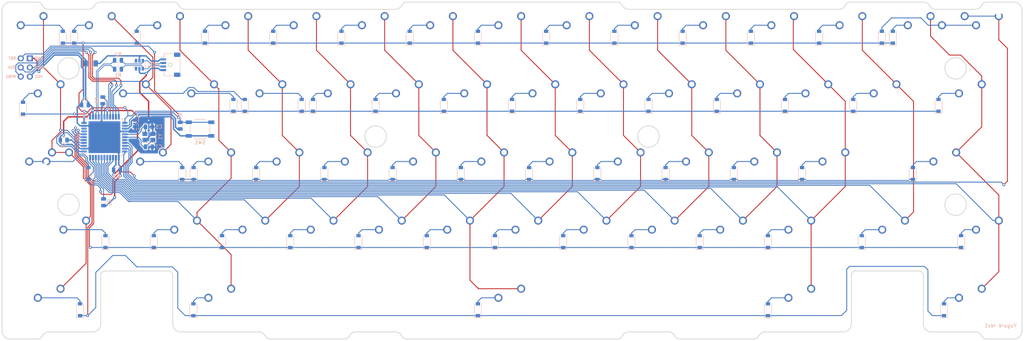
<source format=kicad_pcb>
(kicad_pcb (version 20171130) (host pcbnew "(5.1.4)-1")
  (title_block (title Yugure) (date 2021-07-04) (rev 1) (comment 1 "Copyright © 2021 kkatano") (comment 2 "MIT License"))
  (layers (0 F.Cu signal) (31 B.Cu signal) (34 B.Paste user) (35 F.Paste user) (36 B.SilkS user) (37 F.SilkS user) (38 B.Mask user) (39 F.Mask user) (44 Edge.Cuts user))
  (net 0 "")
  (net 1 GND)
  (net 2 XTAL2)
  (net 3 XTAL1)
  (net 4 "Net-(D1-Pad2)")
  (net 5 ROW0)
  (net 6 "Net-(D2-Pad2)")
  (net 7 "Net-(D3-Pad2)")
  (net 8 "Net-(D4-Pad2)")
  (net 9 "Net-(D5-Pad2)")
  (net 10 "Net-(D6-Pad2)")
  (net 11 "Net-(D7-Pad2)")
  (net 12 "Net-(D8-Pad2)")
  (net 13 "Net-(D9-Pad2)")
  (net 14 "Net-(D10-Pad2)")
  (net 15 "Net-(D11-Pad2)")
  (net 16 "Net-(D12-Pad2)")
  (net 17 "Net-(D13-Pad2)")
  (net 18 "Net-(D14-Pad2)")
  (net 19 "Net-(D15-Pad2)")
  (net 20 "Net-(D16-Pad2)")
  (net 21 "Net-(D17-Pad2)")
  (net 22 ROW1)
  (net 23 "Net-(D18-Pad2)")
  (net 24 "Net-(D19-Pad2)")
  (net 25 "Net-(D20-Pad2)")
  (net 26 "Net-(D21-Pad2)")
  (net 27 "Net-(D22-Pad2)")
  (net 28 "Net-(D23-Pad2)")
  (net 29 "Net-(D24-Pad2)")
  (net 30 "Net-(D25-Pad2)")
  (net 31 "Net-(D26-Pad2)")
  (net 32 "Net-(D27-Pad2)")
  (net 33 "Net-(D28-Pad2)")
  (net 34 "Net-(D29-Pad2)")
  (net 35 "Net-(D30-Pad2)")
  (net 36 "Net-(D31-Pad2)")
  (net 37 "Net-(D32-Pad2)")
  (net 38 ROW2)
  (net 39 "Net-(D33-Pad2)")
  (net 40 "Net-(D34-Pad2)")
  (net 41 "Net-(D35-Pad2)")
  (net 42 "Net-(D36-Pad2)")
  (net 43 "Net-(D37-Pad2)")
  (net 44 "Net-(D38-Pad2)")
  (net 45 "Net-(D39-Pad2)")
  (net 46 "Net-(D40-Pad2)")
  (net 47 "Net-(D41-Pad2)")
  (net 48 "Net-(D42-Pad2)")
  (net 49 "Net-(D43-Pad2)")
  (net 50 "Net-(D44-Pad2)")
  (net 51 "Net-(D45-Pad2)")
  (net 52 "Net-(D46-Pad2)")
  (net 53 "Net-(D47-Pad2)")
  (net 54 ROW3)
  (net 55 "Net-(D48-Pad2)")
  (net 56 "Net-(D49-Pad2)")
  (net 57 "Net-(D50-Pad2)")
  (net 58 "Net-(D51-Pad2)")
  (net 59 "Net-(D52-Pad2)")
  (net 60 "Net-(D53-Pad2)")
  (net 61 "Net-(D54-Pad2)")
  (net 62 "Net-(D55-Pad2)")
  (net 63 "Net-(D56-Pad2)")
  (net 64 "Net-(D57-Pad2)")
  (net 65 "Net-(D58-Pad2)")
  (net 66 "Net-(D59-Pad2)")
  (net 67 "Net-(D60-Pad2)")
  (net 68 ROW4)
  (net 69 VBUS)
  (net 70 D+)
  (net 71 D-)
  (net 72 MOSI)
  (net 73 SCK)
  (net 74 MISO)
  (net 75 COL0)
  (net 76 COL1)
  (net 77 COL2)
  (net 78 COL3)
  (net 79 COL4)
  (net 80 COL5)
  (net 81 COL6)
  (net 82 COL7)
  (net 83 COL8)
  (net 84 COL9)
  (net 85 COL10)
  (net 86 COL11)
  (net 87 COL12)
  (net 88 COL13)
  (net 89 COL14)
  (net 90 "Net-(U2-Pad42)")
  (net 91 "Net-(U2-Pad41)")
  (net 92 +5V)
  (net 93 /MCU_D+)
  (net 94 /MCU_D-)
  (net 95 "Net-(U2-Pad18)")
  (net 96 "Net-(C6-Pad1)")
  (net 97 "Net-(R3-Pad2)")
  (net 98 RST)
  (net 99 "Net-(U1-Pad4)")
  (net 100 "Net-(U1-Pad3)")
  (module yugure:ISP (layer B.Cu) (at 5.19 20.807501)
    (fp_text reference J2)
    (fp_text value AVR-ISP-6)
    (fp_text user GND (at 3.81 -5.08) (layer B.SilkS) (effects (font (size 0.75 0.75)) (justify right mirror)))
    (fp_text user MOSI (at 3.81 -2.54) (layer B.SilkS) (effects (font (size 0.75 0.75)) (justify right mirror)))
    (fp_text user VCC (at 3.81 0) (layer B.SilkS) (effects (font (size 0.75 0.75)) (justify right mirror)))
    (fp_text user MISO (at -1.27 0) (layer B.SilkS) (effects (font (size 0.75 0.75)) (justify left mirror)))
    (fp_text user SCK (at -1.27 -2.54) (layer B.SilkS) (effects (font (size 0.75 0.75)) (justify left mirror)))
    (fp_text user RST (at -1.27 -5.08) (layer B.SilkS) (effects (font (size 0.75 0.75)) (justify left mirror)))
    (pad 6 thru_hole rect (at 2.54 -5.08 180) (size 1.7 1.7) (drill 1) (layers *.Cu *.Mask) (net 1 GND))
    (pad 5 thru_hole oval (at 0 -5.08 180) (size 1.7 1.7) (drill 1) (layers *.Cu *.Mask) (net 98 RST))
    (pad 4 thru_hole oval (at 2.54 -2.54 180) (size 1.7 1.7) (drill 1) (layers *.Cu *.Mask) (net 72 MOSI))
    (pad 3 thru_hole oval (at 0 -2.54 180) (size 1.7 1.7) (drill 1) (layers *.Cu *.Mask) (net 73 SCK))
    (pad 2 thru_hole oval (at 2.54 0 180) (size 1.7 1.7) (drill 1) (layers *.Cu *.Mask) (net 92 +5V))
    (pad 1 thru_hole oval (at 0 0 180) (size 1.7 1.7) (drill 1) (layers *.Cu *.Mask) (net 74 MISO))
  )
  (module MX_Only:MXOnly-2.25U-ReversedStabilizers-NoLED (layer F.Cu) (at 20.90625 66.15)
    (fp_text reference MX45)
    (fp_text value 2.25u)
    (pad 2 thru_hole circle (at 2.54 -5.08) (size 2.25 2.25) (drill 1.47) (layers *.Cu B.Mask) (net 75 COL0))
    (pad "" np_thru_hole circle (at 0 0) (size 3.9878 3.9878) (drill 3.9878) (layers *.Cu *.Mask))
    (pad 1 thru_hole circle (at -3.81 -2.54) (size 2.25 2.25) (drill 1.47) (layers *.Cu B.Mask) (net 49 "Net-(D43-Pad2)"))
    (pad "" np_thru_hole circle (at -5.08 0 48.0996) (size 1.75 1.75) (drill 1.75) (layers *.Cu *.Mask))
    (pad "" np_thru_hole circle (at 5.08 0 48.0996) (size 1.75 1.75) (drill 1.75) (layers *.Cu *.Mask))
    (pad "" np_thru_hole circle (at -11.90625 6.985) (size 3.048 3.048) (drill 3.048) (layers *.Cu *.Mask))
    (pad "" np_thru_hole circle (at 11.90625 6.985) (size 3.048 3.048) (drill 3.048) (layers *.Cu *.Mask))
    (pad "" np_thru_hole circle (at -11.90625 -8.255) (size 3.9878 3.9878) (drill 3.9878) (layers *.Cu *.Mask))
    (pad "" np_thru_hole circle (at 11.90625 -8.255) (size 3.9878 3.9878) (drill 3.9878) (layers *.Cu *.Mask))
  )
  (module Package_TO_SOT_SMD:SOT-23-6 (layer B.Cu) (at 38.32375 17.5 90)
    (fp_text reference U1 (at 0 2.9 90) (layer B.SilkS) (effects (justify mirror)))
    (fp_text value SRV05-4)
    (pad 5 smd rect (at 1.1 0 90) (size 1.06 0.65) (layers B.Cu B.Paste B.Mask) (net 69 VBUS))
    (pad 6 smd rect (at 1.1 0.95 90) (size 1.06 0.65) (layers B.Cu B.Paste B.Mask) (net 71 D-))
    (pad 4 smd rect (at 1.1 -0.95 90) (size 1.06 0.65) (layers B.Cu B.Paste B.Mask) (net 99 "Net-(U1-Pad4)"))
    (pad 3 smd rect (at -1.1 -0.95 90) (size 1.06 0.65) (layers B.Cu B.Paste B.Mask) (net 100 "Net-(U1-Pad3)"))
    (pad 2 smd rect (at -1.1 0 90) (size 1.06 0.65) (layers B.Cu B.Paste B.Mask) (net 1 GND))
    (pad 1 smd rect (at -1.1 0.95 90) (size 1.06 0.65) (layers B.Cu B.Paste B.Mask) (net 70 D+))
  )
  (module MX_Only:MXOnly-1U-NoLED (layer F.Cu) (at 37.575 28.05)
    (fp_text reference MX18)
    (fp_text value 1u)
    (pad "" np_thru_hole circle (at 5.08 0 48.0996) (size 1.75 1.75) (drill 1.75) (layers *.Cu *.Mask))
    (pad "" np_thru_hole circle (at -5.08 0 48.0996) (size 1.75 1.75) (drill 1.75) (layers *.Cu *.Mask))
    (pad 1 thru_hole circle (at -3.81 -2.54) (size 2.25 2.25) (drill 1.47) (layers *.Cu B.Mask) (net 21 "Net-(D17-Pad2)"))
    (pad "" np_thru_hole circle (at 0 0) (size 3.9878 3.9878) (drill 3.9878) (layers *.Cu *.Mask))
    (pad 2 thru_hole circle (at 2.54 -5.08) (size 2.25 2.25) (drill 1.47) (layers *.Cu B.Mask) (net 76 COL1))
  )
  (module MX_Only:MXOnly-1U-NoLED (layer F.Cu) (at 56.625 28.05)
    (fp_text reference MX19)
    (fp_text value 1u)
    (pad "" np_thru_hole circle (at 5.08 0 48.0996) (size 1.75 1.75) (drill 1.75) (layers *.Cu *.Mask))
    (pad "" np_thru_hole circle (at -5.08 0 48.0996) (size 1.75 1.75) (drill 1.75) (layers *.Cu *.Mask))
    (pad 1 thru_hole circle (at -3.81 -2.54) (size 2.25 2.25) (drill 1.47) (layers *.Cu B.Mask) (net 23 "Net-(D18-Pad2)"))
    (pad "" np_thru_hole circle (at 0 0) (size 3.9878 3.9878) (drill 3.9878) (layers *.Cu *.Mask))
    (pad 2 thru_hole circle (at 2.54 -5.08) (size 2.25 2.25) (drill 1.47) (layers *.Cu B.Mask) (net 77 COL2))
  )
  (module MX_Only:MXOnly-1.5U-NoLED (layer F.Cu) (at 270.9375 85.2)
    (fp_text reference MX62)
    (fp_text value 1.5u)
    (pad "" np_thru_hole circle (at 5.08 0 48.0996) (size 1.75 1.75) (drill 1.75) (layers *.Cu *.Mask))
    (pad "" np_thru_hole circle (at -5.08 0 48.0996) (size 1.75 1.75) (drill 1.75) (layers *.Cu *.Mask))
    (pad 1 thru_hole circle (at -3.81 -2.54) (size 2.25 2.25) (drill 1.47) (layers *.Cu B.Mask) (net 67 "Net-(D60-Pad2)"))
    (pad "" np_thru_hole circle (at 0 0) (size 3.9878 3.9878) (drill 3.9878) (layers *.Cu *.Mask))
    (pad 2 thru_hole circle (at 2.54 -5.08) (size 2.25 2.25) (drill 1.47) (layers *.Cu B.Mask) (net 88 COL13))
  )
  (module MX_Only:MXOnly-7U-ReversedStabilizers-NoLED (layer F.Cu) (at 142.35 85.2)
    (fp_text reference MX60)
    (fp_text value 7u)
    (pad "" np_thru_hole circle (at 57.15 -8.255) (size 3.9878 3.9878) (drill 3.9878) (layers *.Cu *.Mask))
    (pad "" np_thru_hole circle (at -57.15 -8.255) (size 3.9878 3.9878) (drill 3.9878) (layers *.Cu *.Mask))
    (pad "" np_thru_hole circle (at 57.15 6.985) (size 3.048 3.048) (drill 3.048) (layers *.Cu *.Mask))
    (pad "" np_thru_hole circle (at -57.15 6.985) (size 3.048 3.048) (drill 3.048) (layers *.Cu *.Mask))
    (pad "" np_thru_hole circle (at 5.08 0 48.0996) (size 1.75 1.75) (drill 1.75) (layers *.Cu *.Mask))
    (pad "" np_thru_hole circle (at -5.08 0 48.0996) (size 1.75 1.75) (drill 1.75) (layers *.Cu *.Mask))
    (pad 1 thru_hole circle (at -3.81 -2.54) (size 2.25 2.25) (drill 1.47) (layers *.Cu B.Mask) (net 65 "Net-(D58-Pad2)"))
    (pad "" np_thru_hole circle (at 0 0) (size 3.9878 3.9878) (drill 3.9878) (layers *.Cu *.Mask))
    (pad 2 thru_hole circle (at 2.54 -5.08) (size 2.25 2.25) (drill 1.47) (layers *.Cu B.Mask) (net 81 COL6))
  )
  (module MX_Only:MXOnly-1.5U-NoLED (layer F.Cu) (at 61.3875 85.2)
    (fp_text reference MX59)
    (fp_text value 1.5u)
    (pad "" np_thru_hole circle (at 5.08 0 48.0996) (size 1.75 1.75) (drill 1.75) (layers *.Cu *.Mask))
    (pad "" np_thru_hole circle (at -5.08 0 48.0996) (size 1.75 1.75) (drill 1.75) (layers *.Cu *.Mask))
    (pad 1 thru_hole circle (at -3.81 -2.54) (size 2.25 2.25) (drill 1.47) (layers *.Cu B.Mask) (net 64 "Net-(D57-Pad2)"))
    (pad "" np_thru_hole circle (at 0 0) (size 3.9878 3.9878) (drill 3.9878) (layers *.Cu *.Mask))
    (pad 2 thru_hole circle (at 2.54 -5.08) (size 2.25 2.25) (drill 1.47) (layers *.Cu B.Mask) (net 77 COL2))
  )
  (module MX_Only:MXOnly-1.5U-NoLED (layer F.Cu) (at 13.7625 85.2)
    (fp_text reference MX58)
    (fp_text value 1.5u)
    (pad "" np_thru_hole circle (at 5.08 0 48.0996) (size 1.75 1.75) (drill 1.75) (layers *.Cu *.Mask))
    (pad "" np_thru_hole circle (at -5.08 0 48.0996) (size 1.75 1.75) (drill 1.75) (layers *.Cu *.Mask))
    (pad 1 thru_hole circle (at -3.81 -2.54) (size 2.25 2.25) (drill 1.47) (layers *.Cu B.Mask) (net 63 "Net-(D56-Pad2)"))
    (pad "" np_thru_hole circle (at 0 0) (size 3.9878 3.9878) (drill 3.9878) (layers *.Cu *.Mask))
    (pad 2 thru_hole circle (at 2.54 -5.08) (size 2.25 2.25) (drill 1.47) (layers *.Cu B.Mask) (net 75 COL0))
  )
  (module MX_Only:MXOnly-1U-NoLED (layer F.Cu) (at 204.2625 66.15)
    (fp_text reference MX54)
    (fp_text value 1u)
    (pad "" np_thru_hole circle (at 5.08 0 48.0996) (size 1.75 1.75) (drill 1.75) (layers *.Cu *.Mask))
    (pad "" np_thru_hole circle (at -5.08 0 48.0996) (size 1.75 1.75) (drill 1.75) (layers *.Cu *.Mask))
    (pad 1 thru_hole circle (at -3.81 -2.54) (size 2.25 2.25) (drill 1.47) (layers *.Cu B.Mask) (net 59 "Net-(D52-Pad2)"))
    (pad "" np_thru_hole circle (at 0 0) (size 3.9878 3.9878) (drill 3.9878) (layers *.Cu *.Mask))
    (pad 2 thru_hole circle (at 2.54 -5.08) (size 2.25 2.25) (drill 1.47) (layers *.Cu B.Mask) (net 85 COL10))
  )
  (module Diode_SMD:D_SOD-123 (layer B.Cu) (at 213.7875 85.99375 90)
    (fp_text reference D59)
    (fp_text value 1N4148)
    (pad 2 smd rect (at 1.65 0 90) (size 0.9 1.2) (layers B.Cu B.Paste B.Mask) (net 66 "Net-(D59-Pad2)"))
    (pad 1 smd rect (at -1.65 0 90) (size 0.9 1.2) (layers B.Cu B.Paste B.Mask) (net 68 ROW4))
  )
  (module MX_Only:MXOnly-1U-NoLED (layer F.Cu) (at 156.6375 47.1)
    (fp_text reference MX39)
    (fp_text value 1u)
    (pad "" np_thru_hole circle (at 5.08 0 48.0996) (size 1.75 1.75) (drill 1.75) (layers *.Cu *.Mask))
    (pad "" np_thru_hole circle (at -5.08 0 48.0996) (size 1.75 1.75) (drill 1.75) (layers *.Cu *.Mask))
    (pad 1 thru_hole circle (at -3.81 -2.54) (size 2.25 2.25) (drill 1.47) (layers *.Cu B.Mask) (net 43 "Net-(D37-Pad2)"))
    (pad "" np_thru_hole circle (at 0 0) (size 3.9878 3.9878) (drill 3.9878) (layers *.Cu *.Mask))
    (pad 2 thru_hole circle (at 2.54 -5.08) (size 2.25 2.25) (drill 1.47) (layers *.Cu B.Mask) (net 82 COL7))
  )
  (module MX_Only:MXOnly-1U-NoLED (layer F.Cu) (at 61.3875 47.1)
    (fp_text reference MX34)
    (fp_text value 1u)
    (pad "" np_thru_hole circle (at 5.08 0 48.0996) (size 1.75 1.75) (drill 1.75) (layers *.Cu *.Mask))
    (pad "" np_thru_hole circle (at -5.08 0 48.0996) (size 1.75 1.75) (drill 1.75) (layers *.Cu *.Mask))
    (pad 1 thru_hole circle (at -3.81 -2.54) (size 2.25 2.25) (drill 1.47) (layers *.Cu B.Mask) (net 37 "Net-(D32-Pad2)"))
    (pad "" np_thru_hole circle (at 0 0) (size 3.9878 3.9878) (drill 3.9878) (layers *.Cu *.Mask))
    (pad 2 thru_hole circle (at 2.54 -5.08) (size 2.25 2.25) (drill 1.47) (layers *.Cu B.Mask) (net 77 COL2))
  )
  (module Diode_SMD:D_SOD-123 (layer B.Cu) (at 53.45 47.89375 90)
    (fp_text reference D32)
    (fp_text value 1N4148)
    (pad 2 smd rect (at 1.65 0 90) (size 0.9 1.2) (layers B.Cu B.Paste B.Mask) (net 37 "Net-(D32-Pad2)"))
    (pad 1 smd rect (at -1.65 0 90) (size 0.9 1.2) (layers B.Cu B.Paste B.Mask) (net 38 ROW2))
  )
  (module Diode_SMD:D_SOD-123 (layer B.Cu) (at 50.275 47.89375 90)
    (fp_text reference D31)
    (fp_text value 1N4148)
    (pad 2 smd rect (at 1.65 0 90) (size 0.9 1.2) (layers B.Cu B.Paste B.Mask) (net 36 "Net-(D31-Pad2)"))
    (pad 1 smd rect (at -1.65 0 90) (size 0.9 1.2) (layers B.Cu B.Paste B.Mask) (net 38 ROW2))
  )
  (module MX_Only:MXOnly-1U-NoLED (layer F.Cu) (at 189.975 28.05)
    (fp_text reference MX26)
    (fp_text value 1u)
    (pad "" np_thru_hole circle (at 5.08 0 48.0996) (size 1.75 1.75) (drill 1.75) (layers *.Cu *.Mask))
    (pad "" np_thru_hole circle (at -5.08 0 48.0996) (size 1.75 1.75) (drill 1.75) (layers *.Cu *.Mask))
    (pad 1 thru_hole circle (at -3.81 -2.54) (size 2.25 2.25) (drill 1.47) (layers *.Cu B.Mask) (net 30 "Net-(D25-Pad2)"))
    (pad "" np_thru_hole circle (at 0 0) (size 3.9878 3.9878) (drill 3.9878) (layers *.Cu *.Mask))
    (pad 2 thru_hole circle (at 2.54 -5.08) (size 2.25 2.25) (drill 1.47) (layers *.Cu B.Mask) (net 84 COL9))
  )
  (module MX_Only:MXOnly-1U-NoLED (layer F.Cu) (at 113.775 28.05)
    (fp_text reference MX22)
    (fp_text value 1u)
    (pad "" np_thru_hole circle (at 5.08 0 48.0996) (size 1.75 1.75) (drill 1.75) (layers *.Cu *.Mask))
    (pad "" np_thru_hole circle (at -5.08 0 48.0996) (size 1.75 1.75) (drill 1.75) (layers *.Cu *.Mask))
    (pad 1 thru_hole circle (at -3.81 -2.54) (size 2.25 2.25) (drill 1.47) (layers *.Cu B.Mask) (net 26 "Net-(D21-Pad2)"))
    (pad "" np_thru_hole circle (at 0 0) (size 3.9878 3.9878) (drill 3.9878) (layers *.Cu *.Mask))
    (pad 2 thru_hole circle (at 2.54 -5.08) (size 2.25 2.25) (drill 1.47) (layers *.Cu B.Mask) (net 80 COL5))
  )
  (module Diode_SMD:D_SOD-123 (layer B.Cu) (at 86.7875 28.84375 90)
    (fp_text reference D20)
    (fp_text value 1N4148)
    (pad 2 smd rect (at 1.65 0 90) (size 0.9 1.2) (layers B.Cu B.Paste B.Mask) (net 25 "Net-(D20-Pad2)"))
    (pad 1 smd rect (at -1.65 0 90) (size 0.9 1.2) (layers B.Cu B.Paste B.Mask) (net 22 ROW1))
  )
  (module Diode_SMD:D_SOD-123 (layer B.Cu) (at 83.6125 28.84375 90)
    (fp_text reference D19)
    (fp_text value 1N4148)
    (pad 2 smd rect (at 1.65 0 90) (size 0.9 1.2) (layers B.Cu B.Paste B.Mask) (net 24 "Net-(D19-Pad2)"))
    (pad 1 smd rect (at -1.65 0 90) (size 0.9 1.2) (layers B.Cu B.Paste B.Mask) (net 22 ROW1))
  )
  (module Diode_SMD:D_SOD-123 (layer B.Cu) (at 64.5625 28.84375 90)
    (fp_text reference D18)
    (fp_text value 1N4148)
    (pad 2 smd rect (at 1.65 0 90) (size 0.9 1.2) (layers B.Cu B.Paste B.Mask) (net 23 "Net-(D18-Pad2)"))
    (pad 1 smd rect (at -1.65 0 90) (size 0.9 1.2) (layers B.Cu B.Paste B.Mask) (net 22 ROW1))
  )
  (module Diode_SMD:D_SOD-123 (layer B.Cu) (at 67.7375 28.84375 90)
    (fp_text reference D17)
    (fp_text value 1N4148)
    (pad 2 smd rect (at 1.65 0 90) (size 0.9 1.2) (layers B.Cu B.Paste B.Mask) (net 21 "Net-(D17-Pad2)"))
    (pad 1 smd rect (at -1.65 0 90) (size 0.9 1.2) (layers B.Cu B.Paste B.Mask) (net 22 ROW1))
  )
  (module Diode_SMD:D_SOD-123 (layer B.Cu) (at 248.655 9.79375 90)
    (fp_text reference D14)
    (fp_text value 1N4148)
    (pad 2 smd rect (at 1.65 0 90) (size 0.9 1.2) (layers B.Cu B.Paste B.Mask) (net 18 "Net-(D14-Pad2)"))
    (pad 1 smd rect (at -1.65 0 90) (size 0.9 1.2) (layers B.Cu B.Paste B.Mask) (net 5 ROW0))
  )
  (module MX_Only:MXOnly-1U-NoLED (layer F.Cu) (at 237.6 9)
    (fp_text reference MX13)
    (fp_text value 1u)
    (pad "" np_thru_hole circle (at 5.08 0 48.0996) (size 1.75 1.75) (drill 1.75) (layers *.Cu *.Mask))
    (pad "" np_thru_hole circle (at -5.08 0 48.0996) (size 1.75 1.75) (drill 1.75) (layers *.Cu *.Mask))
    (pad 1 thru_hole circle (at -3.81 -2.54) (size 2.25 2.25) (drill 1.47) (layers *.Cu B.Mask) (net 17 "Net-(D13-Pad2)"))
    (pad "" np_thru_hole circle (at 0 0) (size 3.9878 3.9878) (drill 3.9878) (layers *.Cu *.Mask))
    (pad 2 thru_hole circle (at 2.54 -5.08) (size 2.25 2.25) (drill 1.47) (layers *.Cu B.Mask) (net 87 COL12))
  )
  (module Diode_SMD:D_SOD-123 (layer B.Cu) (at 228.075 9.79375 90)
    (fp_text reference D13)
    (fp_text value 1N4148)
    (pad 2 smd rect (at 1.65 0 90) (size 0.9 1.2) (layers B.Cu B.Paste B.Mask) (net 17 "Net-(D13-Pad2)"))
    (pad 1 smd rect (at -1.65 0 90) (size 0.9 1.2) (layers B.Cu B.Paste B.Mask) (net 5 ROW0))
  )
  (module Diode_SMD:D_SOD-123 (layer B.Cu) (at 20.1125 9.79375 90)
    (fp_text reference D2)
    (fp_text value 1N4148)
    (pad 2 smd rect (at 1.65 0 90) (size 0.9 1.2) (layers B.Cu B.Paste B.Mask) (net 6 "Net-(D2-Pad2)"))
    (pad 1 smd rect (at -1.65 0 90) (size 0.9 1.2) (layers B.Cu B.Paste B.Mask) (net 5 ROW0))
  )
  (module Diode_SMD:D_SOD-123 (layer B.Cu) (at 16.9375 9.79375 90)
    (fp_text reference D1)
    (fp_text value 1N4148)
    (pad 2 smd rect (at 1.65 0 90) (size 0.9 1.2) (layers B.Cu B.Paste B.Mask) (net 4 "Net-(D1-Pad2)"))
    (pad 1 smd rect (at -1.65 0 90) (size 0.9 1.2) (layers B.Cu B.Paste B.Mask) (net 5 ROW0))
  )
  (module Diode_SMD:D_SOD-123 (layer B.Cu) (at 5.825 29.6375 90)
    (fp_text reference D16)
    (fp_text value 1N4148)
    (pad 2 smd rect (at 1.65 0 90) (size 0.9 1.2) (layers B.Cu B.Paste B.Mask) (net 20 "Net-(D16-Pad2)"))
    (pad 1 smd rect (at -1.65 0 90) (size 0.9 1.2) (layers B.Cu B.Paste B.Mask) (net 22 ROW1))
  )
  (module Diode_SMD:D_SOD-123 (layer B.Cu) (at 245.585 9.79375 90)
    (fp_text reference D15)
    (fp_text value 1N4148)
    (pad 2 smd rect (at 1.65 0 90) (size 0.9 1.2) (layers B.Cu B.Paste B.Mask) (net 19 "Net-(D15-Pad2)"))
    (pad 1 smd rect (at -1.65 0 90) (size 0.9 1.2) (layers B.Cu B.Paste B.Mask) (net 5 ROW0))
  )
  (module MX_Only:MXOnly-1U-NoLED (layer F.Cu) (at 142.35 9)
    (fp_text reference MX8)
    (fp_text value 1u)
    (pad "" np_thru_hole circle (at 5.08 0 48.0996) (size 1.75 1.75) (drill 1.75) (layers *.Cu *.Mask))
    (pad "" np_thru_hole circle (at -5.08 0 48.0996) (size 1.75 1.75) (drill 1.75) (layers *.Cu *.Mask))
    (pad 1 thru_hole circle (at -3.81 -2.54) (size 2.25 2.25) (drill 1.47) (layers *.Cu B.Mask) (net 12 "Net-(D8-Pad2)"))
    (pad "" np_thru_hole circle (at 0 0) (size 3.9878 3.9878) (drill 3.9878) (layers *.Cu *.Mask))
    (pad 2 thru_hole circle (at 2.54 -5.08) (size 2.25 2.25) (drill 1.47) (layers *.Cu B.Mask) (net 82 COL7))
  )
  (module MX_Only:MXOnly-1U-NoLED (layer F.Cu) (at 104.25 9)
    (fp_text reference MX6)
    (fp_text value 1u)
    (pad "" np_thru_hole circle (at 5.08 0 48.0996) (size 1.75 1.75) (drill 1.75) (layers *.Cu *.Mask))
    (pad "" np_thru_hole circle (at -5.08 0 48.0996) (size 1.75 1.75) (drill 1.75) (layers *.Cu *.Mask))
    (pad 1 thru_hole circle (at -3.81 -2.54) (size 2.25 2.25) (drill 1.47) (layers *.Cu B.Mask) (net 10 "Net-(D6-Pad2)"))
    (pad "" np_thru_hole circle (at 0 0) (size 3.9878 3.9878) (drill 3.9878) (layers *.Cu *.Mask))
    (pad 2 thru_hole circle (at 2.54 -5.08) (size 2.25 2.25) (drill 1.47) (layers *.Cu B.Mask) (net 80 COL5))
  )
  (module MX_Only:MXOnly-1U-NoLED (layer F.Cu) (at 85.2 9)
    (fp_text reference MX5)
    (fp_text value 1u)
    (pad "" np_thru_hole circle (at 5.08 0 48.0996) (size 1.75 1.75) (drill 1.75) (layers *.Cu *.Mask))
    (pad "" np_thru_hole circle (at -5.08 0 48.0996) (size 1.75 1.75) (drill 1.75) (layers *.Cu *.Mask))
    (pad 1 thru_hole circle (at -3.81 -2.54) (size 2.25 2.25) (drill 1.47) (layers *.Cu B.Mask) (net 9 "Net-(D5-Pad2)"))
    (pad "" np_thru_hole circle (at 0 0) (size 3.9878 3.9878) (drill 3.9878) (layers *.Cu *.Mask))
    (pad 2 thru_hole circle (at 2.54 -5.08) (size 2.25 2.25) (drill 1.47) (layers *.Cu B.Mask) (net 79 COL4))
  )
  (module MX_Only:MXOnly-1.5U-NoLED (layer F.Cu) (at 223.3125 85.2)
    (fp_text reference MX61)
    (fp_text value 1.5u)
    (pad "" np_thru_hole circle (at 5.08 0 48.0996) (size 1.75 1.75) (drill 1.75) (layers *.Cu *.Mask))
    (pad "" np_thru_hole circle (at -5.08 0 48.0996) (size 1.75 1.75) (drill 1.75) (layers *.Cu *.Mask))
    (pad 1 thru_hole circle (at -3.81 -2.54) (size 2.25 2.25) (drill 1.47) (layers *.Cu B.Mask) (net 66 "Net-(D59-Pad2)"))
    (pad "" np_thru_hole circle (at 0 0) (size 3.9878 3.9878) (drill 3.9878) (layers *.Cu *.Mask))
    (pad 2 thru_hole circle (at 2.54 -5.08) (size 2.25 2.25) (drill 1.47) (layers *.Cu B.Mask) (net 86 COL11))
  )
  (module MX_Only:MXOnly-1U-NoLED (layer F.Cu) (at 275.7 66.15)
    (fp_text reference MX57)
    (fp_text value 1u)
    (pad "" np_thru_hole circle (at 5.08 0 48.0996) (size 1.75 1.75) (drill 1.75) (layers *.Cu *.Mask))
    (pad "" np_thru_hole circle (at -5.08 0 48.0996) (size 1.75 1.75) (drill 1.75) (layers *.Cu *.Mask))
    (pad 1 thru_hole circle (at -3.81 -2.54) (size 2.25 2.25) (drill 1.47) (layers *.Cu B.Mask) (net 62 "Net-(D55-Pad2)"))
    (pad "" np_thru_hole circle (at 0 0) (size 3.9878 3.9878) (drill 3.9878) (layers *.Cu *.Mask))
    (pad 2 thru_hole circle (at 2.54 -5.08) (size 2.25 2.25) (drill 1.47) (layers *.Cu B.Mask) (net 88 COL13))
  )
  (module MX_Only:MXOnly-1.75U-NoLED (layer F.Cu) (at 249.50625 66.15)
    (fp_text reference MX56)
    (fp_text value 1.75u)
    (pad "" np_thru_hole circle (at 5.08 0 48.0996) (size 1.75 1.75) (drill 1.75) (layers *.Cu *.Mask))
    (pad "" np_thru_hole circle (at -5.08 0 48.0996) (size 1.75 1.75) (drill 1.75) (layers *.Cu *.Mask))
    (pad 1 thru_hole circle (at -3.81 -2.54) (size 2.25 2.25) (drill 1.47) (layers *.Cu B.Mask) (net 61 "Net-(D54-Pad2)"))
    (pad "" np_thru_hole circle (at 0 0) (size 3.9878 3.9878) (drill 3.9878) (layers *.Cu *.Mask))
    (pad 2 thru_hole circle (at 2.54 -5.08) (size 2.25 2.25) (drill 1.47) (layers *.Cu B.Mask) (net 87 COL12))
  )
  (module MX_Only:MXOnly-1U-NoLED (layer F.Cu) (at 223.3125 66.15)
    (fp_text reference MX55)
    (fp_text value 1u)
    (pad "" np_thru_hole circle (at 5.08 0 48.0996) (size 1.75 1.75) (drill 1.75) (layers *.Cu *.Mask))
    (pad "" np_thru_hole circle (at -5.08 0 48.0996) (size 1.75 1.75) (drill 1.75) (layers *.Cu *.Mask))
    (pad 1 thru_hole circle (at -3.81 -2.54) (size 2.25 2.25) (drill 1.47) (layers *.Cu B.Mask) (net 60 "Net-(D53-Pad2)"))
    (pad "" np_thru_hole circle (at 0 0) (size 3.9878 3.9878) (drill 3.9878) (layers *.Cu *.Mask))
    (pad 2 thru_hole circle (at 2.54 -5.08) (size 2.25 2.25) (drill 1.47) (layers *.Cu B.Mask) (net 86 COL11))
  )
  (module MX_Only:MXOnly-1U-NoLED (layer F.Cu) (at 185.2125 66.15)
    (fp_text reference MX53)
    (fp_text value 1u)
    (pad "" np_thru_hole circle (at 5.08 0 48.0996) (size 1.75 1.75) (drill 1.75) (layers *.Cu *.Mask))
    (pad "" np_thru_hole circle (at -5.08 0 48.0996) (size 1.75 1.75) (drill 1.75) (layers *.Cu *.Mask))
    (pad 1 thru_hole circle (at -3.81 -2.54) (size 2.25 2.25) (drill 1.47) (layers *.Cu B.Mask) (net 58 "Net-(D51-Pad2)"))
    (pad "" np_thru_hole circle (at 0 0) (size 3.9878 3.9878) (drill 3.9878) (layers *.Cu *.Mask))
    (pad 2 thru_hole circle (at 2.54 -5.08) (size 2.25 2.25) (drill 1.47) (layers *.Cu B.Mask) (net 84 COL9))
  )
  (module MX_Only:MXOnly-1U-NoLED (layer F.Cu) (at 166.1625 66.15)
    (fp_text reference MX52)
    (fp_text value 1u)
    (pad "" np_thru_hole circle (at 5.08 0 48.0996) (size 1.75 1.75) (drill 1.75) (layers *.Cu *.Mask))
    (pad "" np_thru_hole circle (at -5.08 0 48.0996) (size 1.75 1.75) (drill 1.75) (layers *.Cu *.Mask))
    (pad 1 thru_hole circle (at -3.81 -2.54) (size 2.25 2.25) (drill 1.47) (layers *.Cu B.Mask) (net 57 "Net-(D50-Pad2)"))
    (pad "" np_thru_hole circle (at 0 0) (size 3.9878 3.9878) (drill 3.9878) (layers *.Cu *.Mask))
    (pad 2 thru_hole circle (at 2.54 -5.08) (size 2.25 2.25) (drill 1.47) (layers *.Cu B.Mask) (net 83 COL8))
  )
  (module MX_Only:MXOnly-1U-NoLED (layer F.Cu) (at 147.1125 66.15)
    (fp_text reference MX51)
    (fp_text value 1u)
    (pad "" np_thru_hole circle (at 5.08 0 48.0996) (size 1.75 1.75) (drill 1.75) (layers *.Cu *.Mask))
    (pad "" np_thru_hole circle (at -5.08 0 48.0996) (size 1.75 1.75) (drill 1.75) (layers *.Cu *.Mask))
    (pad 1 thru_hole circle (at -3.81 -2.54) (size 2.25 2.25) (drill 1.47) (layers *.Cu B.Mask) (net 56 "Net-(D49-Pad2)"))
    (pad "" np_thru_hole circle (at 0 0) (size 3.9878 3.9878) (drill 3.9878) (layers *.Cu *.Mask))
    (pad 2 thru_hole circle (at 2.54 -5.08) (size 2.25 2.25) (drill 1.47) (layers *.Cu B.Mask) (net 82 COL7))
  )
  (module MX_Only:MXOnly-1U-NoLED (layer F.Cu) (at 128.0625 66.15)
    (fp_text reference MX50)
    (fp_text value 1u)
    (pad "" np_thru_hole circle (at 5.08 0 48.0996) (size 1.75 1.75) (drill 1.75) (layers *.Cu *.Mask))
    (pad "" np_thru_hole circle (at -5.08 0 48.0996) (size 1.75 1.75) (drill 1.75) (layers *.Cu *.Mask))
    (pad 1 thru_hole circle (at -3.81 -2.54) (size 2.25 2.25) (drill 1.47) (layers *.Cu B.Mask) (net 55 "Net-(D48-Pad2)"))
    (pad "" np_thru_hole circle (at 0 0) (size 3.9878 3.9878) (drill 3.9878) (layers *.Cu *.Mask))
    (pad 2 thru_hole circle (at 2.54 -5.08) (size 2.25 2.25) (drill 1.47) (layers *.Cu B.Mask) (net 81 COL6))
  )
  (module MX_Only:MXOnly-1U-NoLED (layer F.Cu) (at 109.0125 66.15)
    (fp_text reference MX49)
    (fp_text value 1u)
    (pad "" np_thru_hole circle (at 5.08 0 48.0996) (size 1.75 1.75) (drill 1.75) (layers *.Cu *.Mask))
    (pad "" np_thru_hole circle (at -5.08 0 48.0996) (size 1.75 1.75) (drill 1.75) (layers *.Cu *.Mask))
    (pad 1 thru_hole circle (at -3.81 -2.54) (size 2.25 2.25) (drill 1.47) (layers *.Cu B.Mask) (net 53 "Net-(D47-Pad2)"))
    (pad "" np_thru_hole circle (at 0 0) (size 3.9878 3.9878) (drill 3.9878) (layers *.Cu *.Mask))
    (pad 2 thru_hole circle (at 2.54 -5.08) (size 2.25 2.25) (drill 1.47) (layers *.Cu B.Mask) (net 80 COL5))
  )
  (module MX_Only:MXOnly-1U-NoLED (layer F.Cu) (at 89.9625 66.15)
    (fp_text reference MX48)
    (fp_text value 1u)
    (pad "" np_thru_hole circle (at 5.08 0 48.0996) (size 1.75 1.75) (drill 1.75) (layers *.Cu *.Mask))
    (pad "" np_thru_hole circle (at -5.08 0 48.0996) (size 1.75 1.75) (drill 1.75) (layers *.Cu *.Mask))
    (pad 1 thru_hole circle (at -3.81 -2.54) (size 2.25 2.25) (drill 1.47) (layers *.Cu B.Mask) (net 52 "Net-(D46-Pad2)"))
    (pad "" np_thru_hole circle (at 0 0) (size 3.9878 3.9878) (drill 3.9878) (layers *.Cu *.Mask))
    (pad 2 thru_hole circle (at 2.54 -5.08) (size 2.25 2.25) (drill 1.47) (layers *.Cu B.Mask) (net 79 COL4))
  )
  (module MX_Only:MXOnly-1U-NoLED (layer F.Cu) (at 70.9125 66.15)
    (fp_text reference MX47)
    (fp_text value 1u)
    (pad "" np_thru_hole circle (at 5.08 0 48.0996) (size 1.75 1.75) (drill 1.75) (layers *.Cu *.Mask))
    (pad "" np_thru_hole circle (at -5.08 0 48.0996) (size 1.75 1.75) (drill 1.75) (layers *.Cu *.Mask))
    (pad 1 thru_hole circle (at -3.81 -2.54) (size 2.25 2.25) (drill 1.47) (layers *.Cu B.Mask) (net 51 "Net-(D45-Pad2)"))
    (pad "" np_thru_hole circle (at 0 0) (size 3.9878 3.9878) (drill 3.9878) (layers *.Cu *.Mask))
    (pad 2 thru_hole circle (at 2.54 -5.08) (size 2.25 2.25) (drill 1.47) (layers *.Cu B.Mask) (net 78 COL3))
  )
  (module MX_Only:MXOnly-1U-NoLED (layer F.Cu) (at 51.8625 66.15)
    (fp_text reference MX46)
    (fp_text value 1u)
    (pad "" np_thru_hole circle (at 5.08 0 48.0996) (size 1.75 1.75) (drill 1.75) (layers *.Cu *.Mask))
    (pad "" np_thru_hole circle (at -5.08 0 48.0996) (size 1.75 1.75) (drill 1.75) (layers *.Cu *.Mask))
    (pad 1 thru_hole circle (at -3.81 -2.54) (size 2.25 2.25) (drill 1.47) (layers *.Cu B.Mask) (net 50 "Net-(D44-Pad2)"))
    (pad "" np_thru_hole circle (at 0 0) (size 3.9878 3.9878) (drill 3.9878) (layers *.Cu *.Mask))
    (pad 2 thru_hole circle (at 2.54 -5.08) (size 2.25 2.25) (drill 1.47) (layers *.Cu B.Mask) (net 77 COL2))
  )
  (module MX_Only:MXOnly-2.25U-NoLED (layer F.Cu) (at 263.79375 47.1)
    (fp_text reference MX44)
    (fp_text value 2.25u)
    (pad "" np_thru_hole circle (at 11.90625 8.255) (size 3.9878 3.9878) (drill 3.9878) (layers *.Cu *.Mask))
    (pad "" np_thru_hole circle (at -11.90625 8.255) (size 3.9878 3.9878) (drill 3.9878) (layers *.Cu *.Mask))
    (pad "" np_thru_hole circle (at 11.90625 -6.985) (size 3.048 3.048) (drill 3.048) (layers *.Cu *.Mask))
    (pad "" np_thru_hole circle (at -11.90625 -6.985) (size 3.048 3.048) (drill 3.048) (layers *.Cu *.Mask))
    (pad "" np_thru_hole circle (at 5.08 0 48.0996) (size 1.75 1.75) (drill 1.75) (layers *.Cu *.Mask))
    (pad "" np_thru_hole circle (at -5.08 0 48.0996) (size 1.75 1.75) (drill 1.75) (layers *.Cu *.Mask))
    (pad 1 thru_hole circle (at -3.81 -2.54) (size 2.25 2.25) (drill 1.47) (layers *.Cu B.Mask) (net 48 "Net-(D42-Pad2)"))
    (pad "" np_thru_hole circle (at 0 0) (size 3.9878 3.9878) (drill 3.9878) (layers *.Cu *.Mask))
    (pad 2 thru_hole circle (at 2.54 -5.08) (size 2.25 2.25) (drill 1.47) (layers *.Cu B.Mask) (net 88 COL13))
  )
  (module MX_Only:MXOnly-1U-NoLED (layer F.Cu) (at 232.8375 47.1)
    (fp_text reference MX43)
    (fp_text value 1u)
    (pad "" np_thru_hole circle (at 5.08 0 48.0996) (size 1.75 1.75) (drill 1.75) (layers *.Cu *.Mask))
    (pad "" np_thru_hole circle (at -5.08 0 48.0996) (size 1.75 1.75) (drill 1.75) (layers *.Cu *.Mask))
    (pad 1 thru_hole circle (at -3.81 -2.54) (size 2.25 2.25) (drill 1.47) (layers *.Cu B.Mask) (net 47 "Net-(D41-Pad2)"))
    (pad "" np_thru_hole circle (at 0 0) (size 3.9878 3.9878) (drill 3.9878) (layers *.Cu *.Mask))
    (pad 2 thru_hole circle (at 2.54 -5.08) (size 2.25 2.25) (drill 1.47) (layers *.Cu B.Mask) (net 86 COL11))
  )
  (module MX_Only:MXOnly-1U-NoLED (layer F.Cu) (at 213.7875 47.1)
    (fp_text reference MX42)
    (fp_text value 1u)
    (pad "" np_thru_hole circle (at 5.08 0 48.0996) (size 1.75 1.75) (drill 1.75) (layers *.Cu *.Mask))
    (pad "" np_thru_hole circle (at -5.08 0 48.0996) (size 1.75 1.75) (drill 1.75) (layers *.Cu *.Mask))
    (pad 1 thru_hole circle (at -3.81 -2.54) (size 2.25 2.25) (drill 1.47) (layers *.Cu B.Mask) (net 46 "Net-(D40-Pad2)"))
    (pad "" np_thru_hole circle (at 0 0) (size 3.9878 3.9878) (drill 3.9878) (layers *.Cu *.Mask))
    (pad 2 thru_hole circle (at 2.54 -5.08) (size 2.25 2.25) (drill 1.47) (layers *.Cu B.Mask) (net 85 COL10))
  )
  (module MX_Only:MXOnly-1U-NoLED (layer F.Cu) (at 194.7375 47.1)
    (fp_text reference MX41)
    (fp_text value 1u)
    (pad "" np_thru_hole circle (at 5.08 0 48.0996) (size 1.75 1.75) (drill 1.75) (layers *.Cu *.Mask))
    (pad "" np_thru_hole circle (at -5.08 0 48.0996) (size 1.75 1.75) (drill 1.75) (layers *.Cu *.Mask))
    (pad 1 thru_hole circle (at -3.81 -2.54) (size 2.25 2.25) (drill 1.47) (layers *.Cu B.Mask) (net 45 "Net-(D39-Pad2)"))
    (pad "" np_thru_hole circle (at 0 0) (size 3.9878 3.9878) (drill 3.9878) (layers *.Cu *.Mask))
    (pad 2 thru_hole circle (at 2.54 -5.08) (size 2.25 2.25) (drill 1.47) (layers *.Cu B.Mask) (net 84 COL9))
  )
  (module MX_Only:MXOnly-1U-NoLED (layer F.Cu) (at 175.6875 47.1)
    (fp_text reference MX40)
    (fp_text value 1u)
    (pad "" np_thru_hole circle (at 5.08 0 48.0996) (size 1.75 1.75) (drill 1.75) (layers *.Cu *.Mask))
    (pad "" np_thru_hole circle (at -5.08 0 48.0996) (size 1.75 1.75) (drill 1.75) (layers *.Cu *.Mask))
    (pad 1 thru_hole circle (at -3.81 -2.54) (size 2.25 2.25) (drill 1.47) (layers *.Cu B.Mask) (net 44 "Net-(D38-Pad2)"))
    (pad "" np_thru_hole circle (at 0 0) (size 3.9878 3.9878) (drill 3.9878) (layers *.Cu *.Mask))
    (pad 2 thru_hole circle (at 2.54 -5.08) (size 2.25 2.25) (drill 1.47) (layers *.Cu B.Mask) (net 83 COL8))
  )
  (module MX_Only:MXOnly-1U-NoLED (layer F.Cu) (at 137.5875 47.1)
    (fp_text reference MX38)
    (fp_text value 1u)
    (pad "" np_thru_hole circle (at 5.08 0 48.0996) (size 1.75 1.75) (drill 1.75) (layers *.Cu *.Mask))
    (pad "" np_thru_hole circle (at -5.08 0 48.0996) (size 1.75 1.75) (drill 1.75) (layers *.Cu *.Mask))
    (pad 1 thru_hole circle (at -3.81 -2.54) (size 2.25 2.25) (drill 1.47) (layers *.Cu B.Mask) (net 42 "Net-(D36-Pad2)"))
    (pad "" np_thru_hole circle (at 0 0) (size 3.9878 3.9878) (drill 3.9878) (layers *.Cu *.Mask))
    (pad 2 thru_hole circle (at 2.54 -5.08) (size 2.25 2.25) (drill 1.47) (layers *.Cu B.Mask) (net 81 COL6))
  )
  (module MX_Only:MXOnly-1U-NoLED (layer F.Cu) (at 118.5375 47.1)
    (fp_text reference MX37)
    (fp_text value 1u)
    (pad "" np_thru_hole circle (at 5.08 0 48.0996) (size 1.75 1.75) (drill 1.75) (layers *.Cu *.Mask))
    (pad "" np_thru_hole circle (at -5.08 0 48.0996) (size 1.75 1.75) (drill 1.75) (layers *.Cu *.Mask))
    (pad 1 thru_hole circle (at -3.81 -2.54) (size 2.25 2.25) (drill 1.47) (layers *.Cu B.Mask) (net 41 "Net-(D35-Pad2)"))
    (pad "" np_thru_hole circle (at 0 0) (size 3.9878 3.9878) (drill 3.9878) (layers *.Cu *.Mask))
    (pad 2 thru_hole circle (at 2.54 -5.08) (size 2.25 2.25) (drill 1.47) (layers *.Cu B.Mask) (net 80 COL5))
  )
  (module MX_Only:MXOnly-1U-NoLED (layer F.Cu) (at 99.4875 47.1)
    (fp_text reference MX36)
    (fp_text value 1u)
    (pad "" np_thru_hole circle (at 5.08 0 48.0996) (size 1.75 1.75) (drill 1.75) (layers *.Cu *.Mask))
    (pad "" np_thru_hole circle (at -5.08 0 48.0996) (size 1.75 1.75) (drill 1.75) (layers *.Cu *.Mask))
    (pad 1 thru_hole circle (at -3.81 -2.54) (size 2.25 2.25) (drill 1.47) (layers *.Cu B.Mask) (net 40 "Net-(D34-Pad2)"))
    (pad "" np_thru_hole circle (at 0 0) (size 3.9878 3.9878) (drill 3.9878) (layers *.Cu *.Mask))
    (pad 2 thru_hole circle (at 2.54 -5.08) (size 2.25 2.25) (drill 1.47) (layers *.Cu B.Mask) (net 79 COL4))
  )
  (module MX_Only:MXOnly-1U-NoLED (layer F.Cu) (at 80.4375 47.1)
    (fp_text reference MX35)
    (fp_text value 1u)
    (pad "" np_thru_hole circle (at 5.08 0 48.0996) (size 1.75 1.75) (drill 1.75) (layers *.Cu *.Mask))
    (pad "" np_thru_hole circle (at -5.08 0 48.0996) (size 1.75 1.75) (drill 1.75) (layers *.Cu *.Mask))
    (pad 1 thru_hole circle (at -3.81 -2.54) (size 2.25 2.25) (drill 1.47) (layers *.Cu B.Mask) (net 39 "Net-(D33-Pad2)"))
    (pad "" np_thru_hole circle (at 0 0) (size 3.9878 3.9878) (drill 3.9878) (layers *.Cu *.Mask))
    (pad 2 thru_hole circle (at 2.54 -5.08) (size 2.25 2.25) (drill 1.47) (layers *.Cu B.Mask) (net 78 COL3))
  )
  (module MX_Only:MXOnly-1U-NoLED (layer F.Cu) (at 42.3375 47.1)
    (fp_text reference MX33)
    (fp_text value 1u)
    (pad "" np_thru_hole circle (at 5.08 0 48.0996) (size 1.75 1.75) (drill 1.75) (layers *.Cu *.Mask))
    (pad "" np_thru_hole circle (at -5.08 0 48.0996) (size 1.75 1.75) (drill 1.75) (layers *.Cu *.Mask))
    (pad 1 thru_hole circle (at -3.81 -2.54) (size 2.25 2.25) (drill 1.47) (layers *.Cu B.Mask) (net 36 "Net-(D31-Pad2)"))
    (pad "" np_thru_hole circle (at 0 0) (size 3.9878 3.9878) (drill 3.9878) (layers *.Cu *.Mask))
    (pad 2 thru_hole circle (at 2.54 -5.08) (size 2.25 2.25) (drill 1.47) (layers *.Cu B.Mask) (net 76 COL1))
  )
  (module MX_Only:MXOnly-1.75U-NoLED (layer F.Cu) (at 16.14375 47.1)
    (fp_text reference MX32)
    (fp_text value 1.75u)
    (pad "" np_thru_hole circle (at 5.08 0 48.0996) (size 1.75 1.75) (drill 1.75) (layers *.Cu *.Mask))
    (pad "" np_thru_hole circle (at -5.08 0 48.0996) (size 1.75 1.75) (drill 1.75) (layers *.Cu *.Mask))
    (pad 1 thru_hole circle (at -3.81 -2.54) (size 2.25 2.25) (drill 1.47) (layers *.Cu B.Mask) (net 35 "Net-(D30-Pad2)"))
    (pad "" np_thru_hole circle (at 0 0) (size 3.9878 3.9878) (drill 3.9878) (layers *.Cu *.Mask))
    (pad 2 thru_hole circle (at 2.54 -5.08) (size 2.25 2.25) (drill 1.47) (layers *.Cu B.Mask) (net 75 COL0))
  )
  (module MX_Only:MXOnly-1.25U-NoLED (layer F.Cu) (at 11.38125 47.1)
    (fp_text reference MX31)
    (fp_text value 1.25u)
    (pad "" np_thru_hole circle (at 5.08 0 48.0996) (size 1.75 1.75) (drill 1.75) (layers *.Cu *.Mask))
    (pad "" np_thru_hole circle (at -5.08 0 48.0996) (size 1.75 1.75) (drill 1.75) (layers *.Cu *.Mask))
    (pad 1 thru_hole circle (at -3.81 -2.54) (size 2.25 2.25) (drill 1.47) (layers *.Cu B.Mask) (net 35 "Net-(D30-Pad2)"))
    (pad "" np_thru_hole circle (at 0 0) (size 3.9878 3.9878) (drill 3.9878) (layers *.Cu *.Mask))
    (pad 2 thru_hole circle (at 2.54 -5.08) (size 2.25 2.25) (drill 1.47) (layers *.Cu B.Mask) (net 75 COL0))
  )
  (module MX_Only:MXOnly-1.5U-NoLED (layer F.Cu) (at 270.9375 28.05)
    (fp_text reference MX30)
    (fp_text value 1.5u)
    (pad "" np_thru_hole circle (at 5.08 0 48.0996) (size 1.75 1.75) (drill 1.75) (layers *.Cu *.Mask))
    (pad "" np_thru_hole circle (at -5.08 0 48.0996) (size 1.75 1.75) (drill 1.75) (layers *.Cu *.Mask))
    (pad 1 thru_hole circle (at -3.81 -2.54) (size 2.25 2.25) (drill 1.47) (layers *.Cu B.Mask) (net 34 "Net-(D29-Pad2)"))
    (pad "" np_thru_hole circle (at 0 0) (size 3.9878 3.9878) (drill 3.9878) (layers *.Cu *.Mask))
    (pad 2 thru_hole circle (at 2.54 -5.08) (size 2.25 2.25) (drill 1.47) (layers *.Cu B.Mask) (net 88 COL13))
  )
  (module MX_Only:MXOnly-1U-NoLED (layer F.Cu) (at 247.125 28.05)
    (fp_text reference MX29)
    (fp_text value 1u)
    (pad "" np_thru_hole circle (at 5.08 0 48.0996) (size 1.75 1.75) (drill 1.75) (layers *.Cu *.Mask))
    (pad "" np_thru_hole circle (at -5.08 0 48.0996) (size 1.75 1.75) (drill 1.75) (layers *.Cu *.Mask))
    (pad 1 thru_hole circle (at -3.81 -2.54) (size 2.25 2.25) (drill 1.47) (layers *.Cu B.Mask) (net 33 "Net-(D28-Pad2)"))
    (pad "" np_thru_hole circle (at 0 0) (size 3.9878 3.9878) (drill 3.9878) (layers *.Cu *.Mask))
    (pad 2 thru_hole circle (at 2.54 -5.08) (size 2.25 2.25) (drill 1.47) (layers *.Cu B.Mask) (net 87 COL12))
  )
  (module MX_Only:MXOnly-1U-NoLED (layer F.Cu) (at 228.075 28.05)
    (fp_text reference MX28)
    (fp_text value 1u)
    (pad "" np_thru_hole circle (at 5.08 0 48.0996) (size 1.75 1.75) (drill 1.75) (layers *.Cu *.Mask))
    (pad "" np_thru_hole circle (at -5.08 0 48.0996) (size 1.75 1.75) (drill 1.75) (layers *.Cu *.Mask))
    (pad 1 thru_hole circle (at -3.81 -2.54) (size 2.25 2.25) (drill 1.47) (layers *.Cu B.Mask) (net 32 "Net-(D27-Pad2)"))
    (pad "" np_thru_hole circle (at 0 0) (size 3.9878 3.9878) (drill 3.9878) (layers *.Cu *.Mask))
    (pad 2 thru_hole circle (at 2.54 -5.08) (size 2.25 2.25) (drill 1.47) (layers *.Cu B.Mask) (net 86 COL11))
  )
  (module MX_Only:MXOnly-1U-NoLED (layer F.Cu) (at 209.025 28.05)
    (fp_text reference MX27)
    (fp_text value 1u)
    (pad "" np_thru_hole circle (at 5.08 0 48.0996) (size 1.75 1.75) (drill 1.75) (layers *.Cu *.Mask))
    (pad "" np_thru_hole circle (at -5.08 0 48.0996) (size 1.75 1.75) (drill 1.75) (layers *.Cu *.Mask))
    (pad 1 thru_hole circle (at -3.81 -2.54) (size 2.25 2.25) (drill 1.47) (layers *.Cu B.Mask) (net 31 "Net-(D26-Pad2)"))
    (pad "" np_thru_hole circle (at 0 0) (size 3.9878 3.9878) (drill 3.9878) (layers *.Cu *.Mask))
    (pad 2 thru_hole circle (at 2.54 -5.08) (size 2.25 2.25) (drill 1.47) (layers *.Cu B.Mask) (net 85 COL10))
  )
  (module MX_Only:MXOnly-1U-NoLED (layer F.Cu) (at 170.925 28.05)
    (fp_text reference MX25)
    (fp_text value 1u)
    (pad "" np_thru_hole circle (at 5.08 0 48.0996) (size 1.75 1.75) (drill 1.75) (layers *.Cu *.Mask))
    (pad "" np_thru_hole circle (at -5.08 0 48.0996) (size 1.75 1.75) (drill 1.75) (layers *.Cu *.Mask))
    (pad 1 thru_hole circle (at -3.81 -2.54) (size 2.25 2.25) (drill 1.47) (layers *.Cu B.Mask) (net 29 "Net-(D24-Pad2)"))
    (pad "" np_thru_hole circle (at 0 0) (size 3.9878 3.9878) (drill 3.9878) (layers *.Cu *.Mask))
    (pad 2 thru_hole circle (at 2.54 -5.08) (size 2.25 2.25) (drill 1.47) (layers *.Cu B.Mask) (net 83 COL8))
  )
  (module MX_Only:MXOnly-1U-NoLED (layer F.Cu) (at 151.875 28.05)
    (fp_text reference MX24)
    (fp_text value 1u)
    (pad "" np_thru_hole circle (at 5.08 0 48.0996) (size 1.75 1.75) (drill 1.75) (layers *.Cu *.Mask))
    (pad "" np_thru_hole circle (at -5.08 0 48.0996) (size 1.75 1.75) (drill 1.75) (layers *.Cu *.Mask))
    (pad 1 thru_hole circle (at -3.81 -2.54) (size 2.25 2.25) (drill 1.47) (layers *.Cu B.Mask) (net 28 "Net-(D23-Pad2)"))
    (pad "" np_thru_hole circle (at 0 0) (size 3.9878 3.9878) (drill 3.9878) (layers *.Cu *.Mask))
    (pad 2 thru_hole circle (at 2.54 -5.08) (size 2.25 2.25) (drill 1.47) (layers *.Cu B.Mask) (net 82 COL7))
  )
  (module MX_Only:MXOnly-1U-NoLED (layer F.Cu) (at 132.825 28.05)
    (fp_text reference MX23)
    (fp_text value 1u)
    (pad "" np_thru_hole circle (at 5.08 0 48.0996) (size 1.75 1.75) (drill 1.75) (layers *.Cu *.Mask))
    (pad "" np_thru_hole circle (at -5.08 0 48.0996) (size 1.75 1.75) (drill 1.75) (layers *.Cu *.Mask))
    (pad 1 thru_hole circle (at -3.81 -2.54) (size 2.25 2.25) (drill 1.47) (layers *.Cu B.Mask) (net 27 "Net-(D22-Pad2)"))
    (pad "" np_thru_hole circle (at 0 0) (size 3.9878 3.9878) (drill 3.9878) (layers *.Cu *.Mask))
    (pad 2 thru_hole circle (at 2.54 -5.08) (size 2.25 2.25) (drill 1.47) (layers *.Cu B.Mask) (net 81 COL6))
  )
  (module MX_Only:MXOnly-1U-NoLED (layer F.Cu) (at 94.725 28.05)
    (fp_text reference MX21)
    (fp_text value 1u)
    (pad "" np_thru_hole circle (at 5.08 0 48.0996) (size 1.75 1.75) (drill 1.75) (layers *.Cu *.Mask))
    (pad "" np_thru_hole circle (at -5.08 0 48.0996) (size 1.75 1.75) (drill 1.75) (layers *.Cu *.Mask))
    (pad 1 thru_hole circle (at -3.81 -2.54) (size 2.25 2.25) (drill 1.47) (layers *.Cu B.Mask) (net 25 "Net-(D20-Pad2)"))
    (pad "" np_thru_hole circle (at 0 0) (size 3.9878 3.9878) (drill 3.9878) (layers *.Cu *.Mask))
    (pad 2 thru_hole circle (at 2.54 -5.08) (size 2.25 2.25) (drill 1.47) (layers *.Cu B.Mask) (net 79 COL4))
  )
  (module MX_Only:MXOnly-1U-NoLED (layer F.Cu) (at 75.675 28.05)
    (fp_text reference MX20)
    (fp_text value 1u)
    (pad "" np_thru_hole circle (at 5.08 0 48.0996) (size 1.75 1.75) (drill 1.75) (layers *.Cu *.Mask))
    (pad "" np_thru_hole circle (at -5.08 0 48.0996) (size 1.75 1.75) (drill 1.75) (layers *.Cu *.Mask))
    (pad 1 thru_hole circle (at -3.81 -2.54) (size 2.25 2.25) (drill 1.47) (layers *.Cu B.Mask) (net 24 "Net-(D19-Pad2)"))
    (pad "" np_thru_hole circle (at 0 0) (size 3.9878 3.9878) (drill 3.9878) (layers *.Cu *.Mask))
    (pad 2 thru_hole circle (at 2.54 -5.08) (size 2.25 2.25) (drill 1.47) (layers *.Cu B.Mask) (net 78 COL3))
  )
  (module MX_Only:MXOnly-1.5U-NoLED (layer F.Cu) (at 13.7625 28.05)
    (fp_text reference MX17)
    (fp_text value 1.5u)
    (pad "" np_thru_hole circle (at 5.08 0 48.0996) (size 1.75 1.75) (drill 1.75) (layers *.Cu *.Mask))
    (pad "" np_thru_hole circle (at -5.08 0 48.0996) (size 1.75 1.75) (drill 1.75) (layers *.Cu *.Mask))
    (pad 1 thru_hole circle (at -3.81 -2.54) (size 2.25 2.25) (drill 1.47) (layers *.Cu B.Mask) (net 20 "Net-(D16-Pad2)"))
    (pad "" np_thru_hole circle (at 0 0) (size 3.9878 3.9878) (drill 3.9878) (layers *.Cu *.Mask))
    (pad 2 thru_hole circle (at 2.54 -5.08) (size 2.25 2.25) (drill 1.47) (layers *.Cu B.Mask) (net 75 COL0))
  )
  (module MX_Only:MXOnly-2U-NoLED (layer F.Cu) (at 266.175 9)
    (fp_text reference MX16)
    (fp_text value 2u)
    (pad "" np_thru_hole circle (at 11.90625 8.255) (size 3.9878 3.9878) (drill 3.9878) (layers *.Cu *.Mask))
    (pad "" np_thru_hole circle (at -11.90625 8.255) (size 3.9878 3.9878) (drill 3.9878) (layers *.Cu *.Mask))
    (pad "" np_thru_hole circle (at 11.90625 -6.985) (size 3.048 3.048) (drill 3.048) (layers *.Cu *.Mask))
    (pad "" np_thru_hole circle (at -11.90625 -6.985) (size 3.048 3.048) (drill 3.048) (layers *.Cu *.Mask))
    (pad "" np_thru_hole circle (at 5.08 0 48.0996) (size 1.75 1.75) (drill 1.75) (layers *.Cu *.Mask))
    (pad "" np_thru_hole circle (at -5.08 0 48.0996) (size 1.75 1.75) (drill 1.75) (layers *.Cu *.Mask))
    (pad 1 thru_hole circle (at -3.81 -2.54) (size 2.25 2.25) (drill 1.47) (layers *.Cu B.Mask) (net 19 "Net-(D15-Pad2)"))
    (pad "" np_thru_hole circle (at 0 0) (size 3.9878 3.9878) (drill 3.9878) (layers *.Cu *.Mask))
    (pad 2 thru_hole circle (at 2.54 -5.08) (size 2.25 2.25) (drill 1.47) (layers *.Cu B.Mask) (net 89 COL14))
  )
  (module MX_Only:MXOnly-1U-NoLED (layer F.Cu) (at 275.7 9)
    (fp_text reference MX15)
    (fp_text value 1u)
    (pad "" np_thru_hole circle (at 5.08 0 48.0996) (size 1.75 1.75) (drill 1.75) (layers *.Cu *.Mask))
    (pad "" np_thru_hole circle (at -5.08 0 48.0996) (size 1.75 1.75) (drill 1.75) (layers *.Cu *.Mask))
    (pad 1 thru_hole circle (at -3.81 -2.54) (size 2.25 2.25) (drill 1.47) (layers *.Cu B.Mask) (net 19 "Net-(D15-Pad2)"))
    (pad "" np_thru_hole circle (at 0 0) (size 3.9878 3.9878) (drill 3.9878) (layers *.Cu *.Mask))
    (pad 2 thru_hole circle (at 2.54 -5.08) (size 2.25 2.25) (drill 1.47) (layers *.Cu B.Mask) (net 89 COL14))
  )
  (module MX_Only:MXOnly-1U-NoLED (layer F.Cu) (at 256.65 9)
    (fp_text reference MX14)
    (fp_text value 1u)
    (pad "" np_thru_hole circle (at 5.08 0 48.0996) (size 1.75 1.75) (drill 1.75) (layers *.Cu *.Mask))
    (pad "" np_thru_hole circle (at -5.08 0 48.0996) (size 1.75 1.75) (drill 1.75) (layers *.Cu *.Mask))
    (pad 1 thru_hole circle (at -3.81 -2.54) (size 2.25 2.25) (drill 1.47) (layers *.Cu B.Mask) (net 18 "Net-(D14-Pad2)"))
    (pad "" np_thru_hole circle (at 0 0) (size 3.9878 3.9878) (drill 3.9878) (layers *.Cu *.Mask))
    (pad 2 thru_hole circle (at 2.54 -5.08) (size 2.25 2.25) (drill 1.47) (layers *.Cu B.Mask) (net 88 COL13))
  )
  (module MX_Only:MXOnly-1U-NoLED (layer F.Cu) (at 218.55 9)
    (fp_text reference MX12)
    (fp_text value 1u)
    (pad "" np_thru_hole circle (at 5.08 0 48.0996) (size 1.75 1.75) (drill 1.75) (layers *.Cu *.Mask))
    (pad "" np_thru_hole circle (at -5.08 0 48.0996) (size 1.75 1.75) (drill 1.75) (layers *.Cu *.Mask))
    (pad 1 thru_hole circle (at -3.81 -2.54) (size 2.25 2.25) (drill 1.47) (layers *.Cu B.Mask) (net 16 "Net-(D12-Pad2)"))
    (pad "" np_thru_hole circle (at 0 0) (size 3.9878 3.9878) (drill 3.9878) (layers *.Cu *.Mask))
    (pad 2 thru_hole circle (at 2.54 -5.08) (size 2.25 2.25) (drill 1.47) (layers *.Cu B.Mask) (net 86 COL11))
  )
  (module MX_Only:MXOnly-1U-NoLED (layer F.Cu) (at 199.5 9)
    (fp_text reference MX11)
    (fp_text value 1u)
    (pad "" np_thru_hole circle (at 5.08 0 48.0996) (size 1.75 1.75) (drill 1.75) (layers *.Cu *.Mask))
    (pad "" np_thru_hole circle (at -5.08 0 48.0996) (size 1.75 1.75) (drill 1.75) (layers *.Cu *.Mask))
    (pad 1 thru_hole circle (at -3.81 -2.54) (size 2.25 2.25) (drill 1.47) (layers *.Cu B.Mask) (net 15 "Net-(D11-Pad2)"))
    (pad "" np_thru_hole circle (at 0 0) (size 3.9878 3.9878) (drill 3.9878) (layers *.Cu *.Mask))
    (pad 2 thru_hole circle (at 2.54 -5.08) (size 2.25 2.25) (drill 1.47) (layers *.Cu B.Mask) (net 85 COL10))
  )
  (module MX_Only:MXOnly-1U-NoLED (layer F.Cu) (at 180.45 9)
    (fp_text reference MX10)
    (fp_text value 1u)
    (pad "" np_thru_hole circle (at 5.08 0 48.0996) (size 1.75 1.75) (drill 1.75) (layers *.Cu *.Mask))
    (pad "" np_thru_hole circle (at -5.08 0 48.0996) (size 1.75 1.75) (drill 1.75) (layers *.Cu *.Mask))
    (pad 1 thru_hole circle (at -3.81 -2.54) (size 2.25 2.25) (drill 1.47) (layers *.Cu B.Mask) (net 14 "Net-(D10-Pad2)"))
    (pad "" np_thru_hole circle (at 0 0) (size 3.9878 3.9878) (drill 3.9878) (layers *.Cu *.Mask))
    (pad 2 thru_hole circle (at 2.54 -5.08) (size 2.25 2.25) (drill 1.47) (layers *.Cu B.Mask) (net 84 COL9))
  )
  (module MX_Only:MXOnly-1U-NoLED (layer F.Cu) (at 161.4 9)
    (fp_text reference MX9)
    (fp_text value 1u)
    (pad "" np_thru_hole circle (at 5.08 0 48.0996) (size 1.75 1.75) (drill 1.75) (layers *.Cu *.Mask))
    (pad "" np_thru_hole circle (at -5.08 0 48.0996) (size 1.75 1.75) (drill 1.75) (layers *.Cu *.Mask))
    (pad 1 thru_hole circle (at -3.81 -2.54) (size 2.25 2.25) (drill 1.47) (layers *.Cu B.Mask) (net 13 "Net-(D9-Pad2)"))
    (pad "" np_thru_hole circle (at 0 0) (size 3.9878 3.9878) (drill 3.9878) (layers *.Cu *.Mask))
    (pad 2 thru_hole circle (at 2.54 -5.08) (size 2.25 2.25) (drill 1.47) (layers *.Cu B.Mask) (net 83 COL8))
  )
  (module MX_Only:MXOnly-1U-NoLED (layer F.Cu) (at 123.3 9)
    (fp_text reference MX7)
    (fp_text value 1u)
    (pad "" np_thru_hole circle (at 5.08 0 48.0996) (size 1.75 1.75) (drill 1.75) (layers *.Cu *.Mask))
    (pad "" np_thru_hole circle (at -5.08 0 48.0996) (size 1.75 1.75) (drill 1.75) (layers *.Cu *.Mask))
    (pad 1 thru_hole circle (at -3.81 -2.54) (size 2.25 2.25) (drill 1.47) (layers *.Cu B.Mask) (net 11 "Net-(D7-Pad2)"))
    (pad "" np_thru_hole circle (at 0 0) (size 3.9878 3.9878) (drill 3.9878) (layers *.Cu *.Mask))
    (pad 2 thru_hole circle (at 2.54 -5.08) (size 2.25 2.25) (drill 1.47) (layers *.Cu B.Mask) (net 81 COL6))
  )
  (module MX_Only:MXOnly-1U-NoLED (layer F.Cu) (at 66.15 9)
    (fp_text reference MX4)
    (fp_text value 1u)
    (pad "" np_thru_hole circle (at 5.08 0 48.0996) (size 1.75 1.75) (drill 1.75) (layers *.Cu *.Mask))
    (pad "" np_thru_hole circle (at -5.08 0 48.0996) (size 1.75 1.75) (drill 1.75) (layers *.Cu *.Mask))
    (pad 1 thru_hole circle (at -3.81 -2.54) (size 2.25 2.25) (drill 1.47) (layers *.Cu B.Mask) (net 8 "Net-(D4-Pad2)"))
    (pad "" np_thru_hole circle (at 0 0) (size 3.9878 3.9878) (drill 3.9878) (layers *.Cu *.Mask))
    (pad 2 thru_hole circle (at 2.54 -5.08) (size 2.25 2.25) (drill 1.47) (layers *.Cu B.Mask) (net 78 COL3))
  )
  (module MX_Only:MXOnly-1U-NoLED (layer F.Cu) (at 47.1 9)
    (fp_text reference MX3)
    (fp_text value 1u)
    (pad "" np_thru_hole circle (at 5.08 0 48.0996) (size 1.75 1.75) (drill 1.75) (layers *.Cu *.Mask))
    (pad "" np_thru_hole circle (at -5.08 0 48.0996) (size 1.75 1.75) (drill 1.75) (layers *.Cu *.Mask))
    (pad 1 thru_hole circle (at -3.81 -2.54) (size 2.25 2.25) (drill 1.47) (layers *.Cu B.Mask) (net 7 "Net-(D3-Pad2)"))
    (pad "" np_thru_hole circle (at 0 0) (size 3.9878 3.9878) (drill 3.9878) (layers *.Cu *.Mask))
    (pad 2 thru_hole circle (at 2.54 -5.08) (size 2.25 2.25) (drill 1.47) (layers *.Cu B.Mask) (net 77 COL2))
  )
  (module MX_Only:MXOnly-1U-NoLED (layer F.Cu) (at 28.05 9)
    (fp_text reference MX2)
    (fp_text value 1u)
    (pad "" np_thru_hole circle (at 5.08 0 48.0996) (size 1.75 1.75) (drill 1.75) (layers *.Cu *.Mask))
    (pad "" np_thru_hole circle (at -5.08 0 48.0996) (size 1.75 1.75) (drill 1.75) (layers *.Cu *.Mask))
    (pad 1 thru_hole circle (at -3.81 -2.54) (size 2.25 2.25) (drill 1.47) (layers *.Cu B.Mask) (net 6 "Net-(D2-Pad2)"))
    (pad "" np_thru_hole circle (at 0 0) (size 3.9878 3.9878) (drill 3.9878) (layers *.Cu *.Mask))
    (pad 2 thru_hole circle (at 2.54 -5.08) (size 2.25 2.25) (drill 1.47) (layers *.Cu B.Mask) (net 76 COL1))
  )
  (module MX_Only:MXOnly-1U-NoLED (layer F.Cu) (at 9 9)
    (fp_text reference MX1)
    (fp_text value 1u)
    (pad 2 thru_hole circle (at 2.54 -5.08) (size 2.25 2.25) (drill 1.47) (layers *.Cu B.Mask) (net 75 COL0))
    (pad "" np_thru_hole circle (at 0 0) (size 3.9878 3.9878) (drill 3.9878) (layers *.Cu *.Mask))
    (pad 1 thru_hole circle (at -3.81 -2.54) (size 2.25 2.25) (drill 1.47) (layers *.Cu B.Mask) (net 4 "Net-(D1-Pad2)"))
    (pad "" np_thru_hole circle (at -5.08 0 48.0996) (size 1.75 1.75) (drill 1.75) (layers *.Cu *.Mask))
    (pad "" np_thru_hole circle (at 5.08 0 48.0996) (size 1.75 1.75) (drill 1.75) (layers *.Cu *.Mask))
  )
  (module Diode_SMD:D_SOD-123 (layer B.Cu) (at 262.9525 85.99375 90)
    (fp_text reference D60)
    (fp_text value 1N4148)
    (pad 2 smd rect (at 1.65 0 90) (size 0.9 1.2) (layers B.Cu B.Paste B.Mask) (net 67 "Net-(D60-Pad2)"))
    (pad 1 smd rect (at -1.65 0 90) (size 0.9 1.2) (layers B.Cu B.Paste B.Mask) (net 68 ROW4))
  )
  (module Diode_SMD:D_SOD-123 (layer B.Cu) (at 132.825 85.99375 90)
    (fp_text reference D58)
    (fp_text value 1N4148)
    (pad 2 smd rect (at 1.65 0 90) (size 0.9 1.2) (layers B.Cu B.Paste B.Mask) (net 65 "Net-(D58-Pad2)"))
    (pad 1 smd rect (at -1.65 0 90) (size 0.9 1.2) (layers B.Cu B.Paste B.Mask) (net 68 ROW4))
  )
  (module Diode_SMD:D_SOD-123 (layer B.Cu) (at 53.4025 85.99375 90)
    (fp_text reference D57)
    (fp_text value 1N4148)
    (pad 2 smd rect (at 1.65 0 90) (size 0.9 1.2) (layers B.Cu B.Paste B.Mask) (net 64 "Net-(D57-Pad2)"))
    (pad 1 smd rect (at -1.65 0 90) (size 0.9 1.2) (layers B.Cu B.Paste B.Mask) (net 68 ROW4))
  )
  (module Diode_SMD:D_SOD-123 (layer B.Cu) (at 21.7475 85.99375 90)
    (fp_text reference D56)
    (fp_text value 1N4148)
    (pad 2 smd rect (at 1.65 0 90) (size 0.9 1.2) (layers B.Cu B.Paste B.Mask) (net 63 "Net-(D56-Pad2)"))
    (pad 1 smd rect (at -1.65 0 90) (size 0.9 1.2) (layers B.Cu B.Paste B.Mask) (net 68 ROW4))
  )
  (module Diode_SMD:D_SOD-123 (layer B.Cu) (at 267.715 66.94375 90)
    (fp_text reference D55)
    (fp_text value 1N4148)
    (pad 2 smd rect (at 1.65 0 90) (size 0.9 1.2) (layers B.Cu B.Paste B.Mask) (net 62 "Net-(D55-Pad2)"))
    (pad 1 smd rect (at -1.65 0 90) (size 0.9 1.2) (layers B.Cu B.Paste B.Mask) (net 54 ROW3))
  )
  (module Diode_SMD:D_SOD-123 (layer B.Cu) (at 239.98125 66.94375 90)
    (fp_text reference D54)
    (fp_text value 1N4148)
    (pad 2 smd rect (at 1.65 0 90) (size 0.9 1.2) (layers B.Cu B.Paste B.Mask) (net 61 "Net-(D54-Pad2)"))
    (pad 1 smd rect (at -1.65 0 90) (size 0.9 1.2) (layers B.Cu B.Paste B.Mask) (net 54 ROW3))
  )
  (module Diode_SMD:D_SOD-123 (layer B.Cu) (at 213.7875 66.94375 90)
    (fp_text reference D53)
    (fp_text value 1N4148)
    (pad 2 smd rect (at 1.65 0 90) (size 0.9 1.2) (layers B.Cu B.Paste B.Mask) (net 60 "Net-(D53-Pad2)"))
    (pad 1 smd rect (at -1.65 0 90) (size 0.9 1.2) (layers B.Cu B.Paste B.Mask) (net 54 ROW3))
  )
  (module Diode_SMD:D_SOD-123 (layer B.Cu) (at 194.7375 66.94375 90)
    (fp_text reference D52)
    (fp_text value 1N4148)
    (pad 2 smd rect (at 1.65 0 90) (size 0.9 1.2) (layers B.Cu B.Paste B.Mask) (net 59 "Net-(D52-Pad2)"))
    (pad 1 smd rect (at -1.65 0 90) (size 0.9 1.2) (layers B.Cu B.Paste B.Mask) (net 54 ROW3))
  )
  (module Diode_SMD:D_SOD-123 (layer B.Cu) (at 175.6875 66.94375 90)
    (fp_text reference D51)
    (fp_text value 1N4148)
    (pad 2 smd rect (at 1.65 0 90) (size 0.9 1.2) (layers B.Cu B.Paste B.Mask) (net 58 "Net-(D51-Pad2)"))
    (pad 1 smd rect (at -1.65 0 90) (size 0.9 1.2) (layers B.Cu B.Paste B.Mask) (net 54 ROW3))
  )
  (module Diode_SMD:D_SOD-123 (layer B.Cu) (at 156.6375 66.94375 90)
    (fp_text reference D50)
    (fp_text value 1N4148)
    (pad 2 smd rect (at 1.65 0 90) (size 0.9 1.2) (layers B.Cu B.Paste B.Mask) (net 57 "Net-(D50-Pad2)"))
    (pad 1 smd rect (at -1.65 0 90) (size 0.9 1.2) (layers B.Cu B.Paste B.Mask) (net 54 ROW3))
  )
  (module Diode_SMD:D_SOD-123 (layer B.Cu) (at 137.5875 66.94375 90)
    (fp_text reference D49)
    (fp_text value 1N4148)
    (pad 2 smd rect (at 1.65 0 90) (size 0.9 1.2) (layers B.Cu B.Paste B.Mask) (net 56 "Net-(D49-Pad2)"))
    (pad 1 smd rect (at -1.65 0 90) (size 0.9 1.2) (layers B.Cu B.Paste B.Mask) (net 54 ROW3))
  )
  (module Diode_SMD:D_SOD-123 (layer B.Cu) (at 118.5375 66.94375 90)
    (fp_text reference D48)
    (fp_text value 1N4148)
    (pad 2 smd rect (at 1.65 0 90) (size 0.9 1.2) (layers B.Cu B.Paste B.Mask) (net 55 "Net-(D48-Pad2)"))
    (pad 1 smd rect (at -1.65 0 90) (size 0.9 1.2) (layers B.Cu B.Paste B.Mask) (net 54 ROW3))
  )
  (module Diode_SMD:D_SOD-123 (layer B.Cu) (at 99.4875 66.94375 90)
    (fp_text reference D47)
    (fp_text value 1N4148)
    (pad 2 smd rect (at 1.65 0 90) (size 0.9 1.2) (layers B.Cu B.Paste B.Mask) (net 53 "Net-(D47-Pad2)"))
    (pad 1 smd rect (at -1.65 0 90) (size 0.9 1.2) (layers B.Cu B.Paste B.Mask) (net 54 ROW3))
  )
  (module Diode_SMD:D_SOD-123 (layer B.Cu) (at 80.4375 66.94375 90)
    (fp_text reference D46)
    (fp_text value 1N4148)
    (pad 2 smd rect (at 1.65 0 90) (size 0.9 1.2) (layers B.Cu B.Paste B.Mask) (net 52 "Net-(D46-Pad2)"))
    (pad 1 smd rect (at -1.65 0 90) (size 0.9 1.2) (layers B.Cu B.Paste B.Mask) (net 54 ROW3))
  )
  (module Diode_SMD:D_SOD-123 (layer B.Cu) (at 61.3875 66.94375 90)
    (fp_text reference D45)
    (fp_text value 1N4148)
    (pad 2 smd rect (at 1.65 0 90) (size 0.9 1.2) (layers B.Cu B.Paste B.Mask) (net 51 "Net-(D45-Pad2)"))
    (pad 1 smd rect (at -1.65 0 90) (size 0.9 1.2) (layers B.Cu B.Paste B.Mask) (net 54 ROW3))
  )
  (module Diode_SMD:D_SOD-123 (layer B.Cu) (at 42.3375 66.94375 90)
    (fp_text reference D44)
    (fp_text value 1N4148)
    (pad 2 smd rect (at 1.65 0 90) (size 0.9 1.2) (layers B.Cu B.Paste B.Mask) (net 50 "Net-(D44-Pad2)"))
    (pad 1 smd rect (at -1.65 0 90) (size 0.9 1.2) (layers B.Cu B.Paste B.Mask) (net 54 ROW3))
  )
  (module Diode_SMD:D_SOD-123 (layer B.Cu) (at 28.84375 66.94375 90)
    (fp_text reference D43)
    (fp_text value 1N4148)
    (pad 2 smd rect (at 1.65 0 90) (size 0.9 1.2) (layers B.Cu B.Paste B.Mask) (net 49 "Net-(D43-Pad2)"))
    (pad 1 smd rect (at -1.65 0 90) (size 0.9 1.2) (layers B.Cu B.Paste B.Mask) (net 54 ROW3))
  )
  (module Diode_SMD:D_SOD-123 (layer B.Cu) (at 254.26875 47.89375 90)
    (fp_text reference D42)
    (fp_text value 1N4148)
    (pad 2 smd rect (at 1.65 0 90) (size 0.9 1.2) (layers B.Cu B.Paste B.Mask) (net 48 "Net-(D42-Pad2)"))
    (pad 1 smd rect (at -1.65 0 90) (size 0.9 1.2) (layers B.Cu B.Paste B.Mask) (net 38 ROW2))
  )
  (module Diode_SMD:D_SOD-123 (layer B.Cu) (at 223.3125 47.89375 90)
    (fp_text reference D41)
    (fp_text value 1N4148)
    (pad 2 smd rect (at 1.65 0 90) (size 0.9 1.2) (layers B.Cu B.Paste B.Mask) (net 47 "Net-(D41-Pad2)"))
    (pad 1 smd rect (at -1.65 0 90) (size 0.9 1.2) (layers B.Cu B.Paste B.Mask) (net 38 ROW2))
  )
  (module Diode_SMD:D_SOD-123 (layer B.Cu) (at 204.2625 47.89375 90)
    (fp_text reference D40)
    (fp_text value 1N4148)
    (pad 2 smd rect (at 1.65 0 90) (size 0.9 1.2) (layers B.Cu B.Paste B.Mask) (net 46 "Net-(D40-Pad2)"))
    (pad 1 smd rect (at -1.65 0 90) (size 0.9 1.2) (layers B.Cu B.Paste B.Mask) (net 38 ROW2))
  )
  (module Diode_SMD:D_SOD-123 (layer B.Cu) (at 185.2125 47.89375 90)
    (fp_text reference D39)
    (fp_text value 1N4148)
    (pad 2 smd rect (at 1.65 0 90) (size 0.9 1.2) (layers B.Cu B.Paste B.Mask) (net 45 "Net-(D39-Pad2)"))
    (pad 1 smd rect (at -1.65 0 90) (size 0.9 1.2) (layers B.Cu B.Paste B.Mask) (net 38 ROW2))
  )
  (module Diode_SMD:D_SOD-123 (layer B.Cu) (at 166.1625 47.89375 90)
    (fp_text reference D38)
    (fp_text value 1N4148)
    (pad 2 smd rect (at 1.65 0 90) (size 0.9 1.2) (layers B.Cu B.Paste B.Mask) (net 44 "Net-(D38-Pad2)"))
    (pad 1 smd rect (at -1.65 0 90) (size 0.9 1.2) (layers B.Cu B.Paste B.Mask) (net 38 ROW2))
  )
  (module Diode_SMD:D_SOD-123 (layer B.Cu) (at 147.1125 47.89375 90)
    (fp_text reference D37)
    (fp_text value 1N4148)
    (pad 2 smd rect (at 1.65 0 90) (size 0.9 1.2) (layers B.Cu B.Paste B.Mask) (net 43 "Net-(D37-Pad2)"))
    (pad 1 smd rect (at -1.65 0 90) (size 0.9 1.2) (layers B.Cu B.Paste B.Mask) (net 38 ROW2))
  )
  (module Diode_SMD:D_SOD-123 (layer B.Cu) (at 128.0625 47.89375 90)
    (fp_text reference D36)
    (fp_text value 1N4148)
    (pad 2 smd rect (at 1.65 0 90) (size 0.9 1.2) (layers B.Cu B.Paste B.Mask) (net 42 "Net-(D36-Pad2)"))
    (pad 1 smd rect (at -1.65 0 90) (size 0.9 1.2) (layers B.Cu B.Paste B.Mask) (net 38 ROW2))
  )
  (module Diode_SMD:D_SOD-123 (layer B.Cu) (at 109.0125 47.89375 90)
    (fp_text reference D35)
    (fp_text value 1N4148)
    (pad 2 smd rect (at 1.65 0 90) (size 0.9 1.2) (layers B.Cu B.Paste B.Mask) (net 41 "Net-(D35-Pad2)"))
    (pad 1 smd rect (at -1.65 0 90) (size 0.9 1.2) (layers B.Cu B.Paste B.Mask) (net 38 ROW2))
  )
  (module Diode_SMD:D_SOD-123 (layer B.Cu) (at 89.9625 47.89375 90)
    (fp_text reference D34)
    (fp_text value 1N4148)
    (pad 2 smd rect (at 1.65 0 90) (size 0.9 1.2) (layers B.Cu B.Paste B.Mask) (net 40 "Net-(D34-Pad2)"))
    (pad 1 smd rect (at -1.65 0 90) (size 0.9 1.2) (layers B.Cu B.Paste B.Mask) (net 38 ROW2))
  )
  (module Diode_SMD:D_SOD-123 (layer B.Cu) (at 70.9125 47.89375 90)
    (fp_text reference D33)
    (fp_text value 1N4148)
    (pad 2 smd rect (at 1.65 0 90) (size 0.9 1.2) (layers B.Cu B.Paste B.Mask) (net 39 "Net-(D33-Pad2)"))
    (pad 1 smd rect (at -1.65 0 90) (size 0.9 1.2) (layers B.Cu B.Paste B.Mask) (net 38 ROW2))
  )
  (module Diode_SMD:D_SOD-123 (layer B.Cu) (at 24.08125 47.89375 90)
    (fp_text reference D30)
    (fp_text value 1N4148)
    (pad 2 smd rect (at 1.65 0 90) (size 0.9 1.2) (layers B.Cu B.Paste B.Mask) (net 35 "Net-(D30-Pad2)"))
    (pad 1 smd rect (at -1.65 0 90) (size 0.9 1.2) (layers B.Cu B.Paste B.Mask) (net 38 ROW2))
  )
  (module Diode_SMD:D_SOD-123 (layer B.Cu) (at 261.4125 28.84375 90)
    (fp_text reference D29)
    (fp_text value 1N4148)
    (pad 2 smd rect (at 1.65 0 90) (size 0.9 1.2) (layers B.Cu B.Paste B.Mask) (net 34 "Net-(D29-Pad2)"))
    (pad 1 smd rect (at -1.65 0 90) (size 0.9 1.2) (layers B.Cu B.Paste B.Mask) (net 22 ROW1))
  )
  (module Diode_SMD:D_SOD-123 (layer B.Cu) (at 237.6 28.84375 90)
    (fp_text reference D28)
    (fp_text value 1N4148)
    (pad 2 smd rect (at 1.65 0 90) (size 0.9 1.2) (layers B.Cu B.Paste B.Mask) (net 33 "Net-(D28-Pad2)"))
    (pad 1 smd rect (at -1.65 0 90) (size 0.9 1.2) (layers B.Cu B.Paste B.Mask) (net 22 ROW1))
  )
  (module Diode_SMD:D_SOD-123 (layer B.Cu) (at 218.55 28.84375 90)
    (fp_text reference D27)
    (fp_text value 1N4148)
    (pad 2 smd rect (at 1.65 0 90) (size 0.9 1.2) (layers B.Cu B.Paste B.Mask) (net 32 "Net-(D27-Pad2)"))
    (pad 1 smd rect (at -1.65 0 90) (size 0.9 1.2) (layers B.Cu B.Paste B.Mask) (net 22 ROW1))
  )
  (module Diode_SMD:D_SOD-123 (layer B.Cu) (at 199.5 28.84375 90)
    (fp_text reference D26)
    (fp_text value 1N4148)
    (pad 2 smd rect (at 1.65 0 90) (size 0.9 1.2) (layers B.Cu B.Paste B.Mask) (net 31 "Net-(D26-Pad2)"))
    (pad 1 smd rect (at -1.65 0 90) (size 0.9 1.2) (layers B.Cu B.Paste B.Mask) (net 22 ROW1))
  )
  (module Diode_SMD:D_SOD-123 (layer B.Cu) (at 180.45 28.84375 90)
    (fp_text reference D25)
    (fp_text value 1N4148)
    (pad 2 smd rect (at 1.65 0 90) (size 0.9 1.2) (layers B.Cu B.Paste B.Mask) (net 30 "Net-(D25-Pad2)"))
    (pad 1 smd rect (at -1.65 0 90) (size 0.9 1.2) (layers B.Cu B.Paste B.Mask) (net 22 ROW1))
  )
  (module Diode_SMD:D_SOD-123 (layer B.Cu) (at 161.4 28.84375 90)
    (fp_text reference D24)
    (fp_text value 1N4148)
    (pad 2 smd rect (at 1.65 0 90) (size 0.9 1.2) (layers B.Cu B.Paste B.Mask) (net 29 "Net-(D24-Pad2)"))
    (pad 1 smd rect (at -1.65 0 90) (size 0.9 1.2) (layers B.Cu B.Paste B.Mask) (net 22 ROW1))
  )
  (module Diode_SMD:D_SOD-123 (layer B.Cu) (at 142.35 28.84375 90)
    (fp_text reference D23)
    (fp_text value 1N4148)
    (pad 2 smd rect (at 1.65 0 90) (size 0.9 1.2) (layers B.Cu B.Paste B.Mask) (net 28 "Net-(D23-Pad2)"))
    (pad 1 smd rect (at -1.65 0 90) (size 0.9 1.2) (layers B.Cu B.Paste B.Mask) (net 22 ROW1))
  )
  (module Diode_SMD:D_SOD-123 (layer B.Cu) (at 123.3 28.84375 90)
    (fp_text reference D22)
    (fp_text value 1N4148)
    (pad 2 smd rect (at 1.65 0 90) (size 0.9 1.2) (layers B.Cu B.Paste B.Mask) (net 27 "Net-(D22-Pad2)"))
    (pad 1 smd rect (at -1.65 0 90) (size 0.9 1.2) (layers B.Cu B.Paste B.Mask) (net 22 ROW1))
  )
  (module Diode_SMD:D_SOD-123 (layer B.Cu) (at 104.25 28.84375 90)
    (fp_text reference D21)
    (fp_text value 1N4148)
    (pad 2 smd rect (at 1.65 0 90) (size 0.9 1.2) (layers B.Cu B.Paste B.Mask) (net 26 "Net-(D21-Pad2)"))
    (pad 1 smd rect (at -1.65 0 90) (size 0.9 1.2) (layers B.Cu B.Paste B.Mask) (net 22 ROW1))
  )
  (module Diode_SMD:D_SOD-123 (layer B.Cu) (at 209.025 9.79375 90)
    (fp_text reference D12)
    (fp_text value 1N4148)
    (pad 2 smd rect (at 1.65 0 90) (size 0.9 1.2) (layers B.Cu B.Paste B.Mask) (net 16 "Net-(D12-Pad2)"))
    (pad 1 smd rect (at -1.65 0 90) (size 0.9 1.2) (layers B.Cu B.Paste B.Mask) (net 5 ROW0))
  )
  (module Diode_SMD:D_SOD-123 (layer B.Cu) (at 189.975 9.79375 90)
    (fp_text reference D11)
    (fp_text value 1N4148)
    (pad 2 smd rect (at 1.65 0 90) (size 0.9 1.2) (layers B.Cu B.Paste B.Mask) (net 15 "Net-(D11-Pad2)"))
    (pad 1 smd rect (at -1.65 0 90) (size 0.9 1.2) (layers B.Cu B.Paste B.Mask) (net 5 ROW0))
  )
  (module Diode_SMD:D_SOD-123 (layer B.Cu) (at 170.925 9.79375 90)
    (fp_text reference D10)
    (fp_text value 1N4148)
    (pad 2 smd rect (at 1.65 0 90) (size 0.9 1.2) (layers B.Cu B.Paste B.Mask) (net 14 "Net-(D10-Pad2)"))
    (pad 1 smd rect (at -1.65 0 90) (size 0.9 1.2) (layers B.Cu B.Paste B.Mask) (net 5 ROW0))
  )
  (module Diode_SMD:D_SOD-123 (layer B.Cu) (at 151.875 9.79375 90)
    (fp_text reference D9)
    (fp_text value 1N4148)
    (pad 2 smd rect (at 1.65 0 90) (size 0.9 1.2) (layers B.Cu B.Paste B.Mask) (net 13 "Net-(D9-Pad2)"))
    (pad 1 smd rect (at -1.65 0 90) (size 0.9 1.2) (layers B.Cu B.Paste B.Mask) (net 5 ROW0))
  )
  (module Diode_SMD:D_SOD-123 (layer B.Cu) (at 132.825 9.79375 90)
    (fp_text reference D8)
    (fp_text value 1N4148)
    (pad 2 smd rect (at 1.65 0 90) (size 0.9 1.2) (layers B.Cu B.Paste B.Mask) (net 12 "Net-(D8-Pad2)"))
    (pad 1 smd rect (at -1.65 0 90) (size 0.9 1.2) (layers B.Cu B.Paste B.Mask) (net 5 ROW0))
  )
  (module Diode_SMD:D_SOD-123 (layer B.Cu) (at 113.775 9.79375 90)
    (fp_text reference D7)
    (fp_text value 1N4148)
    (pad 2 smd rect (at 1.65 0 90) (size 0.9 1.2) (layers B.Cu B.Paste B.Mask) (net 11 "Net-(D7-Pad2)"))
    (pad 1 smd rect (at -1.65 0 90) (size 0.9 1.2) (layers B.Cu B.Paste B.Mask) (net 5 ROW0))
  )
  (module Diode_SMD:D_SOD-123 (layer B.Cu) (at 94.725 9.79375 90)
    (fp_text reference D6)
    (fp_text value 1N4148)
    (pad 2 smd rect (at 1.65 0 90) (size 0.9 1.2) (layers B.Cu B.Paste B.Mask) (net 10 "Net-(D6-Pad2)"))
    (pad 1 smd rect (at -1.65 0 90) (size 0.9 1.2) (layers B.Cu B.Paste B.Mask) (net 5 ROW0))
  )
  (module Diode_SMD:D_SOD-123 (layer B.Cu) (at 75.675 9.79375 90)
    (fp_text reference D5)
    (fp_text value 1N4148)
    (pad 2 smd rect (at 1.65 0 90) (size 0.9 1.2) (layers B.Cu B.Paste B.Mask) (net 9 "Net-(D5-Pad2)"))
    (pad 1 smd rect (at -1.65 0 90) (size 0.9 1.2) (layers B.Cu B.Paste B.Mask) (net 5 ROW0))
  )
  (module Diode_SMD:D_SOD-123 (layer B.Cu) (at 56.625 9.79375 90)
    (fp_text reference D4)
    (fp_text value 1N4148)
    (pad 2 smd rect (at 1.65 0 90) (size 0.9 1.2) (layers B.Cu B.Paste B.Mask) (net 8 "Net-(D4-Pad2)"))
    (pad 1 smd rect (at -1.65 0 90) (size 0.9 1.2) (layers B.Cu B.Paste B.Mask) (net 5 ROW0))
  )
  (module Diode_SMD:D_SOD-123 (layer B.Cu) (at 37.575 9.79375 90)
    (fp_text reference D3)
    (fp_text value 1N4148)
    (pad 2 smd rect (at 1.65 0 90) (size 0.9 1.2) (layers B.Cu B.Paste B.Mask) (net 7 "Net-(D3-Pad2)"))
    (pad 1 smd rect (at -1.65 0 90) (size 0.9 1.2) (layers B.Cu B.Paste B.Mask) (net 5 ROW0))
  )
  (module Crystal:Crystal_SMD_3225-4Pin_3.2x2.5mm (layer B.Cu) (at 40.96 37.67 180)
    (fp_text reference Y1 (at -3.16125 0.03625 270) (layer B.SilkS) (effects (justify mirror)))
    (fp_text value 16MHz)
    (pad 4 smd rect (at -1.1 0.85 180) (size 1.4 1.2) (layers B.Cu B.Paste B.Mask) (net 1 GND))
    (pad 3 smd rect (at 1.1 0.85 180) (size 1.4 1.2) (layers B.Cu B.Paste B.Mask) (net 2 XTAL2))
    (pad 2 smd rect (at 1.1 -0.85 180) (size 1.4 1.2) (layers B.Cu B.Paste B.Mask) (net 1 GND))
    (pad 1 smd rect (at -1.1 -0.85 180) (size 1.4 1.2) (layers B.Cu B.Paste B.Mask) (net 3 XTAL1))
  )
  (module Package_QFP:TQFP-44_10x10mm_P0.8mm (layer B.Cu) (at 28.55375 37.75875 270)
    (fp_text reference U2 (at 0 7.45 270) (layer B.SilkS) (effects (justify mirror)))
    (fp_text value ATmega32U4-AU)
    (pad 44 smd rect (at -4 5.7 180) (size 1.5 0.55) (layers B.Cu B.Paste B.Mask) (net 92 +5V))
    (pad 43 smd rect (at -3.2 5.7 180) (size 1.5 0.55) (layers B.Cu B.Paste B.Mask) (net 1 GND))
    (pad 42 smd rect (at -2.4 5.7 180) (size 1.5 0.55) (layers B.Cu B.Paste B.Mask) (net 90 "Net-(U2-Pad42)"))
    (pad 41 smd rect (at -1.6 5.7 180) (size 1.5 0.55) (layers B.Cu B.Paste B.Mask) (net 91 "Net-(U2-Pad41)"))
    (pad 40 smd rect (at -0.8 5.7 180) (size 1.5 0.55) (layers B.Cu B.Paste B.Mask) (net 77 COL2))
    (pad 39 smd rect (at 0 5.7 180) (size 1.5 0.55) (layers B.Cu B.Paste B.Mask) (net 54 ROW3))
    (pad 38 smd rect (at 0.8 5.7 180) (size 1.5 0.55) (layers B.Cu B.Paste B.Mask) (net 68 ROW4))
    (pad 37 smd rect (at 1.6 5.7 180) (size 1.5 0.55) (layers B.Cu B.Paste B.Mask) (net 75 COL0))
    (pad 36 smd rect (at 2.4 5.7 180) (size 1.5 0.55) (layers B.Cu B.Paste B.Mask) (net 38 ROW2))
    (pad 35 smd rect (at 3.2 5.7 180) (size 1.5 0.55) (layers B.Cu B.Paste B.Mask) (net 1 GND))
    (pad 34 smd rect (at 4 5.7 180) (size 1.5 0.55) (layers B.Cu B.Paste B.Mask) (net 92 +5V))
    (pad 33 smd rect (at 5.7 4 270) (size 1.5 0.55) (layers B.Cu B.Paste B.Mask) (net 97 "Net-(R3-Pad2)"))
    (pad 32 smd rect (at 5.7 3.2 270) (size 1.5 0.55) (layers B.Cu B.Paste B.Mask) (net 78 COL3))
    (pad 31 smd rect (at 5.7 2.4 270) (size 1.5 0.55) (layers B.Cu B.Paste B.Mask) (net 79 COL4))
    (pad 30 smd rect (at 5.7 1.6 270) (size 1.5 0.55) (layers B.Cu B.Paste B.Mask) (net 80 COL5))
    (pad 29 smd rect (at 5.7 0.8 270) (size 1.5 0.55) (layers B.Cu B.Paste B.Mask) (net 81 COL6))
    (pad 28 smd rect (at 5.7 0 270) (size 1.5 0.55) (layers B.Cu B.Paste B.Mask) (net 82 COL7))
    (pad 27 smd rect (at 5.7 -0.8 270) (size 1.5 0.55) (layers B.Cu B.Paste B.Mask) (net 83 COL8))
    (pad 26 smd rect (at 5.7 -1.6 270) (size 1.5 0.55) (layers B.Cu B.Paste B.Mask) (net 84 COL9))
    (pad 25 smd rect (at 5.7 -2.4 270) (size 1.5 0.55) (layers B.Cu B.Paste B.Mask) (net 85 COL10))
    (pad 24 smd rect (at 5.7 -3.2 270) (size 1.5 0.55) (layers B.Cu B.Paste B.Mask) (net 92 +5V))
    (pad 23 smd rect (at 5.7 -4 270) (size 1.5 0.55) (layers B.Cu B.Paste B.Mask) (net 1 GND))
    (pad 22 smd rect (at 4 -5.7 180) (size 1.5 0.55) (layers B.Cu B.Paste B.Mask) (net 86 COL11))
    (pad 21 smd rect (at 3.2 -5.7 180) (size 1.5 0.55) (layers B.Cu B.Paste B.Mask) (net 87 COL12))
    (pad 20 smd rect (at 2.4 -5.7 180) (size 1.5 0.55) (layers B.Cu B.Paste B.Mask) (net 88 COL13))
    (pad 19 smd rect (at 1.6 -5.7 180) (size 1.5 0.55) (layers B.Cu B.Paste B.Mask) (net 89 COL14))
    (pad 18 smd rect (at 0.8 -5.7 180) (size 1.5 0.55) (layers B.Cu B.Paste B.Mask) (net 95 "Net-(U2-Pad18)"))
    (pad 17 smd rect (at 0 -5.7 180) (size 1.5 0.55) (layers B.Cu B.Paste B.Mask) (net 3 XTAL1))
    (pad 16 smd rect (at -0.8 -5.7 180) (size 1.5 0.55) (layers B.Cu B.Paste B.Mask) (net 2 XTAL2))
    (pad 15 smd rect (at -1.6 -5.7 180) (size 1.5 0.55) (layers B.Cu B.Paste B.Mask) (net 1 GND))
    (pad 14 smd rect (at -2.4 -5.7 180) (size 1.5 0.55) (layers B.Cu B.Paste B.Mask) (net 92 +5V))
    (pad 13 smd rect (at -3.2 -5.7 180) (size 1.5 0.55) (layers B.Cu B.Paste B.Mask) (net 98 RST))
    (pad 12 smd rect (at -4 -5.7 180) (size 1.5 0.55) (layers B.Cu B.Paste B.Mask) (net 22 ROW1))
    (pad 11 smd rect (at -5.7 -4 270) (size 1.5 0.55) (layers B.Cu B.Paste B.Mask) (net 74 MISO))
    (pad 10 smd rect (at -5.7 -3.2 270) (size 1.5 0.55) (layers B.Cu B.Paste B.Mask) (net 72 MOSI))
    (pad 9 smd rect (at -5.7 -2.4 270) (size 1.5 0.55) (layers B.Cu B.Paste B.Mask) (net 73 SCK))
    (pad 8 smd rect (at -5.7 -1.6 270) (size 1.5 0.55) (layers B.Cu B.Paste B.Mask) (net 76 COL1))
    (pad 7 smd rect (at -5.7 -0.8 270) (size 1.5 0.55) (layers B.Cu B.Paste B.Mask) (net 92 +5V))
    (pad 6 smd rect (at -5.7 0 270) (size 1.5 0.55) (layers B.Cu B.Paste B.Mask) (net 96 "Net-(C6-Pad1)"))
    (pad 5 smd rect (at -5.7 0.8 270) (size 1.5 0.55) (layers B.Cu B.Paste B.Mask) (net 1 GND))
    (pad 4 smd rect (at -5.7 1.6 270) (size 1.5 0.55) (layers B.Cu B.Paste B.Mask) (net 93 /MCU_D+))
    (pad 3 smd rect (at -5.7 2.4 270) (size 1.5 0.55) (layers B.Cu B.Paste B.Mask) (net 94 /MCU_D-))
    (pad 2 smd rect (at -5.7 3.2 270) (size 1.5 0.55) (layers B.Cu B.Paste B.Mask) (net 92 +5V))
    (pad 1 smd rect (at -5.7 4 270) (size 1.5 0.55) (layers B.Cu B.Paste B.Mask) (net 5 ROW0))
  )
  (module Button_Switch_SMD:SW_SPST_TL3342 (layer B.Cu) (at 55.24375 35.485)
    (fp_text reference SW1 (at 0 3.75) (layer B.SilkS) (effects (justify mirror)))
    (fp_text value Reset)
    (pad 2 smd rect (at 3.15 -1.9) (size 1.7 1) (layers B.Cu B.Paste B.Mask) (net 98 RST))
    (pad 2 smd rect (at -3.15 -1.9) (size 1.7 1) (layers B.Cu B.Paste B.Mask) (net 98 RST))
    (pad 1 smd rect (at 3.15 1.9) (size 1.7 1) (layers B.Cu B.Paste B.Mask) (net 1 GND))
    (pad 1 smd rect (at -3.15 1.9) (size 1.7 1) (layers B.Cu B.Paste B.Mask) (net 1 GND))
  )
  (module Resistor_SMD:R_0805_2012Metric (layer B.Cu) (at 28.32375 55.95 90)
    (fp_text reference R3 (at 0 1.65 90) (layer B.SilkS) (effects (justify mirror)))
    (fp_text value 10k)
    (pad 2 smd roundrect (at 0.9375 0 90) (size 0.975 1.4) (layers B.Cu B.Paste B.Mask) (net 97 "Net-(R3-Pad2)"))
    (pad 1 smd roundrect (at -0.9375 0 90) (size 0.975 1.4) (layers B.Cu B.Paste B.Mask) (net 1 GND))
  )
  (module Resistor_SMD:R_0805_2012Metric (layer B.Cu) (at 32.34 16.25)
    (fp_text reference R2 (at 0.05 -1.58375) (layer B.SilkS) (effects (justify mirror)))
    (fp_text value 22)
    (pad 1 smd roundrect (at -0.9375 0) (size 0.975 1.4) (layers B.Cu B.Paste B.Mask) (net 94 /MCU_D-))
    (pad 2 smd roundrect (at 0.9375 0) (size 0.975 1.4) (layers B.Cu B.Paste B.Mask) (net 71 D-))
  )
  (module Resistor_SMD:R_0805_2012Metric (layer B.Cu) (at 32.34 18.75)
    (fp_text reference R1 (at 0 1.65 180) (layer B.SilkS) (effects (justify mirror)))
    (fp_text value 22)
    (pad 1 smd roundrect (at -0.9375 0) (size 0.975 1.4) (layers B.Cu B.Paste B.Mask) (net 93 /MCU_D+))
    (pad 2 smd roundrect (at 0.9375 0) (size 0.975 1.4) (layers B.Cu B.Paste B.Mask) (net 70 D+))
  )
  (module Resistor_SMD:R_0805_2012Metric (layer B.Cu) (at 49.71 34.52 270)
    (fp_text reference R4 (at -2.67625 -0.01125 90) (layer B.SilkS) (effects (justify mirror)))
    (fp_text value 10k)
    (pad 2 smd roundrect (at 0.9375 0 270) (size 0.975 1.4) (layers B.Cu B.Paste B.Mask) (net 92 +5V))
    (pad 1 smd roundrect (at -0.9375 0 270) (size 0.975 1.4) (layers B.Cu B.Paste B.Mask) (net 98 RST))
  )
  (module Connector_JST:JST_SH_SM04B-SRSS-TB_1x04-1MP_P1.00mm_Horizontal (layer B.Cu) (at 47 17.5 270)
    (fp_text reference J1 (at 0 3.98 90) (layer B.SilkS) (effects (justify mirror)))
    (fp_text value "JST SH 4-pin")
    (pad MP smd roundrect (at 2.8 -1.875 270) (size 1.2 1.8) (layers B.Cu B.Paste B.Mask) (roundrect_rratio 0.208333))
    (pad MP smd roundrect (at -2.8 -1.875 270) (size 1.2 1.8) (layers B.Cu B.Paste B.Mask) (roundrect_rratio 0.208333))
    (pad 4 smd roundrect (at 1.5 2 270) (size 0.6 1.55) (layers B.Cu B.Paste B.Mask) (net 1 GND))
    (pad 3 smd roundrect (at 0.5 2 270) (size 0.6 1.55) (layers B.Cu B.Paste B.Mask) (net 70 D+))
    (pad 2 smd roundrect (at -0.5 2 270) (size 0.6 1.55) (layers B.Cu B.Paste B.Mask) (net 71 D-))
    (pad 1 smd roundrect (at -1.5 2 270) (size 0.6 1.55) (layers B.Cu B.Paste B.Mask) (net 69 VBUS))
  )
  (module Fuse:Fuse_1206_3216Metric (layer B.Cu) (at 24.71 17.12)
    (fp_text reference F1 (at 0 1.82) (layer B.SilkS) (effects (justify mirror)))
    (fp_text value 500mA)
    (pad 1 smd roundrect (at -1.4 0) (size 1.25 1.75) (layers B.Cu B.Paste B.Mask) (roundrect_rratio 0.2) (net 92 +5V))
    (pad 2 smd roundrect (at 1.4 0) (size 1.25 1.75) (layers B.Cu B.Paste B.Mask) (roundrect_rratio 0.2) (net 69 VBUS))
  )
  (module Capacitor_SMD:C_0805_2012Metric (layer B.Cu) (at 28.12 27.47 270)
    (fp_text reference C6 (at 0 1.65 90) (layer B.SilkS) (effects (justify mirror)))
    (fp_text value 1u)
    (pad 2 smd roundrect (at 0.9375 0 270) (size 0.975 1.4) (layers B.Cu B.Paste B.Mask) (net 1 GND))
    (pad 1 smd roundrect (at -0.9375 0 270) (size 0.975 1.4) (layers B.Cu B.Paste B.Mask) (net 96 "Net-(C6-Pad1)"))
  )
  (module Capacitor_SMD:C_0805_2012Metric (layer B.Cu) (at 40.96 40.47 180)
    (fp_text reference C7 (at -2.77625 0.03875) (layer B.SilkS) (effects (justify mirror)))
    (fp_text value 22p)
    (pad 2 smd roundrect (at 0.9375 0 180) (size 0.975 1.4) (layers B.Cu B.Paste B.Mask) (net 3 XTAL1))
    (pad 1 smd roundrect (at -0.9375 0 180) (size 0.975 1.4) (layers B.Cu B.Paste B.Mask) (net 1 GND))
  )
  (module Capacitor_SMD:C_0805_2012Metric (layer B.Cu) (at 40.96 34.87 180)
    (fp_text reference C5 (at -2.77625 0.03875) (layer B.SilkS) (effects (justify mirror)))
    (fp_text value 22p)
    (pad 2 smd roundrect (at 0.9375 0 180) (size 0.975 1.4) (layers B.Cu B.Paste B.Mask) (net 2 XTAL2))
    (pad 1 smd roundrect (at -0.9375 0 180) (size 0.975 1.4) (layers B.Cu B.Paste B.Mask) (net 1 GND))
  )
  (module Capacitor_SMD:C_0805_2012Metric (layer B.Cu) (at 23.12375 28.75 180)
    (fp_text reference C4 (at 0 1.65) (layer B.SilkS) (effects (justify mirror)))
    (fp_text value 10u)
    (pad 2 smd roundrect (at 0.9375 0 180) (size 0.975 1.4) (layers B.Cu B.Paste B.Mask) (net 1 GND))
    (pad 1 smd roundrect (at -0.9375 0 180) (size 0.975 1.4) (layers B.Cu B.Paste B.Mask) (net 92 +5V))
  )
  (module Capacitor_SMD:C_0805_2012Metric (layer B.Cu) (at 32.06 46.91)
    (fp_text reference C3 (at 0 1.65) (layer B.SilkS) (effects (justify mirror)))
    (fp_text value 0.1u)
    (pad 2 smd roundrect (at 0.9375 0) (size 0.975 1.4) (layers B.Cu B.Paste B.Mask) (net 1 GND))
    (pad 1 smd roundrect (at -0.9375 0) (size 0.975 1.4) (layers B.Cu B.Paste B.Mask) (net 92 +5V))
  )
  (module Capacitor_SMD:C_0805_2012Metric (layer B.Cu) (at 17.17375 38.55875)
    (fp_text reference C2 (at 0 1.65) (layer B.SilkS) (effects (justify mirror)))
    (fp_text value 0.1u)
    (pad 2 smd roundrect (at 0.9375 0) (size 0.975 1.4) (layers B.Cu B.Paste B.Mask) (net 1 GND))
    (pad 1 smd roundrect (at -0.9375 0) (size 0.975 1.4) (layers B.Cu B.Paste B.Mask) (net 92 +5V))
  )
  (module Capacitor_SMD:C_0805_2012Metric (layer B.Cu) (at 37.16 33.92 270)
    (fp_text reference C1 (at -2.76375 0.01125 90) (layer B.SilkS) (effects (justify mirror)))
    (fp_text value 0.1u)
    (pad 2 smd roundrect (at 0.9375 0 270) (size 0.975 1.4) (layers B.Cu B.Paste B.Mask) (net 1 GND))
    (pad 1 smd roundrect (at -0.9375 0 270) (size 0.975 1.4) (layers B.Cu B.Paste B.Mask) (net 92 +5V))
  )
  (gr_line (start 238.325 75.15) (end 255.925 75.15) (layer Edge.Cuts) (width 0.2))
  (gr_arc (start 238.325 76.4) (end 238.325 75.15) (angle -90) (layer Edge.Cuts) (width 0.2))
  (gr_arc (start 255.925 76.4) (end 257.175 76.4) (angle -90) (layer Edge.Cuts) (width 0.2))
  (gr_arc (start 209.862723 92.7) (end 209.862723 94.2) (angle -64.62306647) (layer Edge.Cuts) (width 0.2))
  (gr_arc (start 213.025 94.2) (end 213.025 92.2) (angle -64.62306647) (layer Edge.Cuts) (width 0.2))
  (gr_arc (start 234.825 89.95) (end 234.825 92.2) (angle -90) (layer Edge.Cuts) (width 0.2))
  (gr_line (start 237.075 89.95) (end 237.075 76.4) (layer Edge.Cuts) (width 0.2))
  (gr_arc (start 109.775 94.2) (end 111.582016 93.342857) (angle -64.62306647) (layer Edge.Cuts) (width 0.2))
  (gr_arc (start 112.937278 92.7) (end 111.582016 93.342857) (angle -64.62306647) (layer Edge.Cuts) (width 0.2))
  (gr_arc (start 13 0) (end 11.192985 0.857143) (angle -64.62306647) (layer Edge.Cuts) (width 0.2))
  (gr_arc (start 46.375 76.4) (end 47.625 76.4) (angle -90) (layer Edge.Cuts) (width 0.2))
  (gr_arc (start 185.975 94.2) (end 187.782016 93.342857) (angle -64.62306647) (layer Edge.Cuts) (width 0.2))
  (gr_arc (start 13 94.2) (end 13 92.2) (angle -64.62306647) (layer Edge.Cuts) (width 0.2))
  (gr_line (start 46.375 75.15) (end 28.775 75.15) (layer Edge.Cuts) (width 0.2))
  (gr_arc (start 189.137278 92.7) (end 187.782016 93.342857) (angle -64.62306647) (layer Edge.Cuts) (width 0.2))
  (gr_arc (start 9.837723 1.5) (end 11.192985 0.857143) (angle -64.62306647) (layer Edge.Cuts) (width 0.2))
  (gr_arc (start 49.875 89.95) (end 47.625 89.95) (angle -90) (layer Edge.Cuts) (width 0.2))
  (gr_arc (start 71.675 94.2) (end 73.482016 93.342857) (angle -64.62306647) (layer Edge.Cuts) (width 0.2))
  (gr_arc (start 2.25 2.25) (end 2.25 0) (angle -90) (layer Edge.Cuts) (width 0.2))
  (gr_arc (start 174.925 94.2) (end 174.925 92.2) (angle -64.62306647) (layer Edge.Cuts) (width 0.2))
  (gr_arc (start 2.25 91.95) (end 0 91.95) (angle -90) (layer Edge.Cuts) (width 0.2))
  (gr_arc (start 171.762723 92.7) (end 171.762723 94.2) (angle -64.62306647) (layer Edge.Cuts) (width 0.2))
  (gr_arc (start 9.837723 92.7) (end 9.837723 94.2) (angle -64.62306647) (layer Edge.Cuts) (width 0.2))
  (gr_arc (start 25.275 89.95) (end 25.275 92.2) (angle -90) (layer Edge.Cuts) (width 0.2))
  (gr_line (start 27.525 89.95) (end 27.525 76.4) (layer Edge.Cuts) (width 0.2))
  (gr_arc (start 28.775 76.4) (end 28.775 75.15) (angle -90) (layer Edge.Cuts) (width 0.2))
  (gr_line (start 47.625 89.95) (end 47.625 76.4) (layer Edge.Cuts) (width 0.2))
  (gr_arc (start 74.837278 92.7) (end 73.482016 93.342857) (angle -64.62306647) (layer Edge.Cuts) (width 0.2))
  (gr_arc (start 95.562723 92.7) (end 95.562723 94.2) (angle -64.62306647) (layer Edge.Cuts) (width 0.2))
  (gr_arc (start 98.725 94.2) (end 98.725 92.2) (angle -64.62306647) (layer Edge.Cuts) (width 0.2))
  (gr_circle (center 18.525 56.625) (end 21.525 56.625) (layer Edge.Cuts) (width 0.2))
  (gr_line (start 95.562723 94.2) (end 74.837278 94.2) (layer Edge.Cuts) (width 0.2))
  (gr_line (start 282.45 94.2) (end 274.862278 94.2) (layer Edge.Cuts) (width 0.2))
  (gr_line (start 174.925 2) (end 233.6 2) (layer Edge.Cuts) (width 0.2))
  (gr_circle (center 180.45 37.575) (end 183.45 37.575) (layer Edge.Cuts) (width 0.2))
  (gr_line (start 213.025 92.2) (end 234.825 92.2) (layer Edge.Cuts) (width 0.2))
  (gr_line (start 260.65 2) (end 271.7 2) (layer Edge.Cuts) (width 0.2))
  (gr_line (start 24.05 2) (end 13 2) (layer Edge.Cuts) (width 0.2))
  (gr_line (start 0 91.95) (end 0 2.25) (layer Edge.Cuts) (width 0.2))
  (gr_line (start 9.837723 0) (end 2.25 0) (layer Edge.Cuts) (width 0.2))
  (gr_line (start 9.837723 94.2) (end 2.25 94.2) (layer Edge.Cuts) (width 0.2))
  (gr_line (start 284.7 91.95) (end 284.7 2.25) (layer Edge.Cuts) (width 0.2))
  (gr_line (start 174.925 92.2) (end 185.975 92.2) (layer Edge.Cuts) (width 0.2))
  (gr_line (start 171.762723 0) (end 112.937278 0) (layer Edge.Cuts) (width 0.2))
  (gr_circle (center 104.25 37.575) (end 107.25 37.575) (layer Edge.Cuts) (width 0.2))
  (gr_line (start 209.862723 94.2) (end 189.137278 94.2) (layer Edge.Cuts) (width 0.2))
  (gr_line (start 257.487723 0) (end 236.762278 0) (layer Edge.Cuts) (width 0.2))
  (gr_line (start 71.675 92.2) (end 49.875 92.2) (layer Edge.Cuts) (width 0.2))
  (gr_line (start 109.775 92.2) (end 98.725 92.2) (layer Edge.Cuts) (width 0.2))
  (gr_line (start 171.762723 94.2) (end 112.937278 94.2) (layer Edge.Cuts) (width 0.2))
  (gr_line (start 282.45 0) (end 274.862278 0) (layer Edge.Cuts) (width 0.2))
  (gr_circle (center 266.175 18.525) (end 269.175 18.525) (layer Edge.Cuts) (width 0.2))
  (gr_line (start 109.775 2) (end 51.1 2) (layer Edge.Cuts) (width 0.2))
  (gr_arc (start 282.45 91.95) (end 282.45 94.2) (angle -90) (layer Edge.Cuts) (width 0.2))
  (gr_arc (start 47.937723 1.5) (end 49.292985 0.857143) (angle -64.62306647) (layer Edge.Cuts) (width 0.2))
  (gr_circle (center 47 17.5) (end 47.5 17.5) (layer Edge.Cuts) (width 0.2))
  (gr_line (start 257.175 89.95) (end 257.175 76.4) (layer Edge.Cuts) (width 0.2))
  (gr_arc (start 259.425 89.95) (end 257.175 89.95) (angle -90) (layer Edge.Cuts) (width 0.2))
  (gr_arc (start 274.862278 92.7) (end 273.507016 93.342857) (angle -64.62306647) (layer Edge.Cuts) (width 0.2))
  (gr_arc (start 282.45 2.25) (end 284.7 2.25) (angle -90) (layer Edge.Cuts) (width 0.2))
  (gr_arc (start 274.862278 1.5) (end 274.862278 0) (angle -64.62306647) (layer Edge.Cuts) (width 0.2))
  (gr_arc (start 271.7 0) (end 271.7 2) (angle -64.62306647) (layer Edge.Cuts) (width 0.2))
  (gr_arc (start 112.937278 1.5) (end 112.937278 0) (angle -64.62306647) (layer Edge.Cuts) (width 0.2))
  (gr_arc (start 236.762278 1.5) (end 236.762278 0) (angle -64.62306647) (layer Edge.Cuts) (width 0.2))
  (gr_arc (start 174.925 0) (end 173.117985 0.857143) (angle -64.62306647) (layer Edge.Cuts) (width 0.2))
  (gr_arc (start 171.762723 1.5) (end 173.117985 0.857143) (angle -64.62306647) (layer Edge.Cuts) (width 0.2))
  (gr_arc (start 24.05 0) (end 24.05 2) (angle -64.62306647) (layer Edge.Cuts) (width 0.2))
  (gr_arc (start 233.6 0) (end 233.6 2) (angle -64.62306647) (layer Edge.Cuts) (width 0.2))
  (gr_arc (start 260.65 0) (end 258.842985 0.857143) (angle -64.62306647) (layer Edge.Cuts) (width 0.2))
  (gr_arc (start 257.487723 1.5) (end 258.842985 0.857143) (angle -64.62306647) (layer Edge.Cuts) (width 0.2))
  (gr_arc (start 27.212278 1.5) (end 27.212278 0) (angle -64.62306647) (layer Edge.Cuts) (width 0.2))
  (gr_arc (start 51.1 0) (end 49.292985 0.857143) (angle -64.62306647) (layer Edge.Cuts) (width 0.2))
  (gr_arc (start 109.775 0) (end 109.775 2) (angle -64.62306647) (layer Edge.Cuts) (width 0.2))
  (gr_circle (center 266.175 56.625) (end 269.175 56.625) (layer Edge.Cuts) (width 0.2))
  (gr_circle (center 18.525 18.525) (end 21.525 18.525) (layer Edge.Cuts) (width 0.2))
  (gr_arc (start 271.7 94.2) (end 273.507016 93.342857) (angle -64.62306647) (layer Edge.Cuts) (width 0.2))
  (gr_line (start 25.275 92.2) (end 13 92.2) (layer Edge.Cuts) (width 0.2))
  (gr_line (start 259.425 92.2) (end 271.7 92.2) (layer Edge.Cuts) (width 0.2))
  (gr_line (start 47.937723 0) (end 27.212278 0) (layer Edge.Cuts) (width 0.2))
  (gr_text "Yugure rev1" (at 278.725001 90.407501) (layer B.SilkS) (effects (font (size 1 1)) (justify mirror)))
  (segment (start 26.38475 34.55875) (end 27.75375 33.18975) (width 0.381) (layer B.Cu) (net 1))
  (segment (start 27.75375 33.18975) (end 27.75375 32.05875) (width 0.381) (layer B.Cu) (net 1))
  (segment (start 22.85375 34.55875) (end 26.38475 34.55875) (width 0.381) (layer B.Cu) (net 1))
  (segment (start 23.98475 40.95875) (end 26.38475 38.55875) (width 0.381) (layer B.Cu) (net 1))
  (segment (start 22.85375 40.95875) (end 23.98475 40.95875) (width 0.381) (layer B.Cu) (net 1))
  (segment (start 32.55375 43.45875) (end 32.55375 42.32775) (width 0.381) (layer B.Cu) (net 1))
  (segment (start 32.55375 42.32775) (end 28.70125 38.47525) (width 0.381) (layer B.Cu) (net 1))
  (segment (start 26.38475 38.55875) (end 26.38475 38.47525) (width 0.381) (layer B.Cu) (net 1))
  (segment (start 28.70125 38.47525) (end 26.38475 38.47525) (width 0.381) (layer B.Cu) (net 1))
  (segment (start 26.38475 38.47525) (end 26.38475 34.55875) (width 0.381) (layer B.Cu) (net 1))
  (segment (start 31.01775 36.15875) (end 28.70125 38.47525) (width 0.381) (layer B.Cu) (net 1))
  (segment (start 34.25375 36.15875) (end 31.01775 36.15875) (width 0.381) (layer B.Cu) (net 1))
  (segment (start 18.11125 38.55875) (end 19.07875 38.55875) (width 0.381) (layer B.Cu) (net 1))
  (segment (start 58.39375 37.385) (end 52.09375 37.385) (width 0.381) (layer B.Cu) (net 1))
  (segment (start 21.77875 40.95875) (end 22.85375 40.95875) (width 0.381) (layer B.Cu) (net 1))
  (segment (start 19.07875 38.55875) (end 19.37875 38.55875) (width 0.381) (layer B.Cu) (net 1))
  (segment (start 19.37875 38.55875) (end 21.77875 40.95875) (width 0.381) (layer B.Cu) (net 1))
  (segment (start 27.75375 29.36125) (end 27.75375 30.04625) (width 0.381) (layer B.Cu) (net 1))
  (segment (start 28.12 28.995) (end 27.75375 29.36125) (width 0.381) (layer B.Cu) (net 1))
  (segment (start 28.12 28.4075) (end 28.12 28.995) (width 0.381) (layer B.Cu) (net 1))
  (segment (start 27.75375 32.05875) (end 27.75375 30.04625) (width 0.381) (layer B.Cu) (net 1))
  (segment (start 8.961 15.727501) (end 9.79 16.556501) (width 0.381) (layer F.Cu) (net 1))
  (segment (start 7.73 15.727501) (end 8.961 15.727501) (width 0.381) (layer F.Cu) (net 1))
  (via (at 10.251485 19.431484) (size 0.8) (drill 0.4) (layers F.Cu B.Cu) (net 1))
  (segment (start 9.79 16.556501) (end 9.79 18.969999) (width 0.381) (layer F.Cu) (net 1))
  (segment (start 9.79 18.969999) (end 10.251485 19.431484) (width 0.381) (layer F.Cu) (net 1))
  (segment (start 32.55375 43.45875) (end 32.55375 44.96375) (width 0.381) (layer B.Cu) (net 1))
  (segment (start 32.9975 45.9275) (end 32.55375 45.48375) (width 0.381) (layer B.Cu) (net 1))
  (segment (start 32.9975 46.91) (end 32.9975 45.9275) (width 0.381) (layer B.Cu) (net 1))
  (segment (start 32.55375 45.48375) (end 32.55375 44.96375) (width 0.381) (layer B.Cu) (net 1))
  (segment (start 41.862902 36.82) (end 42.06 36.82) (width 0.381) (layer B.Cu) (net 1))
  (segment (start 40.162902 38.52) (end 41.862902 36.82) (width 0.381) (layer B.Cu) (net 1))
  (segment (start 39.86 38.52) (end 40.162902 38.52) (width 0.381) (layer B.Cu) (net 1))
  (segment (start 42.06 35.0325) (end 41.8975 34.87) (width 0.381) (layer B.Cu) (net 1))
  (segment (start 42.06 36.82) (end 42.06 35.0325) (width 0.381) (layer B.Cu) (net 1))
  (segment (start 43.141 36.82) (end 42.06 36.82) (width 0.381) (layer B.Cu) (net 1))
  (segment (start 43.141 36.82) (end 43.63 37.309) (width 0.381) (layer B.Cu) (net 1))
  (segment (start 43.63 37.309) (end 43.63 39.95) (width 0.381) (layer B.Cu) (net 1))
  (segment (start 43.11 40.47) (end 41.8975 40.47) (width 0.381) (layer B.Cu) (net 1))
  (segment (start 43.63 39.95) (end 43.11 40.47) (width 0.381) (layer B.Cu) (net 1))
  (segment (start 34.25375 36.15875) (end 36.87125 36.15875) (width 0.381) (layer B.Cu) (net 1))
  (segment (start 37.16 35.87) (end 37.16 34.8575) (width 0.381) (layer B.Cu) (net 1))
  (segment (start 36.87125 36.15875) (end 37.16 35.87) (width 0.381) (layer B.Cu) (net 1))
  (segment (start 37.16 34.8575) (end 38.9575 33.06) (width 0.381) (layer B.Cu) (net 1))
  (segment (start 40.8875 33.06) (end 38.9575 33.06) (width 0.381) (layer B.Cu) (net 1))
  (segment (start 41.8975 34.07) (end 40.8875 33.06) (width 0.381) (layer B.Cu) (net 1))
  (segment (start 41.8975 34.87) (end 41.8975 34.07) (width 0.381) (layer B.Cu) (net 1))
  (segment (start 52.09375 37.385) (end 49.755 37.385) (width 0.381) (layer B.Cu) (net 1))
  (segment (start 49.755 37.385) (end 47.82899 35.45899) (width 0.381) (layer B.Cu) (net 1))
  (via (at 40.8875 33.06) (size 0.8) (drill 0.4) (layers F.Cu B.Cu) (net 1))
  (segment (start 40.8875 33.06) (end 41.8975 32.05) (width 0.381) (layer B.Cu) (net 1))
  (segment (start 41.8975 32.05) (end 47.068328 32.05) (width 0.381) (layer B.Cu) (net 1))
  (segment (start 47.82899 32.810662) (end 47.82899 35.45899) (width 0.381) (layer B.Cu) (net 1))
  (segment (start 47.068328 32.05) (end 47.82899 32.810662) (width 0.381) (layer B.Cu) (net 1))
  (via (at 32.9975 48.57625) (size 0.8) (drill 0.4) (layers F.Cu B.Cu) (net 1))
  (segment (start 32.9975 46.91) (end 32.9975 48.57625) (width 0.381) (layer B.Cu) (net 1))
  (via (at 31.41375 54.63) (size 0.8) (drill 0.4) (layers F.Cu B.Cu) (net 1))
  (segment (start 31.41375 50.16) (end 32.9975 48.57625) (width 0.381) (layer F.Cu) (net 1))
  (segment (start 31.41375 54.63) (end 31.41375 50.16) (width 0.381) (layer F.Cu) (net 1))
  (segment (start 20.958991 33.794991) (end 21.72275 34.55875) (width 0.381) (layer B.Cu) (net 1))
  (segment (start 21.72275 34.55875) (end 22.85375 34.55875) (width 0.381) (layer B.Cu) (net 1))
  (segment (start 20.958991 29.389759) (end 20.958991 30.424759) (width 0.381) (layer B.Cu) (net 1))
  (segment (start 21.59875 28.75) (end 20.958991 29.389759) (width 0.381) (layer B.Cu) (net 1))
  (segment (start 22.18625 28.75) (end 21.59875 28.75) (width 0.381) (layer B.Cu) (net 1))
  (segment (start 20.958991 30.424759) (end 20.958991 33.794991) (width 0.381) (layer B.Cu) (net 1))
  (segment (start 22.18625 28.75) (end 22.18625 27.72274) (width 0.381) (layer B.Cu) (net 1))
  (segment (start 44.225 19) (end 45.1 19) (width 0.381) (layer B.Cu) (net 1))
  (segment (start 40.23375 19.92) (end 41.63824 18.51551) (width 0.381) (layer B.Cu) (net 1))
  (segment (start 43.64051 18.51551) (end 44.125 19) (width 0.381) (layer B.Cu) (net 1))
  (via (at 40.23375 19.92) (size 0.8) (drill 0.4) (layers F.Cu B.Cu) (net 1))
  (segment (start 38.43375 22.31) (end 40.23375 20.51) (width 0.381) (layer F.Cu) (net 1))
  (segment (start 38.43375 25.27375) (end 38.43375 22.31) (width 0.381) (layer F.Cu) (net 1))
  (segment (start 40.8875 33.06) (end 40.8875 27.7275) (width 0.381) (layer F.Cu) (net 1))
  (segment (start 40.8875 27.7275) (end 38.43375 25.27375) (width 0.381) (layer F.Cu) (net 1))
  (segment (start 38.62375 19.92) (end 40.23375 19.92) (width 0.381) (layer B.Cu) (net 1))
  (segment (start 38.32375 18.7) (end 38.32375 19.62) (width 0.381) (layer B.Cu) (net 1))
  (segment (start 38.32375 19.62) (end 38.62375 19.92) (width 0.381) (layer B.Cu) (net 1))
  (segment (start 41.63824 18.51551) (end 43.64051 18.51551) (width 0.381) (layer B.Cu) (net 1))
  (segment (start 40.23375 19.92) (end 40.23375 20.51) (width 0.381) (layer F.Cu) (net 1))
  (segment (start 22.18625 27.73274) (end 22.18625 28.75) (width 0.381) (layer B.Cu) (net 1))
  (segment (start 22.15375 18.13) (end 22.72899 18.70524) (width 0.381) (layer B.Cu) (net 1))
  (segment (start 22.72899 27.19) (end 22.18625 27.73274) (width 0.381) (layer B.Cu) (net 1))
  (segment (start 10.26 19.422969) (end 10.26 19.126705) (width 0.381) (layer B.Cu) (net 1))
  (segment (start 10.251485 19.431484) (end 10.26 19.422969) (width 0.381) (layer B.Cu) (net 1))
  (segment (start 10.26 19.126705) (end 14.606705 14.78) (width 0.381) (layer B.Cu) (net 1))
  (segment (start 22.72899 18.70524) (end 22.72899 27.19) (width 0.381) (layer B.Cu) (net 1))
  (segment (start 14.606705 14.78) (end 21.148328 14.78) (width 0.381) (layer B.Cu) (net 1))
  (segment (start 21.148328 14.78) (end 22.15375 15.785422) (width 0.381) (layer B.Cu) (net 1))
  (segment (start 22.15375 15.785422) (end 22.15375 18.13) (width 0.381) (layer B.Cu) (net 1))
  (segment (start 29.15625 56.8875) (end 28.32375 56.8875) (width 0.381) (layer B.Cu) (net 1))
  (segment (start 31.41375 54.63) (end 29.15625 56.8875) (width 0.381) (layer B.Cu) (net 1))
  (segment (start 40.0225 36.6575) (end 39.86 36.82) (width 0.25) (layer B.Cu) (net 2))
  (segment (start 40.0225 34.87) (end 40.0225 36.6575) (width 0.25) (layer B.Cu) (net 2))
  (segment (start 37.93375 36.95875) (end 37.75125 36.95875) (width 0.25) (layer B.Cu) (net 2))
  (segment (start 37.75125 36.95875) (end 34.25375 36.95875) (width 0.25) (layer B.Cu) (net 2))
  (segment (start 38.81125 35.49375) (end 38.81125 36.08125) (width 0.25) (layer B.Cu) (net 2))
  (segment (start 39.435 34.87) (end 38.81125 35.49375) (width 0.25) (layer B.Cu) (net 2))
  (segment (start 40.0225 34.87) (end 39.435 34.87) (width 0.25) (layer B.Cu) (net 2))
  (segment (start 38.81125 36.08125) (end 37.93375 36.95875) (width 0.25) (layer B.Cu) (net 2))
  (segment (start 41.9725 38.52) (end 42.06 38.52) (width 0.25) (layer B.Cu) (net 3))
  (segment (start 40.0225 40.47) (end 41.9725 38.52) (width 0.25) (layer B.Cu) (net 3))
  (segment (start 34.25375 37.75875) (end 37.98875 37.75875) (width 0.25) (layer B.Cu) (net 3))
  (segment (start 38.79 38.56) (end 37.98875 37.75875) (width 0.25) (layer B.Cu) (net 3))
  (segment (start 38.79 39.825) (end 38.79 38.56) (width 0.25) (layer B.Cu) (net 3))
  (segment (start 39.435 40.47) (end 38.79 39.825) (width 0.25) (layer B.Cu) (net 3))
  (segment (start 40.0225 40.47) (end 39.435 40.47) (width 0.25) (layer B.Cu) (net 3))
  (segment (start 16.9375 7.44375) (end 16.9375 8.14375) (width 0.25) (layer B.Cu) (net 4))
  (segment (start 15.95375 6.46) (end 16.9375 7.44375) (width 0.25) (layer B.Cu) (net 4))
  (segment (start 5.19 6.46) (end 15.95375 6.46) (width 0.25) (layer B.Cu) (net 4))
  (via (at 22.89375 30.565) (size 0.8) (drill 0.4) (layers F.Cu B.Cu) (net 5))
  (segment (start 23.535 30.565) (end 22.89375 30.565) (width 0.25) (layer B.Cu) (net 5))
  (segment (start 24.55375 32.05875) (end 24.55375 31.58375) (width 0.25) (layer B.Cu) (net 5))
  (segment (start 24.55375 31.58375) (end 23.535 30.565) (width 0.25) (layer B.Cu) (net 5))
  (via (at 22.60375 11.44375) (size 0.8) (drill 0.4) (layers F.Cu B.Cu) (net 5))
  (segment (start 16.9375 11.44375) (end 22.60375 11.44375) (width 0.25) (layer B.Cu) (net 5))
  (segment (start 20.27125 11.44375) (end 22.038065 11.44375) (width 0.25) (layer B.Cu) (net 5))
  (segment (start 22.038065 11.44375) (end 22.60375 11.44375) (width 0.25) (layer B.Cu) (net 5))
  (segment (start 23.169435 11.44375) (end 22.60375 11.44375) (width 0.25) (layer B.Cu) (net 5))
  (segment (start 248.64375 11.44375) (end 23.169435 11.44375) (width 0.25) (layer B.Cu) (net 5))
  (segment (start 22.328065 30.565) (end 22.89375 30.565) (width 0.25) (layer F.Cu) (net 5))
  (segment (start 21.46 29.696935) (end 22.328065 30.565) (width 0.25) (layer F.Cu) (net 5))
  (segment (start 21.46 25.48) (end 21.46 29.696935) (width 0.25) (layer F.Cu) (net 5))
  (segment (start 22.60375 11.44375) (end 22.60375 24.33625) (width 0.25) (layer F.Cu) (net 5))
  (segment (start 22.60375 24.33625) (end 21.46 25.48) (width 0.25) (layer F.Cu) (net 5))
  (segment (start 20.1125 7.44375) (end 20.1125 8.14375) (width 0.25) (layer B.Cu) (net 6))
  (segment (start 21.09625 6.46) (end 20.1125 7.44375) (width 0.25) (layer B.Cu) (net 6))
  (segment (start 24.24 6.46) (end 21.09625 6.46) (width 0.25) (layer B.Cu) (net 6))
  (segment (start 37.575 7.44375) (end 37.575 8.14375) (width 0.25) (layer B.Cu) (net 7))
  (segment (start 38.55875 6.46) (end 37.575 7.44375) (width 0.25) (layer B.Cu) (net 7))
  (segment (start 43.29 6.46) (end 38.55875 6.46) (width 0.25) (layer B.Cu) (net 7))
  (segment (start 60.74901 6.46) (end 62.34 6.46) (width 0.25) (layer B.Cu) (net 8))
  (segment (start 57.60875 6.46) (end 60.74901 6.46) (width 0.25) (layer B.Cu) (net 8))
  (segment (start 56.625 7.44375) (end 57.60875 6.46) (width 0.25) (layer B.Cu) (net 8))
  (segment (start 56.625 8.14375) (end 56.625 7.44375) (width 0.25) (layer B.Cu) (net 8))
  (segment (start 75.675 7.44375) (end 75.675 8.14375) (width 0.25) (layer B.Cu) (net 9))
  (segment (start 76.65875 6.46) (end 75.675 7.44375) (width 0.25) (layer B.Cu) (net 9))
  (segment (start 81.39 6.46) (end 76.65875 6.46) (width 0.25) (layer B.Cu) (net 9))
  (segment (start 94.725 7.44375) (end 94.725 8.14375) (width 0.25) (layer B.Cu) (net 10))
  (segment (start 95.70875 6.46) (end 94.725 7.44375) (width 0.25) (layer B.Cu) (net 10))
  (segment (start 100.44 6.46) (end 95.70875 6.46) (width 0.25) (layer B.Cu) (net 10))
  (segment (start 113.775 7.44375) (end 113.775 8.14375) (width 0.25) (layer B.Cu) (net 11))
  (segment (start 114.75875 6.46) (end 113.775 7.44375) (width 0.25) (layer B.Cu) (net 11))
  (segment (start 119.49 6.46) (end 114.75875 6.46) (width 0.25) (layer B.Cu) (net 11))
  (segment (start 132.825 7.44375) (end 132.825 8.14375) (width 0.25) (layer B.Cu) (net 12))
  (segment (start 133.80875 6.46) (end 132.825 7.44375) (width 0.25) (layer B.Cu) (net 12))
  (segment (start 138.54 6.46) (end 133.80875 6.46) (width 0.25) (layer B.Cu) (net 12))
  (segment (start 151.875 7.44375) (end 151.875 8.14375) (width 0.25) (layer B.Cu) (net 13))
  (segment (start 152.85875 6.46) (end 151.875 7.44375) (width 0.25) (layer B.Cu) (net 13))
  (segment (start 157.59 6.46) (end 152.85875 6.46) (width 0.25) (layer B.Cu) (net 13))
  (segment (start 170.925 7.44375) (end 170.925 8.14375) (width 0.25) (layer B.Cu) (net 14))
  (segment (start 171.90875 6.46) (end 170.925 7.44375) (width 0.25) (layer B.Cu) (net 14))
  (segment (start 176.64 6.46) (end 171.90875 6.46) (width 0.25) (layer B.Cu) (net 14))
  (segment (start 189.975 7.44375) (end 189.975 8.14375) (width 0.25) (layer B.Cu) (net 15))
  (segment (start 190.95875 6.46) (end 189.975 7.44375) (width 0.25) (layer B.Cu) (net 15))
  (segment (start 195.69 6.46) (end 190.95875 6.46) (width 0.25) (layer B.Cu) (net 15))
  (segment (start 209.025 7.44375) (end 209.025 8.14375) (width 0.25) (layer B.Cu) (net 16))
  (segment (start 210.00875 6.46) (end 209.025 7.44375) (width 0.25) (layer B.Cu) (net 16))
  (segment (start 214.74 6.46) (end 210.00875 6.46) (width 0.25) (layer B.Cu) (net 16))
  (segment (start 228.075 7.44375) (end 228.075 8.14375) (width 0.25) (layer B.Cu) (net 17))
  (segment (start 229.05875 6.46) (end 228.075 7.44375) (width 0.25) (layer B.Cu) (net 17))
  (segment (start 233.79 6.46) (end 229.05875 6.46) (width 0.25) (layer B.Cu) (net 17))
  (segment (start 248.655 7.44375) (end 248.655 8.14375) (width 0.25) (layer B.Cu) (net 18))
  (segment (start 249.63875 6.46) (end 248.655 7.44375) (width 0.25) (layer B.Cu) (net 18))
  (segment (start 252.84 6.46) (end 249.63875 6.46) (width 0.25) (layer B.Cu) (net 18))
  (segment (start 262.365 6.46) (end 271.89 6.46) (width 0.25) (layer B.Cu) (net 19))
  (segment (start 245.585 7.10875) (end 245.585 8.14375) (width 0.25) (layer B.Cu) (net 19))
  (segment (start 248.29375 4.4) (end 245.585 7.10875) (width 0.25) (layer B.Cu) (net 19))
  (segment (start 256.49375 4.4) (end 248.29375 4.4) (width 0.25) (layer B.Cu) (net 19))
  (segment (start 262.365 6.46) (end 258.55375 6.46) (width 0.25) (layer B.Cu) (net 19))
  (segment (start 258.55375 6.46) (end 256.49375 4.4) (width 0.25) (layer B.Cu) (net 19))
  (segment (start 5.825 27.2875) (end 5.825 27.9875) (width 0.25) (layer B.Cu) (net 20))
  (segment (start 7.6025 25.51) (end 5.825 27.2875) (width 0.25) (layer B.Cu) (net 20))
  (segment (start 9.9525 25.51) (end 7.6025 25.51) (width 0.25) (layer B.Cu) (net 20))
  (segment (start 35.35599 25.51) (end 33.765 25.51) (width 0.25) (layer B.Cu) (net 21))
  (segment (start 66.8875 27.19375) (end 64.67375 24.98) (width 0.25) (layer B.Cu) (net 21))
  (segment (start 50.47375 25.51) (end 35.35599 25.51) (width 0.25) (layer B.Cu) (net 21))
  (segment (start 67.7375 27.19375) (end 66.8875 27.19375) (width 0.25) (layer B.Cu) (net 21))
  (segment (start 64.67375 24.98) (end 54.60375 24.98) (width 0.25) (layer B.Cu) (net 21))
  (segment (start 54.60375 24.98) (end 53.50375 23.88) (width 0.25) (layer B.Cu) (net 21))
  (segment (start 53.50375 23.88) (end 52.10375 23.88) (width 0.25) (layer B.Cu) (net 21))
  (segment (start 52.10375 23.88) (end 50.47375 25.51) (width 0.25) (layer B.Cu) (net 21))
  (via (at 20.16 31.29) (size 0.8) (drill 0.4) (layers F.Cu B.Cu) (net 22))
  (segment (start 5.825 31.2875) (end 20.1575 31.2875) (width 0.25) (layer B.Cu) (net 22))
  (segment (start 20.1575 31.2875) (end 20.16 31.29) (width 0.25) (layer B.Cu) (net 22))
  (segment (start 25.016998 29.57) (end 33.34 29.57) (width 0.25) (layer F.Cu) (net 22))
  (segment (start 23.296998 31.29) (end 25.016998 29.57) (width 0.25) (layer F.Cu) (net 22))
  (segment (start 20.16 31.29) (end 23.296998 31.29) (width 0.25) (layer F.Cu) (net 22))
  (via (at 34.25 29.46) (size 0.8) (drill 0.4) (layers F.Cu B.Cu) (net 22))
  (segment (start 34.14 29.57) (end 34.25 29.46) (width 0.25) (layer F.Cu) (net 22))
  (segment (start 33.34 29.57) (end 34.14 29.57) (width 0.25) (layer F.Cu) (net 22))
  (segment (start 37.435602 30.49375) (end 64.5625 30.49375) (width 0.25) (layer B.Cu) (net 22))
  (segment (start 37.435602 30.49375) (end 36.129352 31.8) (width 0.25) (layer B.Cu) (net 22))
  (segment (start 36.129352 31.8) (end 35.0825 31.8) (width 0.25) (layer B.Cu) (net 22))
  (segment (start 34.25375 32.62875) (end 34.25375 33.75875) (width 0.25) (layer B.Cu) (net 22))
  (segment (start 35.0825 31.8) (end 34.25375 32.62875) (width 0.25) (layer B.Cu) (net 22))
  (segment (start 35.0825 30.2925) (end 34.25 29.46) (width 0.25) (layer B.Cu) (net 22))
  (segment (start 35.0825 31.8) (end 35.0825 30.2925) (width 0.25) (layer B.Cu) (net 22))
  (segment (start 261.35 30.49375) (end 64.5625 30.49375) (width 0.25) (layer B.Cu) (net 22))
  (segment (start 261.39375 30.45) (end 261.35 30.49375) (width 0.25) (layer B.Cu) (net 22))
  (segment (start 64.5625 26.49375) (end 64.5625 27.19375) (width 0.25) (layer B.Cu) (net 23))
  (segment (start 63.57875 25.51) (end 64.5625 26.49375) (width 0.25) (layer B.Cu) (net 23))
  (segment (start 52.815 25.51) (end 63.57875 25.51) (width 0.25) (layer B.Cu) (net 23))
  (segment (start 83.6125 26.49375) (end 83.6125 27.19375) (width 0.25) (layer B.Cu) (net 24))
  (segment (start 82.62875 25.51) (end 83.6125 26.49375) (width 0.25) (layer B.Cu) (net 24))
  (segment (start 71.865 25.51) (end 82.62875 25.51) (width 0.25) (layer B.Cu) (net 24))
  (segment (start 89.32401 25.51) (end 90.915 25.51) (width 0.25) (layer B.Cu) (net 25))
  (segment (start 87.77125 25.51) (end 89.32401 25.51) (width 0.25) (layer B.Cu) (net 25))
  (segment (start 86.7875 26.49375) (end 87.77125 25.51) (width 0.25) (layer B.Cu) (net 25))
  (segment (start 86.7875 27.19375) (end 86.7875 26.49375) (width 0.25) (layer B.Cu) (net 25))
  (segment (start 108.37401 25.51) (end 109.965 25.51) (width 0.25) (layer B.Cu) (net 26))
  (segment (start 105.23375 25.51) (end 108.37401 25.51) (width 0.25) (layer B.Cu) (net 26))
  (segment (start 104.25 26.49375) (end 105.23375 25.51) (width 0.25) (layer B.Cu) (net 26))
  (segment (start 104.25 27.19375) (end 104.25 26.49375) (width 0.25) (layer B.Cu) (net 26))
  (segment (start 123.3 26.49375) (end 123.3 27.19375) (width 0.25) (layer B.Cu) (net 27))
  (segment (start 124.28375 25.51) (end 123.3 26.49375) (width 0.25) (layer B.Cu) (net 27))
  (segment (start 129.015 25.51) (end 124.28375 25.51) (width 0.25) (layer B.Cu) (net 27))
  (segment (start 142.35 26.49375) (end 142.35 27.19375) (width 0.25) (layer B.Cu) (net 28))
  (segment (start 143.33375 25.51) (end 142.35 26.49375) (width 0.25) (layer B.Cu) (net 28))
  (segment (start 148.065 25.51) (end 143.33375 25.51) (width 0.25) (layer B.Cu) (net 28))
  (segment (start 161.4 26.49375) (end 161.4 27.19375) (width 0.25) (layer B.Cu) (net 29))
  (segment (start 162.38375 25.51) (end 161.4 26.49375) (width 0.25) (layer B.Cu) (net 29))
  (segment (start 167.115 25.51) (end 162.38375 25.51) (width 0.25) (layer B.Cu) (net 29))
  (segment (start 180.45 26.49375) (end 180.45 27.19375) (width 0.25) (layer B.Cu) (net 30))
  (segment (start 181.43375 25.51) (end 180.45 26.49375) (width 0.25) (layer B.Cu) (net 30))
  (segment (start 186.165 25.51) (end 181.43375 25.51) (width 0.25) (layer B.Cu) (net 30))
  (segment (start 199.5 26.49375) (end 199.5 27.19375) (width 0.25) (layer B.Cu) (net 31))
  (segment (start 200.48375 25.51) (end 199.5 26.49375) (width 0.25) (layer B.Cu) (net 31))
  (segment (start 205.215 25.51) (end 200.48375 25.51) (width 0.25) (layer B.Cu) (net 31))
  (segment (start 218.55 26.49375) (end 218.55 27.19375) (width 0.25) (layer B.Cu) (net 32))
  (segment (start 219.53375 25.51) (end 218.55 26.49375) (width 0.25) (layer B.Cu) (net 32))
  (segment (start 224.265 25.51) (end 219.53375 25.51) (width 0.25) (layer B.Cu) (net 32))
  (segment (start 237.6 26.49375) (end 237.6 27.19375) (width 0.25) (layer B.Cu) (net 33))
  (segment (start 238.58375 25.51) (end 237.6 26.49375) (width 0.25) (layer B.Cu) (net 33))
  (segment (start 243.315 25.51) (end 238.58375 25.51) (width 0.25) (layer B.Cu) (net 33))
  (segment (start 261.4125 26.49375) (end 261.4125 27.19375) (width 0.25) (layer B.Cu) (net 34))
  (segment (start 262.39625 25.51) (end 261.4125 26.49375) (width 0.25) (layer B.Cu) (net 34))
  (segment (start 267.1275 25.51) (end 262.39625 25.51) (width 0.25) (layer B.Cu) (net 34))
  (segment (start 7.57125 44.56) (end 12.33375 44.56) (width 0.25) (layer B.Cu) (net 35))
  (segment (start 22.63735 42.92001) (end 23.379991 43.662651) (width 0.25) (layer B.Cu) (net 35))
  (segment (start 24.08125 45.331409) (end 24.08125 46.24375) (width 0.25) (layer B.Cu) (net 35))
  (segment (start 23.379991 43.662651) (end 23.379991 44.63015) (width 0.25) (layer B.Cu) (net 35))
  (segment (start 23.379991 44.63015) (end 24.08125 45.331409) (width 0.25) (layer B.Cu) (net 35))
  (segment (start 19.79375 44.56) (end 21.43374 42.92001) (width 0.25) (layer B.Cu) (net 35))
  (segment (start 12.33375 44.56) (end 19.79375 44.56) (width 0.25) (layer B.Cu) (net 35))
  (segment (start 21.43374 42.92001) (end 22.63735 42.92001) (width 0.25) (layer B.Cu) (net 35))
  (segment (start 50.275 45.54375) (end 50.275 46.24375) (width 0.25) (layer B.Cu) (net 36))
  (segment (start 49.29125 44.56) (end 50.275 45.54375) (width 0.25) (layer B.Cu) (net 36))
  (segment (start 38.5275 44.56) (end 49.29125 44.56) (width 0.25) (layer B.Cu) (net 36))
  (segment (start 53.45 45.54375) (end 53.45 46.24375) (width 0.25) (layer B.Cu) (net 37))
  (segment (start 54.43375 44.56) (end 53.45 45.54375) (width 0.25) (layer B.Cu) (net 37))
  (segment (start 57.5775 44.56) (end 54.43375 44.56) (width 0.25) (layer B.Cu) (net 37))
  (segment (start 18.195 36.5) (end 21.85375 40.15875) (width 0.25) (layer B.Cu) (net 38))
  (segment (start 16.59375 36.5) (end 18.195 36.5) (width 0.25) (layer B.Cu) (net 38))
  (segment (start 16.16926 40.28551) (end 15.22375 39.34) (width 0.25) (layer B.Cu) (net 38))
  (segment (start 19.254798 40.28551) (end 16.16926 40.28551) (width 0.25) (layer B.Cu) (net 38))
  (segment (start 21.439288 42.47) (end 19.254798 40.28551) (width 0.25) (layer B.Cu) (net 38))
  (segment (start 22.82375 42.47) (end 21.439288 42.47) (width 0.25) (layer B.Cu) (net 38))
  (segment (start 24.08125 49.54375) (end 24.08125 48.84375) (width 0.25) (layer B.Cu) (net 38))
  (segment (start 15.22375 37.87) (end 16.59375 36.5) (width 0.25) (layer B.Cu) (net 38))
  (segment (start 21.85375 40.15875) (end 22.85375 40.15875) (width 0.25) (layer B.Cu) (net 38))
  (segment (start 25.503704 47.421296) (end 25.503704 46.117453) (width 0.25) (layer B.Cu) (net 38))
  (segment (start 25.503704 46.117453) (end 23.830001 44.443749) (width 0.25) (layer B.Cu) (net 38))
  (segment (start 15.22375 39.34) (end 15.22375 37.87) (width 0.25) (layer B.Cu) (net 38))
  (segment (start 23.830001 44.443749) (end 23.830001 43.476251) (width 0.25) (layer B.Cu) (net 38))
  (segment (start 23.830001 43.476251) (end 22.82375 42.47) (width 0.25) (layer B.Cu) (net 38))
  (segment (start 50.275 49.54375) (end 53.45 49.54375) (width 0.25) (layer B.Cu) (net 38))
  (segment (start 54.3 49.54375) (end 54.624991 49.868741) (width 0.25) (layer B.Cu) (net 38))
  (segment (start 53.45 49.54375) (end 54.3 49.54375) (width 0.25) (layer B.Cu) (net 38))
  (segment (start 70.0625 49.54375) (end 69.737509 49.868741) (width 0.25) (layer B.Cu) (net 38))
  (segment (start 70.9125 49.54375) (end 70.0625 49.54375) (width 0.25) (layer B.Cu) (net 38))
  (segment (start 69.737509 49.868741) (end 54.624991 49.868741) (width 0.25) (layer B.Cu) (net 38))
  (segment (start 71.7625 49.54375) (end 72.087491 49.868741) (width 0.25) (layer B.Cu) (net 38))
  (segment (start 70.9125 49.54375) (end 71.7625 49.54375) (width 0.25) (layer B.Cu) (net 38))
  (segment (start 89.1125 49.54375) (end 88.787509 49.868741) (width 0.25) (layer B.Cu) (net 38))
  (segment (start 89.9625 49.54375) (end 89.1125 49.54375) (width 0.25) (layer B.Cu) (net 38))
  (segment (start 109.8625 49.54375) (end 110.187491 49.868741) (width 0.25) (layer B.Cu) (net 38))
  (segment (start 109.0125 49.54375) (end 109.8625 49.54375) (width 0.25) (layer B.Cu) (net 38))
  (segment (start 127.2125 49.54375) (end 126.887509 49.868741) (width 0.25) (layer B.Cu) (net 38))
  (segment (start 128.0625 49.54375) (end 127.2125 49.54375) (width 0.25) (layer B.Cu) (net 38))
  (segment (start 128.9125 49.54375) (end 129.237491 49.868741) (width 0.25) (layer B.Cu) (net 38))
  (segment (start 128.0625 49.54375) (end 128.9125 49.54375) (width 0.25) (layer B.Cu) (net 38))
  (segment (start 146.2625 49.54375) (end 145.937509 49.868741) (width 0.25) (layer B.Cu) (net 38))
  (segment (start 147.1125 49.54375) (end 146.2625 49.54375) (width 0.25) (layer B.Cu) (net 38))
  (segment (start 147.9625 49.54375) (end 148.287491 49.868741) (width 0.25) (layer B.Cu) (net 38))
  (segment (start 147.1125 49.54375) (end 147.9625 49.54375) (width 0.25) (layer B.Cu) (net 38))
  (segment (start 165.3125 49.54375) (end 164.987509 49.868741) (width 0.25) (layer B.Cu) (net 38))
  (segment (start 166.1625 49.54375) (end 165.3125 49.54375) (width 0.25) (layer B.Cu) (net 38))
  (segment (start 167.0125 49.54375) (end 167.337491 49.868741) (width 0.25) (layer B.Cu) (net 38))
  (segment (start 166.1625 49.54375) (end 167.0125 49.54375) (width 0.25) (layer B.Cu) (net 38))
  (segment (start 184.3625 49.54375) (end 184.037509 49.868741) (width 0.25) (layer B.Cu) (net 38))
  (segment (start 185.2125 49.54375) (end 184.3625 49.54375) (width 0.25) (layer B.Cu) (net 38))
  (segment (start 186.0625 49.54375) (end 186.387491 49.868741) (width 0.25) (layer B.Cu) (net 38))
  (segment (start 185.2125 49.54375) (end 186.0625 49.54375) (width 0.25) (layer B.Cu) (net 38))
  (segment (start 203.4125 49.54375) (end 203.087509 49.868741) (width 0.25) (layer B.Cu) (net 38))
  (segment (start 204.2625 49.54375) (end 203.4125 49.54375) (width 0.25) (layer B.Cu) (net 38))
  (segment (start 205.1125 49.54375) (end 205.437491 49.868741) (width 0.25) (layer B.Cu) (net 38))
  (segment (start 204.2625 49.54375) (end 205.1125 49.54375) (width 0.25) (layer B.Cu) (net 38))
  (segment (start 222.4625 49.54375) (end 222.137509 49.868741) (width 0.25) (layer B.Cu) (net 38))
  (segment (start 223.3125 49.54375) (end 222.4625 49.54375) (width 0.25) (layer B.Cu) (net 38))
  (segment (start 224.1625 49.54375) (end 224.487491 49.868741) (width 0.25) (layer B.Cu) (net 38))
  (segment (start 223.3125 49.54375) (end 224.1625 49.54375) (width 0.25) (layer B.Cu) (net 38))
  (segment (start 253.41875 49.54375) (end 253.093759 49.868741) (width 0.25) (layer B.Cu) (net 38))
  (segment (start 254.26875 49.54375) (end 253.41875 49.54375) (width 0.25) (layer B.Cu) (net 38))
  (segment (start 253.093759 49.868741) (end 224.487491 49.868741) (width 0.25) (layer B.Cu) (net 38))
  (segment (start 222.137509 49.868741) (end 205.437491 49.868741) (width 0.25) (layer B.Cu) (net 38))
  (segment (start 203.087509 49.868741) (end 186.387491 49.868741) (width 0.25) (layer B.Cu) (net 38))
  (segment (start 184.037509 49.868741) (end 167.337491 49.868741) (width 0.25) (layer B.Cu) (net 38))
  (segment (start 164.987509 49.868741) (end 148.287491 49.868741) (width 0.25) (layer B.Cu) (net 38))
  (segment (start 145.937509 49.868741) (end 129.237491 49.868741) (width 0.25) (layer B.Cu) (net 38))
  (segment (start 126.887509 49.868741) (end 110.187491 49.868741) (width 0.25) (layer B.Cu) (net 38))
  (segment (start 88.787509 49.868741) (end 72.087491 49.868741) (width 0.25) (layer B.Cu) (net 38))
  (segment (start 24.08125 48.84375) (end 24.759375 48.165625) (width 0.25) (layer B.Cu) (net 38))
  (segment (start 24.759375 48.165625) (end 25.503704 47.421296) (width 0.25) (layer B.Cu) (net 38))
  (segment (start 49.425 49.54375) (end 50.275 49.54375) (width 0.25) (layer B.Cu) (net 38))
  (segment (start 49.100009 49.868741) (end 49.425 49.54375) (width 0.25) (layer B.Cu) (net 38))
  (segment (start 37.725899 49.868741) (end 49.100009 49.868741) (width 0.25) (layer B.Cu) (net 38))
  (segment (start 24.08125 50.24375) (end 24.96251 51.12501) (width 0.25) (layer B.Cu) (net 38))
  (segment (start 24.08125 49.54375) (end 24.08125 50.24375) (width 0.25) (layer B.Cu) (net 38))
  (segment (start 24.96251 51.12501) (end 26.54791 51.12501) (width 0.25) (layer B.Cu) (net 38))
  (via (at 27.44375 52.97) (size 0.8) (drill 0.4) (layers F.Cu B.Cu) (net 38))
  (via (at 36.88375 48.59) (size 0.8) (drill 0.4) (layers F.Cu B.Cu) (net 38))
  (segment (start 36.88375 48.59) (end 36.88375 49.026592) (width 0.25) (layer B.Cu) (net 38))
  (segment (start 36.88375 49.026592) (end 37.725899 49.868741) (width 0.25) (layer B.Cu) (net 38))
  (segment (start 90.8125 49.54375) (end 89.9625 49.54375) (width 0.25) (layer B.Cu) (net 38))
  (segment (start 91.10875 49.84) (end 90.8125 49.54375) (width 0.25) (layer B.Cu) (net 38))
  (segment (start 107.80375 49.84) (end 91.10875 49.84) (width 0.25) (layer B.Cu) (net 38))
  (segment (start 108.11375 49.53) (end 107.80375 49.84) (width 0.25) (layer B.Cu) (net 38))
  (segment (start 109.0125 49.54375) (end 108.99875 49.53) (width 0.25) (layer B.Cu) (net 38))
  (segment (start 108.99875 49.53) (end 108.11375 49.53) (width 0.25) (layer B.Cu) (net 38))
  (segment (start 26.54791 51.12501) (end 27.44375 52.02085) (width 0.25) (layer B.Cu) (net 38))
  (segment (start 27.44375 52.02085) (end 27.44375 52.97) (width 0.25) (layer B.Cu) (net 38))
  (segment (start 35.78375 47.49) (end 36.88375 48.59) (width 0.25) (layer F.Cu) (net 38))
  (segment (start 27.44375 53.32) (end 27.87875 53.755) (width 0.25) (layer F.Cu) (net 38))
  (segment (start 27.87875 53.755) (end 30.40375 53.755) (width 0.25) (layer F.Cu) (net 38))
  (segment (start 30.40375 53.755) (end 30.89824 53.26051) (width 0.25) (layer F.Cu) (net 38))
  (segment (start 27.44375 52.97) (end 27.44375 53.32) (width 0.25) (layer F.Cu) (net 38))
  (segment (start 30.89824 53.26051) (end 30.89824 49.554762) (width 0.25) (layer F.Cu) (net 38))
  (segment (start 32.963002 47.49) (end 35.78375 47.49) (width 0.25) (layer F.Cu) (net 38))
  (segment (start 30.89824 49.554762) (end 32.963002 47.49) (width 0.25) (layer F.Cu) (net 38))
  (segment (start 70.9125 45.54375) (end 70.9125 46.24375) (width 0.25) (layer B.Cu) (net 39))
  (segment (start 71.89625 44.56) (end 70.9125 45.54375) (width 0.25) (layer B.Cu) (net 39))
  (segment (start 76.6275 44.56) (end 71.89625 44.56) (width 0.25) (layer B.Cu) (net 39))
  (segment (start 89.9625 45.54375) (end 89.9625 46.24375) (width 0.25) (layer B.Cu) (net 40))
  (segment (start 90.94625 44.56) (end 89.9625 45.54375) (width 0.25) (layer B.Cu) (net 40))
  (segment (start 95.6775 44.56) (end 90.94625 44.56) (width 0.25) (layer B.Cu) (net 40))
  (segment (start 109.0125 45.54375) (end 109.0125 46.24375) (width 0.25) (layer B.Cu) (net 41))
  (segment (start 109.99625 44.56) (end 109.0125 45.54375) (width 0.25) (layer B.Cu) (net 41))
  (segment (start 114.7275 44.56) (end 109.99625 44.56) (width 0.25) (layer B.Cu) (net 41))
  (segment (start 128.0625 45.54375) (end 128.0625 46.24375) (width 0.25) (layer B.Cu) (net 42))
  (segment (start 129.04625 44.56) (end 128.0625 45.54375) (width 0.25) (layer B.Cu) (net 42))
  (segment (start 133.7775 44.56) (end 129.04625 44.56) (width 0.25) (layer B.Cu) (net 42))
  (segment (start 147.1125 45.54375) (end 147.1125 46.24375) (width 0.25) (layer B.Cu) (net 43))
  (segment (start 148.09625 44.56) (end 147.1125 45.54375) (width 0.25) (layer B.Cu) (net 43))
  (segment (start 152.8275 44.56) (end 148.09625 44.56) (width 0.25) (layer B.Cu) (net 43))
  (segment (start 166.1625 45.54375) (end 166.1625 46.24375) (width 0.25) (layer B.Cu) (net 44))
  (segment (start 167.14625 44.56) (end 166.1625 45.54375) (width 0.25) (layer B.Cu) (net 44))
  (segment (start 171.8775 44.56) (end 167.14625 44.56) (width 0.25) (layer B.Cu) (net 44))
  (segment (start 185.2125 45.54375) (end 185.2125 46.24375) (width 0.25) (layer B.Cu) (net 45))
  (segment (start 186.19625 44.56) (end 185.2125 45.54375) (width 0.25) (layer B.Cu) (net 45))
  (segment (start 190.9275 44.56) (end 186.19625 44.56) (width 0.25) (layer B.Cu) (net 45))
  (segment (start 204.2625 45.54375) (end 204.2625 46.24375) (width 0.25) (layer B.Cu) (net 46))
  (segment (start 205.24625 44.56) (end 204.2625 45.54375) (width 0.25) (layer B.Cu) (net 46))
  (segment (start 209.9775 44.56) (end 205.24625 44.56) (width 0.25) (layer B.Cu) (net 46))
  (segment (start 223.3125 45.54375) (end 223.3125 46.24375) (width 0.25) (layer B.Cu) (net 47))
  (segment (start 224.29625 44.56) (end 223.3125 45.54375) (width 0.25) (layer B.Cu) (net 47))
  (segment (start 229.0275 44.56) (end 224.29625 44.56) (width 0.25) (layer B.Cu) (net 47))
  (segment (start 254.26875 45.54375) (end 254.26875 46.24375) (width 0.25) (layer B.Cu) (net 48))
  (segment (start 255.2525 44.56) (end 254.26875 45.54375) (width 0.25) (layer B.Cu) (net 48))
  (segment (start 259.98375 44.56) (end 255.2525 44.56) (width 0.25) (layer B.Cu) (net 48))
  (segment (start 28.84375 64.59375) (end 28.84375 65.29375) (width 0.25) (layer B.Cu) (net 49))
  (segment (start 27.86 63.61) (end 28.84375 64.59375) (width 0.25) (layer B.Cu) (net 49))
  (segment (start 17.09625 63.61) (end 27.86 63.61) (width 0.25) (layer B.Cu) (net 49))
  (segment (start 42.3375 64.59375) (end 42.3375 65.29375) (width 0.25) (layer B.Cu) (net 50))
  (segment (start 43.32125 63.61) (end 42.3375 64.59375) (width 0.25) (layer B.Cu) (net 50))
  (segment (start 48.0525 63.61) (end 43.32125 63.61) (width 0.25) (layer B.Cu) (net 50))
  (segment (start 61.3875 64.59375) (end 61.3875 65.29375) (width 0.25) (layer B.Cu) (net 51))
  (segment (start 62.37125 63.61) (end 61.3875 64.59375) (width 0.25) (layer B.Cu) (net 51))
  (segment (start 67.1025 63.61) (end 62.37125 63.61) (width 0.25) (layer B.Cu) (net 51))
  (segment (start 80.4375 64.59375) (end 80.4375 65.29375) (width 0.25) (layer B.Cu) (net 52))
  (segment (start 81.42125 63.61) (end 80.4375 64.59375) (width 0.25) (layer B.Cu) (net 52))
  (segment (start 86.1525 63.61) (end 81.42125 63.61) (width 0.25) (layer B.Cu) (net 52))
  (segment (start 99.4875 64.59375) (end 99.4875 65.29375) (width 0.25) (layer B.Cu) (net 53))
  (segment (start 100.47125 63.61) (end 99.4875 64.59375) (width 0.25) (layer B.Cu) (net 53))
  (segment (start 105.2025 63.61) (end 100.47125 63.61) (width 0.25) (layer B.Cu) (net 53))
  (via (at 24.62126 68.59) (size 0.8) (drill 0.4) (layers F.Cu B.Cu) (net 54))
  (segment (start 28.84 68.59) (end 28.84375 68.59375) (width 0.25) (layer B.Cu) (net 54))
  (segment (start 24.62126 68.59) (end 28.84 68.59) (width 0.25) (layer B.Cu) (net 54))
  (segment (start 22.85375 37.75875) (end 21.85375 37.75875) (width 0.25) (layer B.Cu) (net 54))
  (via (at 20.511781 35.178113) (size 0.8) (drill 0.4) (layers F.Cu B.Cu) (net 54))
  (segment (start 20.508769 35.181125) (end 20.511781 35.178113) (width 0.25) (layer B.Cu) (net 54))
  (segment (start 21.85375 37.75875) (end 20.508769 36.413769) (width 0.25) (layer B.Cu) (net 54))
  (segment (start 20.508769 36.413769) (end 20.508769 35.181125) (width 0.25) (layer B.Cu) (net 54))
  (segment (start 24.34627 68.31501) (end 24.62126 68.59) (width 0.25) (layer F.Cu) (net 54))
  (segment (start 24.34627 63.13389) (end 24.34627 68.31501) (width 0.25) (layer F.Cu) (net 54))
  (segment (start 25.543759 61.936401) (end 24.34627 63.13389) (width 0.25) (layer F.Cu) (net 54))
  (segment (start 25.543759 50.806419) (end 25.543759 61.936401) (width 0.25) (layer F.Cu) (net 54))
  (segment (start 23.584364 48.847024) (end 25.543759 50.806419) (width 0.25) (layer F.Cu) (net 54))
  (segment (start 23.584364 45.647794) (end 23.584364 48.847024) (width 0.25) (layer F.Cu) (net 54))
  (segment (start 20.511781 35.178113) (end 20.511781 35.743798) (width 0.25) (layer F.Cu) (net 54))
  (segment (start 20.511781 35.743798) (end 20.508769 35.74681) (width 0.25) (layer F.Cu) (net 54))
  (segment (start 20.508769 35.74681) (end 20.508769 36.415019) (width 0.25) (layer F.Cu) (net 54))
  (segment (start 20.78376 36.69001) (end 20.78376 42.84719) (width 0.25) (layer F.Cu) (net 54))
  (segment (start 20.508769 36.415019) (end 20.78376 36.69001) (width 0.25) (layer F.Cu) (net 54))
  (segment (start 20.78376 42.84719) (end 23.584364 45.647794) (width 0.25) (layer F.Cu) (net 54))
  (segment (start 266.1375 68.59375) (end 266.14375 68.6) (width 0.25) (layer B.Cu) (net 54))
  (segment (start 28.84375 68.59375) (end 266.1375 68.59375) (width 0.25) (layer B.Cu) (net 54))
  (segment (start 266.1375 68.59375) (end 267.715 68.59375) (width 0.25) (layer B.Cu) (net 54))
  (segment (start 118.5375 64.59375) (end 118.5375 65.29375) (width 0.25) (layer B.Cu) (net 55))
  (segment (start 119.52125 63.61) (end 118.5375 64.59375) (width 0.25) (layer B.Cu) (net 55))
  (segment (start 124.2525 63.61) (end 119.52125 63.61) (width 0.25) (layer B.Cu) (net 55))
  (segment (start 137.5875 64.59375) (end 137.5875 65.29375) (width 0.25) (layer B.Cu) (net 56))
  (segment (start 138.57125 63.61) (end 137.5875 64.59375) (width 0.25) (layer B.Cu) (net 56))
  (segment (start 143.3025 63.61) (end 138.57125 63.61) (width 0.25) (layer B.Cu) (net 56))
  (segment (start 156.6375 64.59375) (end 156.6375 65.29375) (width 0.25) (layer B.Cu) (net 57))
  (segment (start 157.62125 63.61) (end 156.6375 64.59375) (width 0.25) (layer B.Cu) (net 57))
  (segment (start 162.3525 63.61) (end 157.62125 63.61) (width 0.25) (layer B.Cu) (net 57))
  (segment (start 175.6875 64.59375) (end 175.6875 65.29375) (width 0.25) (layer B.Cu) (net 58))
  (segment (start 176.67125 63.61) (end 175.6875 64.59375) (width 0.25) (layer B.Cu) (net 58))
  (segment (start 181.4025 63.61) (end 176.67125 63.61) (width 0.25) (layer B.Cu) (net 58))
  (segment (start 194.7375 64.59375) (end 194.7375 65.29375) (width 0.25) (layer B.Cu) (net 59))
  (segment (start 195.72125 63.61) (end 194.7375 64.59375) (width 0.25) (layer B.Cu) (net 59))
  (segment (start 200.4525 63.61) (end 195.72125 63.61) (width 0.25) (layer B.Cu) (net 59))
  (segment (start 213.7875 64.59375) (end 213.7875 65.29375) (width 0.25) (layer B.Cu) (net 60))
  (segment (start 214.77125 63.61) (end 213.7875 64.59375) (width 0.25) (layer B.Cu) (net 60))
  (segment (start 219.5025 63.61) (end 214.77125 63.61) (width 0.25) (layer B.Cu) (net 60))
  (segment (start 239.98125 64.59375) (end 239.98125 65.29375) (width 0.25) (layer B.Cu) (net 61))
  (segment (start 240.965 63.61) (end 239.98125 64.59375) (width 0.25) (layer B.Cu) (net 61))
  (segment (start 245.69625 63.61) (end 240.965 63.61) (width 0.25) (layer B.Cu) (net 61))
  (segment (start 267.715 64.59375) (end 267.715 65.29375) (width 0.25) (layer B.Cu) (net 62))
  (segment (start 268.69875 63.61) (end 267.715 64.59375) (width 0.25) (layer B.Cu) (net 62))
  (segment (start 271.89 63.61) (end 268.69875 63.61) (width 0.25) (layer B.Cu) (net 62))
  (segment (start 21.7475 83.50375) (end 21.7475 84.34375) (width 0.25) (layer B.Cu) (net 63))
  (segment (start 9.9525 82.66) (end 20.90375 82.66) (width 0.25) (layer B.Cu) (net 63))
  (segment (start 20.90375 82.66) (end 21.7475 83.50375) (width 0.25) (layer B.Cu) (net 63))
  (segment (start 53.4025 83.64375) (end 53.4025 84.34375) (width 0.25) (layer B.Cu) (net 64))
  (segment (start 54.38625 82.66) (end 53.4025 83.64375) (width 0.25) (layer B.Cu) (net 64))
  (segment (start 57.5775 82.66) (end 54.38625 82.66) (width 0.25) (layer B.Cu) (net 64))
  (segment (start 132.825 83.64375) (end 132.825 84.34375) (width 0.25) (layer B.Cu) (net 65))
  (segment (start 133.80875 82.66) (end 132.825 83.64375) (width 0.25) (layer B.Cu) (net 65))
  (segment (start 138.54 82.66) (end 133.80875 82.66) (width 0.25) (layer B.Cu) (net 65))
  (segment (start 213.7875 83.64375) (end 213.7875 84.34375) (width 0.25) (layer B.Cu) (net 66))
  (segment (start 214.77125 82.66) (end 213.7875 83.64375) (width 0.25) (layer B.Cu) (net 66))
  (segment (start 219.5025 82.66) (end 214.77125 82.66) (width 0.25) (layer B.Cu) (net 66))
  (segment (start 262.9525 83.64375) (end 262.9525 84.34375) (width 0.25) (layer B.Cu) (net 67))
  (segment (start 263.93625 82.66) (end 262.9525 83.64375) (width 0.25) (layer B.Cu) (net 67))
  (segment (start 267.1275 82.66) (end 263.93625 82.66) (width 0.25) (layer B.Cu) (net 67))
  (via (at 19.783769 35.913254) (size 0.8) (drill 0.4) (layers F.Cu B.Cu) (net 68))
  (segment (start 19.783769 36.488769) (end 19.783769 35.913254) (width 0.25) (layer B.Cu) (net 68))
  (segment (start 22.85375 38.55875) (end 21.85375 38.55875) (width 0.25) (layer B.Cu) (net 68))
  (segment (start 21.85375 38.55875) (end 19.783769 36.488769) (width 0.25) (layer B.Cu) (net 68))
  (segment (start 23.8875 87.64375) (end 21.7475 87.64375) (width 0.25) (layer B.Cu) (net 68))
  (segment (start 120.91875 87.64375) (end 213.7875 87.64375) (width 0.25) (layer B.Cu) (net 68))
  (segment (start 54.2525 87.64375) (end 120.91875 87.64375) (width 0.25) (layer B.Cu) (net 68))
  (segment (start 53.4025 87.64375) (end 54.2525 87.64375) (width 0.25) (layer B.Cu) (net 68))
  (segment (start 214.6375 87.64375) (end 213.7875 87.64375) (width 0.25) (layer B.Cu) (net 68))
  (segment (start 234.29 87.64375) (end 214.6375 87.64375) (width 0.25) (layer B.Cu) (net 68))
  (segment (start 235.77875 86.155) (end 234.29 87.64375) (width 0.25) (layer B.Cu) (net 68))
  (segment (start 235.77875 74.68) (end 235.77875 86.155) (width 0.25) (layer B.Cu) (net 68))
  (segment (start 259.7175 87.64375) (end 258.45375 86.38) (width 0.25) (layer B.Cu) (net 68))
  (segment (start 262.9525 87.64375) (end 259.7175 87.64375) (width 0.25) (layer B.Cu) (net 68))
  (segment (start 258.45375 86.38) (end 258.45375 74.855) (width 0.25) (layer B.Cu) (net 68))
  (segment (start 258.45375 74.855) (end 257.47875 73.88) (width 0.25) (layer B.Cu) (net 68))
  (segment (start 257.47875 73.88) (end 236.57875 73.88) (width 0.25) (layer B.Cu) (net 68))
  (segment (start 236.57875 73.88) (end 235.77875 74.68) (width 0.25) (layer B.Cu) (net 68))
  (segment (start 23.89626 87.63499) (end 23.8875 87.64375) (width 0.25) (layer F.Cu) (net 68))
  (segment (start 25.09375 61.75) (end 23.89626 62.94749) (width 0.25) (layer F.Cu) (net 68))
  (segment (start 25.093749 50.992819) (end 25.09375 61.75) (width 0.25) (layer F.Cu) (net 68))
  (segment (start 19.783769 35.913254) (end 19.783769 36.478939) (width 0.25) (layer F.Cu) (net 68))
  (segment (start 19.783769 36.478939) (end 20.33375 37.02892) (width 0.25) (layer F.Cu) (net 68))
  (segment (start 23.89626 62.94749) (end 23.89626 87.63499) (width 0.25) (layer F.Cu) (net 68))
  (segment (start 20.33375 37.02892) (end 20.33375 43.03359) (width 0.25) (layer F.Cu) (net 68))
  (segment (start 23.134354 49.033424) (end 25.093749 50.992819) (width 0.25) (layer F.Cu) (net 68))
  (via (at 23.8875 87.64375) (size 0.8) (drill 0.4) (layers F.Cu B.Cu) (net 68))
  (segment (start 20.33375 43.03359) (end 23.134354 45.834194) (width 0.25) (layer F.Cu) (net 68))
  (segment (start 23.134354 45.834194) (end 23.134354 49.033424) (width 0.25) (layer F.Cu) (net 68))
  (segment (start 26.12875 75.58) (end 26.12875 85.4025) (width 0.25) (layer B.Cu) (net 68))
  (segment (start 30.87875 70.83) (end 26.12875 75.58) (width 0.25) (layer B.Cu) (net 68))
  (segment (start 34.42875 70.83) (end 30.87875 70.83) (width 0.25) (layer B.Cu) (net 68))
  (segment (start 51.1175 87.64375) (end 49.02875 85.555) (width 0.25) (layer B.Cu) (net 68))
  (segment (start 53.4025 87.64375) (end 51.1175 87.64375) (width 0.25) (layer B.Cu) (net 68))
  (segment (start 49.02875 85.555) (end 49.02875 75.505) (width 0.25) (layer B.Cu) (net 68))
  (segment (start 24.95375 86.5775) (end 23.8875 87.64375) (width 0.25) (layer B.Cu) (net 68))
  (segment (start 26.12875 85.4025) (end 24.95375 86.5775) (width 0.25) (layer B.Cu) (net 68))
  (segment (start 49.02875 75.505) (end 47.52875 74.005) (width 0.25) (layer B.Cu) (net 68))
  (segment (start 47.52875 74.005) (end 37.60375 74.005) (width 0.25) (layer B.Cu) (net 68))
  (segment (start 37.60375 74.005) (end 34.42875 70.83) (width 0.25) (layer B.Cu) (net 68))
  (segment (start 27.283694 17.12) (end 26.11 17.12) (width 0.381) (layer B.Cu) (net 69))
  (segment (start 41.62824 16.48449) (end 40.163133 15.019383) (width 0.381) (layer B.Cu) (net 69))
  (segment (start 44.125 16) (end 43.64051 16.48449) (width 0.381) (layer B.Cu) (net 69))
  (segment (start 45.1 16) (end 44.225 16) (width 0.381) (layer B.Cu) (net 69))
  (segment (start 29.384311 15.019383) (end 27.283694 17.12) (width 0.381) (layer B.Cu) (net 69))
  (segment (start 38.32375 15.019383) (end 40.163133 15.019383) (width 0.381) (layer B.Cu) (net 69))
  (segment (start 38.814367 15.019383) (end 29.384311 15.019383) (width 0.381) (layer B.Cu) (net 69))
  (segment (start 38.32375 16.4) (end 38.32375 15.34) (width 0.381) (layer B.Cu) (net 69))
  (segment (start 38.32375 15.34) (end 38.644367 15.019383) (width 0.381) (layer B.Cu) (net 69))
  (segment (start 43.64051 16.48449) (end 41.62824 16.48449) (width 0.381) (layer B.Cu) (net 69))
  (segment (start 39.87 18.6) (end 39.27375 18.6) (width 0.2) (layer B.Cu) (net 70))
  (segment (start 40.665001 18.6) (end 39.87 18.6) (width 0.2) (layer B.Cu) (net 70))
  (segment (start 41.540001 17.725) (end 40.665001 18.6) (width 0.2) (layer B.Cu) (net 70))
  (segment (start 45.1 18) (end 44.225 18) (width 0.2) (layer B.Cu) (net 70))
  (segment (start 44.125 18) (end 43.85 17.725) (width 0.2) (layer B.Cu) (net 70))
  (segment (start 43.85 17.725) (end 41.540001 17.725) (width 0.2) (layer B.Cu) (net 70))
  (segment (start 39.27375 18.15) (end 39.27375 18.6) (width 0.2) (layer B.Cu) (net 70))
  (segment (start 38.84875 17.725) (end 39.27375 18.15) (width 0.2) (layer B.Cu) (net 70))
  (segment (start 33.2775 18.75) (end 34.3025 17.725) (width 0.2) (layer B.Cu) (net 70))
  (segment (start 34.3025 17.725) (end 38.84875 17.725) (width 0.2) (layer B.Cu) (net 70))
  (segment (start 45.1 17) (end 44.225 17) (width 0.2) (layer B.Cu) (net 71))
  (segment (start 40.665001 16.4) (end 41.540001 17.275) (width 0.2) (layer B.Cu) (net 71))
  (segment (start 39.27375 16.4) (end 40.665001 16.4) (width 0.2) (layer B.Cu) (net 71))
  (segment (start 41.540001 17.275) (end 43.85 17.275) (width 0.2) (layer B.Cu) (net 71))
  (segment (start 43.85 17.275) (end 44.125 17) (width 0.2) (layer B.Cu) (net 71))
  (segment (start 39.27375 16.81) (end 39.27375 16.4) (width 0.2) (layer B.Cu) (net 71))
  (segment (start 38.80875 17.275) (end 39.27375 16.81) (width 0.2) (layer B.Cu) (net 71))
  (segment (start 33.2775 16.25) (end 34.3025 17.275) (width 0.2) (layer B.Cu) (net 71))
  (segment (start 34.3025 17.275) (end 38.80875 17.275) (width 0.2) (layer B.Cu) (net 71))
  (via (at 24.71 14.020002) (size 0.8) (drill 0.4) (layers F.Cu B.Cu) (net 72))
  (segment (start 24.01377 13.210022) (end 24.82375 14.020002) (width 0.25) (layer B.Cu) (net 72))
  (segment (start 8.932081 18.267501) (end 13.98956 13.210022) (width 0.25) (layer B.Cu) (net 72))
  (segment (start 13.98956 13.210022) (end 24.01377 13.210022) (width 0.25) (layer B.Cu) (net 72))
  (segment (start 7.73 18.267501) (end 8.932081 18.267501) (width 0.25) (layer B.Cu) (net 72))
  (segment (start 31.75375 32.05875) (end 31.75375 29.916411) (width 0.25) (layer B.Cu) (net 72))
  (segment (start 31.75375 29.916411) (end 30.653739 28.8164) (width 0.25) (layer B.Cu) (net 72))
  (via (at 31.902295 23.252418) (size 0.8) (drill 0.4) (layers F.Cu B.Cu) (net 72))
  (segment (start 30.653739 25.000975) (end 31.104232 24.550482) (width 0.25) (layer B.Cu) (net 72))
  (segment (start 30.653739 28.8164) (end 30.653739 25.000975) (width 0.25) (layer B.Cu) (net 72))
  (segment (start 30.66375 24.990963) (end 31.104232 24.550482) (width 0.25) (layer B.Cu) (net 72))
  (segment (start 31.104232 24.550482) (end 31.902295 23.752418) (width 0.25) (layer B.Cu) (net 72))
  (segment (start 31.902295 23.752418) (end 31.902295 23.252418) (width 0.25) (layer B.Cu) (net 72))
  (segment (start 24.80375 14.040002) (end 24.82375 14.020002) (width 0.25) (layer F.Cu) (net 72))
  (segment (start 24.71 20.922661) (end 24.71 14.020002) (width 0.25) (layer F.Cu) (net 72))
  (segment (start 25.517331 21.729992) (end 24.71 20.922661) (width 0.25) (layer F.Cu) (net 72))
  (segment (start 31.403751 21.729992) (end 25.517331 21.729992) (width 0.25) (layer F.Cu) (net 72))
  (segment (start 31.902295 23.252418) (end 31.902295 22.228536) (width 0.25) (layer F.Cu) (net 72))
  (segment (start 31.902295 22.228536) (end 31.403751 21.729992) (width 0.25) (layer F.Cu) (net 72))
  (via (at 30.652295 23.252418) (size 0.8) (drill 0.4) (layers F.Cu B.Cu) (net 73))
  (via (at 23.46 14.020002) (size 0.8) (drill 0.4) (layers F.Cu B.Cu) (net 73))
  (segment (start 30.652295 23.752418) (end 30.652295 23.252418) (width 0.25) (layer B.Cu) (net 73))
  (segment (start 30.203728 24.200985) (end 30.652295 23.752418) (width 0.25) (layer B.Cu) (net 73))
  (segment (start 30.203728 29.0028) (end 30.203728 24.200985) (width 0.25) (layer B.Cu) (net 73))
  (segment (start 30.95375 32.05875) (end 30.95375 29.752822) (width 0.25) (layer B.Cu) (net 73))
  (segment (start 30.95375 29.752822) (end 30.203728 29.0028) (width 0.25) (layer B.Cu) (net 73))
  (segment (start 6.462499 19.54) (end 5.19 18.267501) (width 0.25) (layer B.Cu) (net 73))
  (segment (start 8.295992 19.54) (end 6.462499 19.54) (width 0.25) (layer B.Cu) (net 73))
  (segment (start 14.175959 13.660033) (end 8.295992 19.54) (width 0.25) (layer B.Cu) (net 73))
  (segment (start 23.46 14.020002) (end 23.100031 13.660033) (width 0.25) (layer B.Cu) (net 73))
  (segment (start 23.100031 13.660033) (end 14.175959 13.660033) (width 0.25) (layer B.Cu) (net 73))
  (segment (start 24.091245 14.651247) (end 23.46 14.020002) (width 0.25) (layer F.Cu) (net 73))
  (segment (start 24.20375 14.763752) (end 24.091245 14.651247) (width 0.25) (layer F.Cu) (net 73))
  (segment (start 24.20375 21.08) (end 24.20375 14.763752) (width 0.25) (layer F.Cu) (net 73))
  (segment (start 25.30375 22.18) (end 24.20375 21.08) (width 0.25) (layer F.Cu) (net 73))
  (segment (start 30.145562 22.18) (end 25.30375 22.18) (width 0.25) (layer F.Cu) (net 73))
  (segment (start 30.652295 23.252418) (end 30.652295 22.686733) (width 0.25) (layer F.Cu) (net 73))
  (segment (start 30.652295 22.686733) (end 30.145562 22.18) (width 0.25) (layer F.Cu) (net 73))
  (via (at 33.152295 23.252418) (size 0.8) (drill 0.4) (layers F.Cu B.Cu) (net 74))
  (via (at 25.96 14.020002) (size 0.8) (drill 0.4) (layers F.Cu B.Cu) (net 74))
  (segment (start 3.81 17.71) (end 4.52 17) (width 0.25) (layer B.Cu) (net 74))
  (segment (start 3.81 19.427501) (end 3.81 17.71) (width 0.25) (layer B.Cu) (net 74))
  (segment (start 13.783739 12.760011) (end 24.813761 12.760011) (width 0.25) (layer B.Cu) (net 74))
  (segment (start 9.54375 17) (end 13.783739 12.760011) (width 0.25) (layer B.Cu) (net 74))
  (segment (start 4.52 17) (end 9.54375 17) (width 0.25) (layer B.Cu) (net 74))
  (segment (start 5.19 20.807501) (end 3.81 19.427501) (width 0.25) (layer B.Cu) (net 74))
  (segment (start 31.10375 25.800963) (end 33.152295 23.752418) (width 0.25) (layer B.Cu) (net 74))
  (segment (start 31.10375 28.63) (end 31.10375 25.800963) (width 0.25) (layer B.Cu) (net 74))
  (segment (start 32.55375 30.08) (end 31.10375 28.63) (width 0.25) (layer B.Cu) (net 74))
  (segment (start 32.55375 32.05875) (end 32.55375 30.08) (width 0.25) (layer B.Cu) (net 74))
  (segment (start 24.813761 12.761258) (end 26.072505 14.020002) (width 0.25) (layer B.Cu) (net 74))
  (segment (start 24.813761 12.760011) (end 24.813761 12.761258) (width 0.25) (layer B.Cu) (net 74))
  (segment (start 33.152295 23.752418) (end 33.152295 23.252418) (width 0.25) (layer B.Cu) (net 74))
  (segment (start 33.152295 23.252418) (end 33.15375 23.250963) (width 0.25) (layer F.Cu) (net 74))
  (segment (start 25.560001 14.420001) (end 25.96 14.020002) (width 0.25) (layer F.Cu) (net 74))
  (segment (start 25.560001 14.423749) (end 25.560001 14.420001) (width 0.25) (layer F.Cu) (net 74))
  (segment (start 33.152295 21.928545) (end 32.503731 21.279981) (width 0.25) (layer F.Cu) (net 74))
  (segment (start 33.152295 23.252418) (end 33.152295 21.928545) (width 0.25) (layer F.Cu) (net 74))
  (segment (start 32.503731 21.279981) (end 25.703731 21.279981) (width 0.25) (layer F.Cu) (net 74))
  (segment (start 25.703731 21.279981) (end 25.20375 20.78) (width 0.25) (layer F.Cu) (net 74))
  (segment (start 25.20375 20.78) (end 25.20375 14.78) (width 0.25) (layer F.Cu) (net 74))
  (segment (start 25.20375 14.78) (end 25.560001 14.423749) (width 0.25) (layer F.Cu) (net 74))
  (segment (start 11.54 18.2075) (end 16.3025 22.97) (width 0.25) (layer F.Cu) (net 75))
  (segment (start 11.54 3.92) (end 11.54 18.2075) (width 0.25) (layer F.Cu) (net 75))
  (segment (start 13.92125 42.02) (end 18.68375 42.02) (width 0.25) (layer F.Cu) (net 75))
  (segment (start 13.92125 38.638765) (end 16.3025 36.257515) (width 0.25) (layer F.Cu) (net 75))
  (segment (start 13.92125 42.02) (end 13.92125 38.638765) (width 0.25) (layer F.Cu) (net 75))
  (via (at 16.3025 35.81125) (size 0.8) (drill 0.4) (layers F.Cu B.Cu) (net 75))
  (segment (start 16.3025 22.97) (end 16.3025 35.81125) (width 0.25) (layer F.Cu) (net 75))
  (segment (start 16.3025 35.81125) (end 16.3025 36.257515) (width 0.25) (layer F.Cu) (net 75))
  (segment (start 21.71516 39.35875) (end 22.85375 39.35875) (width 0.25) (layer B.Cu) (net 75))
  (segment (start 18.16766 35.81125) (end 21.71516 39.35875) (width 0.25) (layer B.Cu) (net 75))
  (segment (start 16.3025 35.81125) (end 18.16766 35.81125) (width 0.25) (layer B.Cu) (net 75))
  (segment (start 15.58224 80.05) (end 15.68734 80.05) (width 0.25) (layer F.Cu) (net 75))
  (segment (start 15.51224 80.12) (end 15.58224 80.05) (width 0.25) (layer F.Cu) (net 75))
  (segment (start 24.643741 59.872509) (end 24.643741 51.179221) (width 0.25) (layer F.Cu) (net 75))
  (segment (start 23.44625 61.07) (end 24.643741 59.872509) (width 0.25) (layer F.Cu) (net 75))
  (segment (start 24.643741 51.179221) (end 22.684345 49.219825) (width 0.25) (layer F.Cu) (net 75))
  (segment (start 22.684345 46.020595) (end 22.684345 47.640595) (width 0.25) (layer F.Cu) (net 75))
  (segment (start 18.68375 42.02) (end 22.684345 46.020595) (width 0.25) (layer F.Cu) (net 75))
  (segment (start 22.684345 49.219825) (end 22.684345 47.640595) (width 0.25) (layer F.Cu) (net 75))
  (segment (start 23.44625 72.97625) (end 16.3025 80.12) (width 0.25) (layer F.Cu) (net 75))
  (segment (start 23.44625 61.07) (end 23.44625 72.97625) (width 0.25) (layer F.Cu) (net 75))
  (segment (start 47.14 29.995) (end 40.115 22.97) (width 0.25) (layer F.Cu) (net 76))
  (segment (start 44.8775 42.02) (end 47.14 39.7575) (width 0.25) (layer F.Cu) (net 76))
  (segment (start 47.14 39.7575) (end 47.14 29.995) (width 0.25) (layer F.Cu) (net 76))
  (segment (start 40.115 22.97) (end 42.065 21.02) (width 0.25) (layer F.Cu) (net 76))
  (segment (start 42.065 21.02) (end 42.065 15.395) (width 0.25) (layer F.Cu) (net 76))
  (segment (start 42.065 15.395) (end 30.59 3.92) (width 0.25) (layer F.Cu) (net 76))
  (segment (start 39.295 22.15) (end 40.115 22.97) (width 0.25) (layer B.Cu) (net 76))
  (segment (start 30.63375 22.15) (end 39.295 22.15) (width 0.25) (layer B.Cu) (net 76))
  (segment (start 29.749972 23.033778) (end 30.63375 22.15) (width 0.25) (layer B.Cu) (net 76))
  (segment (start 29.749972 29.1992) (end 29.749972 23.033778) (width 0.25) (layer B.Cu) (net 76))
  (segment (start 30.15375 32.05875) (end 30.15375 29.60298) (width 0.25) (layer B.Cu) (net 76))
  (segment (start 30.15375 29.60298) (end 29.749972 29.1992) (width 0.25) (layer B.Cu) (net 76))
  (segment (start 24.034374 45.461394) (end 24.034374 48.660624) (width 0.25) (layer F.Cu) (net 77))
  (segment (start 21.23377 42.66079) (end 24.034374 45.461394) (width 0.25) (layer F.Cu) (net 77))
  (segment (start 49.64 13.445) (end 59.165 22.97) (width 0.25) (layer F.Cu) (net 77))
  (segment (start 49.64 3.92) (end 49.64 13.445) (width 0.25) (layer F.Cu) (net 77))
  (segment (start 60.49 38.5825) (end 63.9275 42.02) (width 0.25) (layer F.Cu) (net 77))
  (segment (start 59.165 22.97) (end 60.49 24.295) (width 0.25) (layer F.Cu) (net 77))
  (segment (start 60.49 24.295) (end 60.49 38.5825) (width 0.25) (layer F.Cu) (net 77))
  (segment (start 63.9275 42.02) (end 63.9275 49.2325) (width 0.25) (layer F.Cu) (net 77))
  (segment (start 54.4025 58.7575) (end 54.4025 61.07) (width 0.25) (layer F.Cu) (net 77))
  (segment (start 63.9275 49.2325) (end 54.4025 58.7575) (width 0.25) (layer F.Cu) (net 77))
  (segment (start 21.23377 37.34002) (end 21.23377 42.66079) (width 0.25) (layer F.Cu) (net 77))
  (segment (start 21.23377 36.96593) (end 21.23377 37.34002) (width 0.25) (layer F.Cu) (net 77))
  (via (at 21.23377 35.87002) (size 0.8) (drill 0.4) (layers F.Cu B.Cu) (net 77))
  (segment (start 21.23377 36.33877) (end 21.23377 35.87002) (width 0.25) (layer B.Cu) (net 77))
  (segment (start 21.85375 36.95875) (end 21.23377 36.33877) (width 0.25) (layer B.Cu) (net 77))
  (segment (start 22.85375 36.95875) (end 21.85375 36.95875) (width 0.25) (layer B.Cu) (net 77))
  (segment (start 21.23377 37.34002) (end 21.23377 35.87002) (width 0.25) (layer F.Cu) (net 77))
  (via (at 26.24875 49.95) (size 0.8) (drill 0.4) (layers F.Cu B.Cu) (net 77))
  (segment (start 25.32375 49.95) (end 25.09375 49.72) (width 0.25) (layer F.Cu) (net 77))
  (segment (start 26.24875 49.95) (end 25.32375 49.95) (width 0.25) (layer F.Cu) (net 77))
  (segment (start 24.034374 48.660624) (end 25.09375 49.72) (width 0.25) (layer F.Cu) (net 77))
  (segment (start 49.051383 55.718883) (end 49.501389 56.168889) (width 0.25) (layer B.Cu) (net 77))
  (segment (start 35.302699 55.718883) (end 49.051383 55.718883) (width 0.25) (layer B.Cu) (net 77))
  (segment (start 49.501389 56.168889) (end 54.4025 61.07) (width 0.25) (layer B.Cu) (net 77))
  (segment (start 35.29375 55.72) (end 35.86375 55.72) (width 0.25) (layer B.Cu) (net 77))
  (segment (start 32.786355 53.212605) (end 35.29375 55.72) (width 0.25) (layer B.Cu) (net 77))
  (segment (start 29.908317 53.212605) (end 32.786355 53.212605) (width 0.25) (layer B.Cu) (net 77))
  (segment (start 26.24875 49.95) (end 26.645716 49.95) (width 0.25) (layer B.Cu) (net 77))
  (segment (start 26.645716 49.95) (end 29.908317 53.212605) (width 0.25) (layer B.Cu) (net 77))
  (segment (start 63.9275 70.595) (end 63.9275 80.12) (width 0.25) (layer F.Cu) (net 77))
  (segment (start 54.4025 61.07) (end 63.9275 70.595) (width 0.25) (layer F.Cu) (net 77))
  (segment (start 68.69 13.445) (end 78.215 22.97) (width 0.25) (layer F.Cu) (net 78))
  (segment (start 68.69 3.92) (end 68.69 13.445) (width 0.25) (layer F.Cu) (net 78))
  (segment (start 78.215 37.2575) (end 82.9775 42.02) (width 0.25) (layer F.Cu) (net 78))
  (segment (start 78.215 22.97) (end 78.215 37.2575) (width 0.25) (layer F.Cu) (net 78))
  (segment (start 82.9775 51.545) (end 73.4525 61.07) (width 0.25) (layer F.Cu) (net 78))
  (segment (start 82.9775 42.02) (end 82.9775 51.545) (width 0.25) (layer F.Cu) (net 78))
  (segment (start 72.327501 59.945001) (end 73.4525 61.07) (width 0.25) (layer B.Cu) (net 78))
  (segment (start 26.403723 49.0716) (end 30.094717 52.762594) (width 0.25) (layer B.Cu) (net 78))
  (segment (start 26.403723 45.672313) (end 26.403723 49.0716) (width 0.25) (layer B.Cu) (net 78))
  (segment (start 67.651372 55.268872) (end 72.327501 59.945001) (width 0.25) (layer B.Cu) (net 78))
  (segment (start 25.35375 44.62234) (end 26.403723 45.672313) (width 0.25) (layer B.Cu) (net 78))
  (segment (start 25.35375 43.45875) (end 25.35375 44.62234) (width 0.25) (layer B.Cu) (net 78))
  (segment (start 35.489099 55.268872) (end 67.651372 55.268872) (width 0.25) (layer B.Cu) (net 78))
  (segment (start 32.982821 52.762594) (end 35.489099 55.268872) (width 0.25) (layer B.Cu) (net 78))
  (segment (start 30.094717 52.762594) (end 32.982821 52.762594) (width 0.25) (layer B.Cu) (net 78))
  (segment (start 87.74 13.445) (end 97.265 22.97) (width 0.25) (layer F.Cu) (net 79))
  (segment (start 87.74 3.92) (end 87.74 13.445) (width 0.25) (layer F.Cu) (net 79))
  (segment (start 97.265 37.2575) (end 102.0275 42.02) (width 0.25) (layer F.Cu) (net 79))
  (segment (start 97.265 22.97) (end 97.265 37.2575) (width 0.25) (layer F.Cu) (net 79))
  (segment (start 102.0275 51.545) (end 92.5025 61.07) (width 0.25) (layer F.Cu) (net 79))
  (segment (start 102.0275 42.02) (end 102.0275 51.545) (width 0.25) (layer F.Cu) (net 79))
  (segment (start 91.377501 59.945001) (end 92.5025 61.07) (width 0.25) (layer B.Cu) (net 79))
  (segment (start 86.251361 54.818861) (end 91.377501 59.945001) (width 0.25) (layer B.Cu) (net 79))
  (segment (start 35.675499 54.818861) (end 86.251361 54.818861) (width 0.25) (layer B.Cu) (net 79))
  (segment (start 33.169221 52.312583) (end 35.675499 54.818861) (width 0.25) (layer B.Cu) (net 79))
  (segment (start 30.281117 52.312583) (end 33.169221 52.312583) (width 0.25) (layer B.Cu) (net 79))
  (segment (start 26.853734 48.885199) (end 30.281117 52.312583) (width 0.25) (layer B.Cu) (net 79))
  (segment (start 26.853734 45.485913) (end 26.853734 48.885199) (width 0.25) (layer B.Cu) (net 79))
  (segment (start 26.15375 44.785929) (end 26.853734 45.485913) (width 0.25) (layer B.Cu) (net 79))
  (segment (start 26.15375 43.45875) (end 26.15375 44.785929) (width 0.25) (layer B.Cu) (net 79))
  (segment (start 106.79 13.445) (end 116.315 22.97) (width 0.25) (layer F.Cu) (net 80))
  (segment (start 106.79 3.92) (end 106.79 13.445) (width 0.25) (layer F.Cu) (net 80))
  (segment (start 116.315 37.2575) (end 121.0775 42.02) (width 0.25) (layer F.Cu) (net 80))
  (segment (start 116.315 22.97) (end 116.315 37.2575) (width 0.25) (layer F.Cu) (net 80))
  (segment (start 121.0775 51.545) (end 111.5525 61.07) (width 0.25) (layer F.Cu) (net 80))
  (segment (start 121.0775 42.02) (end 121.0775 51.545) (width 0.25) (layer F.Cu) (net 80))
  (segment (start 110.427501 59.945001) (end 111.5525 61.07) (width 0.25) (layer B.Cu) (net 80))
  (segment (start 104.85135 54.36885) (end 110.427501 59.945001) (width 0.25) (layer B.Cu) (net 80))
  (segment (start 35.861899 54.36885) (end 104.85135 54.36885) (width 0.25) (layer B.Cu) (net 80))
  (segment (start 33.355621 51.862572) (end 35.861899 54.36885) (width 0.25) (layer B.Cu) (net 80))
  (segment (start 30.467517 51.862572) (end 33.355621 51.862572) (width 0.25) (layer B.Cu) (net 80))
  (segment (start 27.303745 45.299513) (end 27.303745 48.698799) (width 0.25) (layer B.Cu) (net 80))
  (segment (start 26.95375 44.949518) (end 27.303745 45.299513) (width 0.25) (layer B.Cu) (net 80))
  (segment (start 26.95375 43.45875) (end 26.95375 44.949518) (width 0.25) (layer B.Cu) (net 80))
  (segment (start 27.303745 48.698799) (end 30.467517 51.862572) (width 0.25) (layer B.Cu) (net 80))
  (segment (start 125.84 13.445) (end 135.365 22.97) (width 0.25) (layer F.Cu) (net 81))
  (segment (start 125.84 3.92) (end 125.84 13.445) (width 0.25) (layer F.Cu) (net 81))
  (segment (start 135.365 37.2575) (end 140.1275 42.02) (width 0.25) (layer F.Cu) (net 81))
  (segment (start 135.365 22.97) (end 135.365 37.2575) (width 0.25) (layer F.Cu) (net 81))
  (segment (start 140.1275 51.545) (end 130.6025 61.07) (width 0.25) (layer F.Cu) (net 81))
  (segment (start 140.1275 42.02) (end 140.1275 51.545) (width 0.25) (layer F.Cu) (net 81))
  (segment (start 132.98375 79.86375) (end 132.98375 80.12) (width 0.25) (layer F.Cu) (net 81))
  (segment (start 36.048299 53.918839) (end 123.451339 53.918839) (width 0.25) (layer B.Cu) (net 81))
  (segment (start 33.542021 51.412561) (end 36.048299 53.918839) (width 0.25) (layer B.Cu) (net 81))
  (segment (start 30.653917 51.412561) (end 33.542021 51.412561) (width 0.25) (layer B.Cu) (net 81))
  (segment (start 27.75375 48.512394) (end 30.653917 51.412561) (width 0.25) (layer B.Cu) (net 81))
  (segment (start 27.75375 43.45875) (end 27.75375 48.512394) (width 0.25) (layer B.Cu) (net 81))
  (segment (start 123.451339 53.918839) (end 129.477501 59.945001) (width 0.25) (layer B.Cu) (net 81))
  (segment (start 129.477501 59.945001) (end 130.6025 61.07) (width 0.25) (layer B.Cu) (net 81))
  (segment (start 130.6025 77.73875) (end 132.98375 80.12) (width 0.25) (layer F.Cu) (net 81))
  (segment (start 130.6025 61.07) (end 130.6025 77.73875) (width 0.25) (layer F.Cu) (net 81))
  (segment (start 132.98375 80.12) (end 140.1275 80.12) (width 0.25) (layer F.Cu) (net 81))
  (segment (start 140.1275 80.12) (end 144.89 80.12) (width 0.25) (layer F.Cu) (net 81))
  (segment (start 144.89 13.445) (end 154.415 22.97) (width 0.25) (layer F.Cu) (net 82))
  (segment (start 144.89 3.92) (end 144.89 13.445) (width 0.25) (layer F.Cu) (net 82))
  (segment (start 154.415 37.2575) (end 159.1775 42.02) (width 0.25) (layer F.Cu) (net 82))
  (segment (start 154.415 22.97) (end 154.415 37.2575) (width 0.25) (layer F.Cu) (net 82))
  (segment (start 159.1775 51.545) (end 149.6525 61.07) (width 0.25) (layer F.Cu) (net 82))
  (segment (start 159.1775 42.02) (end 159.1775 51.545) (width 0.25) (layer F.Cu) (net 82))
  (segment (start 148.527501 59.945001) (end 149.6525 61.07) (width 0.25) (layer B.Cu) (net 82))
  (segment (start 142.051328 53.468828) (end 148.527501 59.945001) (width 0.25) (layer B.Cu) (net 82))
  (segment (start 36.234699 53.468828) (end 142.051328 53.468828) (width 0.25) (layer B.Cu) (net 82))
  (segment (start 33.728421 50.96255) (end 36.234699 53.468828) (width 0.25) (layer B.Cu) (net 82))
  (segment (start 30.840317 50.96255) (end 33.728421 50.96255) (width 0.25) (layer B.Cu) (net 82))
  (segment (start 28.203767 48.325998) (end 30.840317 50.96255) (width 0.25) (layer B.Cu) (net 82))
  (segment (start 28.203767 45.2995) (end 28.203767 48.325998) (width 0.25) (layer B.Cu) (net 82))
  (segment (start 28.467378 45.035889) (end 28.203767 45.2995) (width 0.25) (layer B.Cu) (net 82))
  (segment (start 28.55375 44.949518) (end 28.467378 45.035889) (width 0.25) (layer B.Cu) (net 82))
  (segment (start 28.55375 43.45875) (end 28.55375 44.949518) (width 0.25) (layer B.Cu) (net 82))
  (segment (start 163.94 13.445) (end 173.465 22.97) (width 0.25) (layer F.Cu) (net 83))
  (segment (start 163.94 3.92) (end 163.94 13.445) (width 0.25) (layer F.Cu) (net 83))
  (segment (start 173.465 37.2575) (end 178.2275 42.02) (width 0.25) (layer F.Cu) (net 83))
  (segment (start 173.465 22.97) (end 173.465 37.2575) (width 0.25) (layer F.Cu) (net 83))
  (segment (start 178.2275 51.545) (end 168.7025 61.07) (width 0.25) (layer F.Cu) (net 83))
  (segment (start 178.2275 42.02) (end 178.2275 51.545) (width 0.25) (layer F.Cu) (net 83))
  (segment (start 160.651317 53.018817) (end 167.577501 59.945001) (width 0.25) (layer B.Cu) (net 83))
  (segment (start 33.914821 50.512539) (end 36.421099 53.018817) (width 0.25) (layer B.Cu) (net 83))
  (segment (start 31.026717 50.512539) (end 33.914821 50.512539) (width 0.25) (layer B.Cu) (net 83))
  (segment (start 28.653778 45.4859) (end 28.653778 48.139598) (width 0.25) (layer B.Cu) (net 83))
  (segment (start 29.35375 44.785928) (end 28.653778 45.4859) (width 0.25) (layer B.Cu) (net 83))
  (segment (start 29.35375 43.45875) (end 29.35375 44.785928) (width 0.25) (layer B.Cu) (net 83))
  (segment (start 36.421099 53.018817) (end 160.651317 53.018817) (width 0.25) (layer B.Cu) (net 83))
  (segment (start 28.653778 48.139598) (end 31.026717 50.512539) (width 0.25) (layer B.Cu) (net 83))
  (segment (start 167.577501 59.945001) (end 168.7025 61.07) (width 0.25) (layer B.Cu) (net 83))
  (segment (start 182.99 13.445) (end 192.515 22.97) (width 0.25) (layer F.Cu) (net 84))
  (segment (start 182.99 3.92) (end 182.99 13.445) (width 0.25) (layer F.Cu) (net 84))
  (segment (start 192.515 37.2575) (end 197.2775 42.02) (width 0.25) (layer F.Cu) (net 84))
  (segment (start 192.515 22.97) (end 192.515 37.2575) (width 0.25) (layer F.Cu) (net 84))
  (segment (start 197.2775 51.545) (end 187.7525 61.07) (width 0.25) (layer F.Cu) (net 84))
  (segment (start 197.2775 42.02) (end 197.2775 51.545) (width 0.25) (layer F.Cu) (net 84))
  (segment (start 36.607499 52.568806) (end 179.251306 52.568806) (width 0.25) (layer B.Cu) (net 84))
  (segment (start 34.101221 50.062528) (end 36.607499 52.568806) (width 0.25) (layer B.Cu) (net 84))
  (segment (start 31.213117 50.062528) (end 34.101221 50.062528) (width 0.25) (layer B.Cu) (net 84))
  (segment (start 29.103789 45.6723) (end 29.103789 47.953198) (width 0.25) (layer B.Cu) (net 84))
  (segment (start 30.15375 44.62234) (end 29.103789 45.6723) (width 0.25) (layer B.Cu) (net 84))
  (segment (start 29.103789 47.953198) (end 31.213117 50.062528) (width 0.25) (layer B.Cu) (net 84))
  (segment (start 186.627501 59.945001) (end 187.7525 61.07) (width 0.25) (layer B.Cu) (net 84))
  (segment (start 30.15375 43.45875) (end 30.15375 44.62234) (width 0.25) (layer B.Cu) (net 84))
  (segment (start 179.251306 52.568806) (end 186.627501 59.945001) (width 0.25) (layer B.Cu) (net 84))
  (segment (start 202.04 13.445) (end 211.565 22.97) (width 0.25) (layer F.Cu) (net 85))
  (segment (start 202.04 3.92) (end 202.04 13.445) (width 0.25) (layer F.Cu) (net 85))
  (segment (start 211.565 37.2575) (end 216.3275 42.02) (width 0.25) (layer F.Cu) (net 85))
  (segment (start 211.565 22.97) (end 211.565 37.2575) (width 0.25) (layer F.Cu) (net 85))
  (segment (start 216.3275 51.545) (end 206.8025 61.07) (width 0.25) (layer F.Cu) (net 85))
  (segment (start 216.3275 42.02) (end 216.3275 51.545) (width 0.25) (layer F.Cu) (net 85))
  (segment (start 205.677501 59.945001) (end 206.8025 61.07) (width 0.25) (layer B.Cu) (net 85))
  (segment (start 197.851295 52.118795) (end 205.677501 59.945001) (width 0.25) (layer B.Cu) (net 85))
  (segment (start 29.5538 47.766798) (end 31.399517 49.612517) (width 0.25) (layer B.Cu) (net 85))
  (segment (start 30.95375 44.45875) (end 29.5538 45.8587) (width 0.25) (layer B.Cu) (net 85))
  (segment (start 34.287621 49.612517) (end 36.793899 52.118795) (width 0.25) (layer B.Cu) (net 85))
  (segment (start 30.95375 43.45875) (end 30.95375 44.45875) (width 0.25) (layer B.Cu) (net 85))
  (segment (start 29.5538 45.8587) (end 29.5538 47.766798) (width 0.25) (layer B.Cu) (net 85))
  (segment (start 36.793899 52.118795) (end 197.851295 52.118795) (width 0.25) (layer B.Cu) (net 85))
  (segment (start 31.399517 49.612517) (end 34.287621 49.612517) (width 0.25) (layer B.Cu) (net 85))
  (segment (start 235.3775 51.545) (end 235.3775 42.02) (width 0.25) (layer F.Cu) (net 86))
  (segment (start 225.8525 61.07) (end 235.3775 51.545) (width 0.25) (layer F.Cu) (net 86))
  (segment (start 235.3775 27.7325) (end 230.615 22.97) (width 0.25) (layer F.Cu) (net 86))
  (segment (start 235.3775 42.02) (end 235.3775 27.7325) (width 0.25) (layer F.Cu) (net 86))
  (segment (start 220.875001 4.134999) (end 221.09 3.92) (width 0.25) (layer F.Cu) (net 86))
  (segment (start 220.875001 13.230001) (end 220.875001 4.134999) (width 0.25) (layer F.Cu) (net 86))
  (segment (start 230.615 22.97) (end 220.875001 13.230001) (width 0.25) (layer F.Cu) (net 86))
  (segment (start 224.727501 59.945001) (end 225.8525 61.07) (width 0.25) (layer B.Cu) (net 86))
  (segment (start 216.451284 51.668784) (end 224.727501 59.945001) (width 0.25) (layer B.Cu) (net 86))
  (segment (start 36.980299 51.668784) (end 216.451284 51.668784) (width 0.25) (layer B.Cu) (net 86))
  (segment (start 33.939957 48.628442) (end 36.980299 51.668784) (width 0.25) (layer B.Cu) (net 86))
  (segment (start 33.939957 42.597543) (end 33.939957 48.628442) (width 0.25) (layer B.Cu) (net 86))
  (segment (start 34.25375 41.75875) (end 34.25375 42.28375) (width 0.25) (layer B.Cu) (net 86))
  (segment (start 34.25375 42.28375) (end 33.939957 42.597543) (width 0.25) (layer B.Cu) (net 86))
  (segment (start 225.8525 62.66099) (end 225.8525 80.12) (width 0.25) (layer F.Cu) (net 86))
  (segment (start 225.8525 61.07) (end 225.8525 62.66099) (width 0.25) (layer F.Cu) (net 86))
  (segment (start 240.14 13.445) (end 249.665 22.97) (width 0.25) (layer F.Cu) (net 87))
  (segment (start 240.14 3.92) (end 240.14 13.445) (width 0.25) (layer F.Cu) (net 87))
  (segment (start 254.44 58.67625) (end 252.04625 61.07) (width 0.25) (layer F.Cu) (net 87))
  (segment (start 249.665 22.97) (end 254.44 27.745) (width 0.25) (layer F.Cu) (net 87))
  (segment (start 254.44 27.745) (end 254.44 58.67625) (width 0.25) (layer F.Cu) (net 87))
  (segment (start 35.389989 41.094989) (end 35.25375 40.95875) (width 0.25) (layer B.Cu) (net 87))
  (segment (start 35.389989 44.56078) (end 35.389989 41.094989) (width 0.25) (layer B.Cu) (net 87))
  (segment (start 34.389968 45.5608) (end 35.389989 44.56078) (width 0.25) (layer B.Cu) (net 87))
  (segment (start 37.166699 51.218773) (end 34.389968 48.442042) (width 0.25) (layer B.Cu) (net 87))
  (segment (start 242.195023 51.218773) (end 37.166699 51.218773) (width 0.25) (layer B.Cu) (net 87))
  (segment (start 34.389968 48.442042) (end 34.389968 45.5608) (width 0.25) (layer B.Cu) (net 87))
  (segment (start 252.04625 61.07) (end 242.195023 51.218773) (width 0.25) (layer B.Cu) (net 87))
  (segment (start 35.25375 40.95875) (end 34.25375 40.95875) (width 0.25) (layer B.Cu) (net 87))
  (segment (start 273.325998 22.97) (end 273.4775 22.97) (width 0.25) (layer F.Cu) (net 88))
  (segment (start 273.4775 34.87625) (end 266.33375 42.02) (width 0.25) (layer F.Cu) (net 88))
  (segment (start 273.4775 22.97) (end 273.4775 34.87625) (width 0.25) (layer F.Cu) (net 88))
  (segment (start 278.24 53.92625) (end 278.24 61.07) (width 0.25) (layer F.Cu) (net 88))
  (segment (start 266.33375 42.02) (end 278.24 53.92625) (width 0.25) (layer F.Cu) (net 88))
  (segment (start 35.25375 40.15875) (end 34.25375 40.15875) (width 0.25) (layer B.Cu) (net 88))
  (segment (start 266.347772 50.768762) (end 37.353099 50.768762) (width 0.25) (layer B.Cu) (net 88))
  (segment (start 34.839979 45.7472) (end 35.84 44.74718) (width 0.25) (layer B.Cu) (net 88))
  (segment (start 278.24 61.07) (end 276.64901 61.07) (width 0.25) (layer B.Cu) (net 88))
  (segment (start 276.64901 61.07) (end 266.347772 50.768762) (width 0.25) (layer B.Cu) (net 88))
  (segment (start 37.353099 50.768762) (end 34.839979 48.255642) (width 0.25) (layer B.Cu) (net 88))
  (segment (start 34.839979 48.255642) (end 34.839979 45.7472) (width 0.25) (layer B.Cu) (net 88))
  (segment (start 35.84 44.74718) (end 35.84 40.745) (width 0.25) (layer B.Cu) (net 88))
  (segment (start 35.84 40.745) (end 35.25375 40.15875) (width 0.25) (layer B.Cu) (net 88))
  (segment (start 278.24 75.3575) (end 273.4775 80.12) (width 0.25) (layer F.Cu) (net 88))
  (segment (start 278.24 61.07) (end 278.24 75.3575) (width 0.25) (layer F.Cu) (net 88))
  (segment (start 273.4775 21.37901) (end 273.4775 22.97) (width 0.25) (layer F.Cu) (net 88))
  (segment (start 273.4775 20.65375) (end 273.4775 21.37901) (width 0.25) (layer F.Cu) (net 88))
  (segment (start 267.62875 14.805) (end 273.4775 20.65375) (width 0.25) (layer F.Cu) (net 88))
  (segment (start 264.47875 14.805) (end 267.62875 14.805) (width 0.25) (layer F.Cu) (net 88))
  (segment (start 259.19 3.92) (end 259.19 9.51625) (width 0.25) (layer F.Cu) (net 88))
  (segment (start 259.19 9.51625) (end 264.47875 14.805) (width 0.25) (layer F.Cu) (net 88))
  (segment (start 268.715 3.92) (end 278.24 3.92) (width 0.25) (layer B.Cu) (net 89))
  (via (at 279.64375 51.053125) (size 0.8) (drill 0.4) (layers F.Cu B.Cu) (net 89))
  (segment (start 280.64375 50.053125) (end 279.64375 51.053125) (width 0.25) (layer F.Cu) (net 89))
  (segment (start 280.64375 12.91375) (end 280.64375 50.053125) (width 0.25) (layer F.Cu) (net 89))
  (segment (start 278.24 3.92) (end 278.24 10.51) (width 0.25) (layer F.Cu) (net 89))
  (segment (start 278.24 10.51) (end 280.64375 12.91375) (width 0.25) (layer F.Cu) (net 89))
  (segment (start 37.539499 50.318751) (end 278.909376 50.318751) (width 0.25) (layer B.Cu) (net 89))
  (segment (start 35.25375 39.35875) (end 36.290011 40.395011) (width 0.25) (layer B.Cu) (net 89))
  (segment (start 36.290011 40.395011) (end 36.290011 44.93358) (width 0.25) (layer B.Cu) (net 89))
  (segment (start 278.909376 50.318751) (end 279.64375 51.053125) (width 0.25) (layer B.Cu) (net 89))
  (segment (start 34.25375 39.35875) (end 35.25375 39.35875) (width 0.25) (layer B.Cu) (net 89))
  (segment (start 36.290011 44.93358) (end 35.28999 45.9336) (width 0.25) (layer B.Cu) (net 89))
  (segment (start 35.28999 45.9336) (end 35.28999 48.069242) (width 0.25) (layer B.Cu) (net 89))
  (segment (start 35.28999 48.069242) (end 37.539499 50.318751) (width 0.25) (layer B.Cu) (net 89))
  (segment (start 25.35375 30.30625) (end 25.35375 32.05875) (width 0.381) (layer B.Cu) (net 92))
  (via (at 25.35375 30.30625) (size 0.8) (drill 0.4) (layers F.Cu B.Cu) (net 92))
  (segment (start 31.853749 43.558749) (end 31.75375 43.45875) (width 0.381) (layer B.Cu) (net 92))
  (segment (start 16.23625 38.55875) (end 16.49 38.8125) (width 0.381) (layer B.Cu) (net 92))
  (segment (start 21.457078 41.75875) (end 22.85375 41.75875) (width 0.381) (layer B.Cu) (net 92))
  (segment (start 19.468328 39.77) (end 21.457078 41.75875) (width 0.381) (layer B.Cu) (net 92))
  (via (at 29.36 30.295) (size 0.8) (drill 0.4) (layers F.Cu B.Cu) (net 92))
  (segment (start 29.35375 32.05875) (end 29.35375 30.30125) (width 0.381) (layer B.Cu) (net 92))
  (segment (start 29.35375 30.30125) (end 29.36 30.295) (width 0.381) (layer B.Cu) (net 92))
  (segment (start 25.365 30.295) (end 25.35375 30.30625) (width 0.381) (layer F.Cu) (net 92))
  (segment (start 29.36 30.295) (end 25.365 30.295) (width 0.381) (layer F.Cu) (net 92))
  (segment (start 7.73 20.807501) (end 7.757532 20.807501) (width 0.381) (layer B.Cu) (net 92))
  (segment (start 23.579499 32.080501) (end 23.96 31.7) (width 0.381) (layer F.Cu) (net 92))
  (segment (start 25.35375 30.30625) (end 23.96 31.7) (width 0.381) (layer F.Cu) (net 92))
  (segment (start 16.6475 39.77) (end 19.468328 39.77) (width 0.381) (layer B.Cu) (net 92))
  (segment (start 16.23625 39.35875) (end 16.6475 39.77) (width 0.381) (layer B.Cu) (net 92))
  (segment (start 16.23625 38.55875) (end 16.23625 39.35875) (width 0.381) (layer B.Cu) (net 92))
  (segment (start 31.1225 48.2575) (end 31.12 48.26) (width 0.381) (layer B.Cu) (net 92))
  (segment (start 31.1225 46.91) (end 31.1225 48.2575) (width 0.381) (layer B.Cu) (net 92))
  (via (at 31.12 48.26) (size 0.8) (drill 0.4) (layers F.Cu B.Cu) (net 92))
  (segment (start 31.75375 45.47875) (end 31.75375 44.87375) (width 0.381) (layer B.Cu) (net 92))
  (segment (start 31.1225 46.11) (end 31.75375 45.47875) (width 0.381) (layer B.Cu) (net 92))
  (segment (start 31.1225 46.91) (end 31.1225 46.11) (width 0.381) (layer B.Cu) (net 92))
  (segment (start 31.75375 43.45875) (end 31.75375 44.87375) (width 0.381) (layer B.Cu) (net 92))
  (via (at 17.16452 37.25548) (size 0.8) (drill 0.4) (layers F.Cu B.Cu) (net 92))
  (segment (start 16.598835 37.25548) (end 17.16452 37.25548) (width 0.381) (layer B.Cu) (net 92))
  (segment (start 16.23625 37.618065) (end 16.598835 37.25548) (width 0.381) (layer B.Cu) (net 92))
  (segment (start 16.23625 38.55875) (end 16.23625 37.618065) (width 0.381) (layer B.Cu) (net 92))
  (segment (start 17.16452 37.25548) (end 17.16452 33.34548) (width 0.381) (layer F.Cu) (net 92))
  (segment (start 17.16452 33.34548) (end 18.429499 32.080501) (width 0.381) (layer F.Cu) (net 92))
  (segment (start 35.180291 35.35875) (end 34.25375 35.35875) (width 0.381) (layer B.Cu) (net 92))
  (segment (start 36.05551 34.483531) (end 35.180291 35.35875) (width 0.381) (layer B.Cu) (net 92))
  (segment (start 36.05551 33.28699) (end 36.05551 34.483531) (width 0.381) (layer B.Cu) (net 92))
  (segment (start 36.36 32.9825) (end 36.05551 33.28699) (width 0.381) (layer B.Cu) (net 92))
  (segment (start 37.16 32.9825) (end 36.36 32.9825) (width 0.381) (layer B.Cu) (net 92))
  (via (at 37.779382 31.859382) (size 0.8) (drill 0.4) (layers F.Cu B.Cu) (net 92))
  (segment (start 37.16 32.9825) (end 37.16 32.478764) (width 0.381) (layer B.Cu) (net 92))
  (segment (start 37.16 32.478764) (end 37.779382 31.859382) (width 0.381) (layer B.Cu) (net 92))
  (segment (start 36.215 30.295) (end 37.779382 31.859382) (width 0.381) (layer F.Cu) (net 92))
  (segment (start 29.36 30.295) (end 36.215 30.295) (width 0.381) (layer F.Cu) (net 92))
  (segment (start 38.179381 31.459383) (end 37.779382 31.859382) (width 0.381) (layer B.Cu) (net 92))
  (segment (start 47.299383 31.459383) (end 38.179381 31.459383) (width 0.381) (layer B.Cu) (net 92))
  (segment (start 48.409999 32.569999) (end 47.299383 31.459383) (width 0.381) (layer B.Cu) (net 92))
  (segment (start 48.41 34.9575) (end 48.409999 32.569999) (width 0.381) (layer B.Cu) (net 92))
  (segment (start 48.91 35.4575) (end 48.41 34.9575) (width 0.381) (layer B.Cu) (net 92))
  (segment (start 49.71 35.4575) (end 48.91 35.4575) (width 0.381) (layer B.Cu) (net 92))
  (segment (start 37.779382 41.600618) (end 31.12 48.26) (width 0.381) (layer F.Cu) (net 92))
  (segment (start 37.779382 31.859382) (end 37.779382 41.600618) (width 0.381) (layer F.Cu) (net 92))
  (via (at 22.854251 32.080501) (size 0.8) (drill 0.4) (layers F.Cu B.Cu) (net 92))
  (segment (start 22.85375 32.081002) (end 22.854251 32.080501) (width 0.381) (layer B.Cu) (net 92))
  (segment (start 22.85375 33.75875) (end 22.85375 32.081002) (width 0.381) (layer B.Cu) (net 92))
  (segment (start 18.429499 32.080501) (end 22.854251 32.080501) (width 0.381) (layer F.Cu) (net 92))
  (segment (start 22.854251 32.080501) (end 23.579499 32.080501) (width 0.381) (layer F.Cu) (net 92))
  (segment (start 25.35375 29.455) (end 25.35375 29.73) (width 0.381) (layer B.Cu) (net 92))
  (segment (start 24.64875 28.75) (end 25.35375 29.455) (width 0.381) (layer B.Cu) (net 92))
  (segment (start 24.06125 28.75) (end 24.64875 28.75) (width 0.381) (layer B.Cu) (net 92))
  (segment (start 25.35375 30.30625) (end 25.35375 29.73) (width 0.381) (layer B.Cu) (net 92))
  (segment (start 24.06125 27.95) (end 24.06125 28.75) (width 0.381) (layer B.Cu) (net 92))
  (segment (start 23.31 27.19875) (end 24.06125 27.95) (width 0.381) (layer B.Cu) (net 92))
  (segment (start 23.31 17.12) (end 23.31 27.19875) (width 0.381) (layer B.Cu) (net 92))
  (segment (start 12.604391 15.960641) (end 12.804524 15.760509) (width 0.381) (layer B.Cu) (net 92))
  (segment (start 7.757532 20.807501) (end 12.604391 15.960641) (width 0.381) (layer B.Cu) (net 92))
  (segment (start 23.31 17.12) (end 23.31 16.12) (width 0.381) (layer B.Cu) (net 92))
  (segment (start 14.366043 14.198989) (end 21.388989 14.198989) (width 0.381) (layer B.Cu) (net 92))
  (segment (start 21.388989 14.198989) (end 22.61429 15.42429) (width 0.381) (layer B.Cu) (net 92))
  (segment (start 12.604391 15.960641) (end 14.366043 14.198989) (width 0.381) (layer B.Cu) (net 92))
  (segment (start 22.61429 15.42429) (end 23.31 16.12) (width 0.381) (layer B.Cu) (net 92))
  (segment (start 30.3775 17.725) (end 31.4025 18.75) (width 0.2) (layer B.Cu) (net 93))
  (segment (start 28.51945 17.725) (end 30.3775 17.725) (width 0.2) (layer B.Cu) (net 93))
  (segment (start 26.77875 19.4657) (end 28.51945 17.725) (width 0.2) (layer B.Cu) (net 93))
  (segment (start 26.77875 30.758749) (end 26.77875 19.4657) (width 0.2) (layer B.Cu) (net 93))
  (segment (start 26.95375 32.05875) (end 26.95375 30.933749) (width 0.2) (layer B.Cu) (net 93))
  (segment (start 26.95375 30.933749) (end 26.77875 30.758749) (width 0.2) (layer B.Cu) (net 93))
  (segment (start 26.32875 30.758749) (end 26.15375 30.933749) (width 0.2) (layer B.Cu) (net 94))
  (segment (start 26.15375 30.933749) (end 26.15375 32.05875) (width 0.2) (layer B.Cu) (net 94))
  (segment (start 26.33375 28.17195) (end 26.32875 28.17695) (width 0.2) (layer B.Cu) (net 94))
  (segment (start 26.32875 28.17695) (end 26.32875 30.758749) (width 0.2) (layer B.Cu) (net 94))
  (segment (start 26.32875 19.2793) (end 26.32875 28.17695) (width 0.2) (layer B.Cu) (net 94))
  (segment (start 28.33305 17.275) (end 26.32875 19.2793) (width 0.2) (layer B.Cu) (net 94))
  (segment (start 31.4025 16.25) (end 30.3775 17.275) (width 0.2) (layer B.Cu) (net 94))
  (segment (start 30.3775 17.275) (end 28.33305 17.275) (width 0.2) (layer B.Cu) (net 94))
  (segment (start 28.55375 30.028248) (end 29.299963 29.282035) (width 0.25) (layer B.Cu) (net 96))
  (segment (start 28.55375 32.05875) (end 28.55375 30.028248) (width 0.25) (layer B.Cu) (net 96))
  (segment (start 29.299963 27.712463) (end 29.299963 29.282035) (width 0.25) (layer B.Cu) (net 96))
  (segment (start 28.12 26.5325) (end 29.299963 27.712463) (width 0.25) (layer B.Cu) (net 96))
  (segment (start 24.55375 44.45875) (end 25.953714 45.858714) (width 0.25) (layer B.Cu) (net 97))
  (segment (start 25.953714 45.858714) (end 25.953714 49.050036) (width 0.25) (layer B.Cu) (net 97))
  (segment (start 24.55375 43.45875) (end 24.55375 44.45875) (width 0.25) (layer B.Cu) (net 97))
  (segment (start 25.953714 49.050036) (end 25.52375 49.48) (width 0.25) (layer B.Cu) (net 97))
  (segment (start 25.900749 50.675001) (end 26.734311 50.675001) (width 0.25) (layer B.Cu) (net 97))
  (segment (start 25.52375 49.48) (end 25.52375 50.298002) (width 0.25) (layer B.Cu) (net 97))
  (segment (start 25.52375 50.298002) (end 25.900749 50.675001) (width 0.25) (layer B.Cu) (net 97))
  (segment (start 28.32375 52.26444) (end 28.27153 52.21222) (width 0.25) (layer B.Cu) (net 97))
  (segment (start 28.32375 55.0125) (end 28.32375 52.26444) (width 0.25) (layer B.Cu) (net 97))
  (segment (start 26.734311 50.675001) (end 28.27153 52.21222) (width 0.25) (layer B.Cu) (net 97))
  (segment (start 52.09375 33.585) (end 58.39375 33.585) (width 0.25) (layer B.Cu) (net 98))
  (segment (start 49.7125 33.585) (end 49.71 33.5825) (width 0.25) (layer B.Cu) (net 98))
  (segment (start 52.09375 33.585) (end 49.7125 33.585) (width 0.25) (layer B.Cu) (net 98))
  (segment (start 49.71 33.5825) (end 49.71 32.74546) (width 0.25) (layer B.Cu) (net 98))
  (segment (start 37.621889 30.943873) (end 47.908413 30.943873) (width 0.25) (layer B.Cu) (net 98))
  (segment (start 35.54 33.025762) (end 37.621889 30.943873) (width 0.25) (layer B.Cu) (net 98))
  (segment (start 35.54 34.27) (end 35.54 33.025762) (width 0.25) (layer B.Cu) (net 98))
  (segment (start 34.25375 34.55875) (end 35.25125 34.55875) (width 0.25) (layer B.Cu) (net 98))
  (segment (start 35.25125 34.55875) (end 35.54 34.27) (width 0.25) (layer B.Cu) (net 98))
  (via (at 42.55375 14.020002) (size 0.8) (drill 0.4) (layers F.Cu B.Cu) (net 98))
  (segment (start 49.204145 32.139605) (end 49.204145 32.239605) (width 0.25) (layer F.Cu) (net 98))
  (segment (start 47.908413 30.943873) (end 49.204145 32.239605) (width 0.25) (layer B.Cu) (net 98))
  (segment (start 49.204145 32.239605) (end 49.71 32.74546) (width 0.25) (layer B.Cu) (net 98))
  (via (at 49.204145 32.239605) (size 0.8) (drill 0.4) (layers F.Cu B.Cu) (net 98))
  (segment (start 49.204145 31.360395) (end 49.204145 32.239605) (width 0.25) (layer F.Cu) (net 98))
  (segment (start 42.55375 24.71) (end 49.204145 31.360395) (width 0.25) (layer F.Cu) (net 98))
  (segment (start 40.843748 12.31) (end 42.55375 14.020002) (width 0.25) (layer B.Cu) (net 98))
  (segment (start 13.57375 12.31) (end 40.843748 12.31) (width 0.25) (layer B.Cu) (net 98))
  (segment (start 11.41375 14.47) (end 13.57375 12.31) (width 0.25) (layer B.Cu) (net 98))
  (segment (start 5.19 15.727501) (end 6.447501 14.47) (width 0.25) (layer B.Cu) (net 98))
  (segment (start 6.447501 14.47) (end 11.41375 14.47) (width 0.25) (layer B.Cu) (net 98))
  (segment (start 42.55375 14.7) (end 42.55375 14.020002) (width 0.25) (layer F.Cu) (net 98))
  (segment (start 42.55375 14.7) (end 42.55375 24.71) (width 0.25) (layer F.Cu) (net 98))
  (segment (start 42.55375 14.505703) (end 42.55375 14.7) (width 0.25) (layer F.Cu) (net 98))
  (zone (net 1) (net_name GND) (layer B.Cu) (connect_pads (clearance 0.508)) (min_thickness 0.254) (fill yes (arc_segments 32) (thermal_gap 0.508) (thermal_bridge_width 0.508))
    (polygon (pts (xy 33.14 42.32) (xy 23.99 42.32) (xy 23.99 33.17) (xy 33.14 33.17)))
  )
  (zone (net 1) (net_name GND) (layer B.Cu) (connect_pads (clearance 0.254)) (min_thickness 0.254) (fill yes (arc_segments 32) (thermal_gap 0.254) (thermal_bridge_width 0.381))
    (polygon (pts (xy 45.33 42.3) (xy 38.68 42.3) (xy 35.24 38.85) (xy 35.25 31.6175) (xy 45.33 31.6225)))
  )
)
</source>
